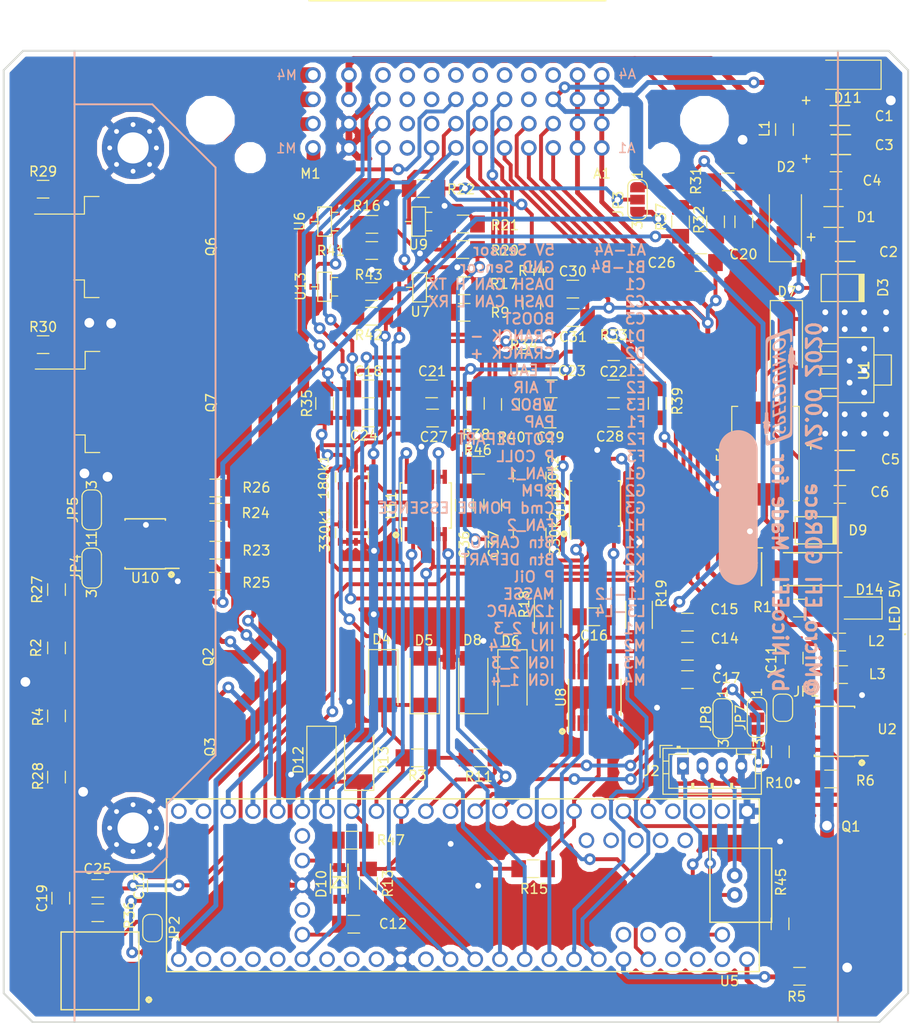
<source format=kicad_pcb>
(kicad_pcb (version 20171130) (host pcbnew "(5.0.0)")
  (layers (0 F.Cu signal) (31 B.Cu signal) (34 B.Paste user) (35 F.Paste user) (36 B.SilkS user hide) (37 F.SilkS user) (38 B.Mask user) (39 F.Mask user) (44 Edge.Cuts user))
  (net 0 "")
  (net 1 GNDREF)
  (net 2 /Btn_depart)
  (net 3 "Net-(JP5-Pad3)")
  (net 4 /Btn_carto)
  (net 5 /12VPUISSANCE)
  (net 6 /GNDSENSOR)
  (net 7 /SMOT_CPU)
  (net 8 "Net-(JP5-Pad1)")
  (net 9 "Net-(Q7-Pad1)")
  (net 10 /12V_BATT_APRES_RELAIS)
  (net 11 /5VSENSOR)
  (net 12 /BATTERY_REF_5V)
  (net 13 /TPS1_5V)
  (net 14 "Net-(180k1-Pad7)")
  (net 15 "Net-(180k1-Pad8)")
  (net 16 "Net-(180k1-Pad6)")
  (net 17 "Net-(180k1-Pad5)")
  (net 18 /MAP_5V)
  (net 19 /CLT_5V)
  (net 20 /BARO_5V)
  (net 21 /IAT_5V)
  (net 22 "Net-(180k2-Pad7)")
  (net 23 "Net-(180k2-Pad8)")
  (net 24 "Net-(180k2-Pad6)")
  (net 25 "Net-(180k2-Pad5)")
  (net 26 /MAP)
  (net 27 /CMD_RELAY_FUEL_CPU)
  (net 28 /CMD_RELAY_FUEL)
  (net 29 /FAN1_CPU)
  (net 30 /FAN1)
  (net 31 /TACHO)
  (net 32 /TPS1_3.3V)
  (net 33 /BATTERY_REF_3.3V)
  (net 34 /MAP_3.3V)
  (net 35 /CLT_3.3V)
  (net 36 /IAT_3.3V)
  (net 37 /CAN_L)
  (net 38 /CAN_H)
  (net 39 /SMOT--)
  (net 40 /SMOT++)
  (net 41 /TEAU)
  (net 42 /TAIR)
  (net 43 /TPS1)
  (net 44 /BARO)
  (net 45 /TACHO_CPU)
  (net 46 /5V)
  (net 47 "Net-(JP4-Pad2)")
  (net 48 "Net-(JP5-Pad2)")
  (net 49 "Net-(Q6-Pad1)")
  (net 50 /D+)
  (net 51 /D-)
  (net 52 /CAN_TX_CPU)
  (net 53 /CAN_RX_CPU)
  (net 54 /VARlaunch_5V)
  (net 55 /VARlaunch)
  (net 56 /VARlaunch_3.3V)
  (net 57 /IGN_cyl_1_4)
  (net 58 /IGN_cyl_2_3)
  (net 59 /INJ_A_CPU)
  (net 60 /INJ_B_CPU)
  (net 61 /IGN_A_CPU)
  (net 62 /IGN_B_CPU)
  (net 63 /RESET)
  (net 64 /3.3V)
  (net 65 /INJ_cyl_1_4)
  (net 66 /INJ_cyl_2_3)
  (net 67 "Net-(C13-Pad1)")
  (net 68 "Net-(C16-Pad2)")
  (net 69 "Net-(C16-Pad1)")
  (net 70 "Net-(C20-Pad1)")
  (net 71 "Net-(JP1-Pad2)")
  (net 72 "Net-(JP3-Pad2)")
  (net 73 "Net-(JP4-Pad1)")
  (net 74 "Net-(JP4-Pad3)")
  (net 75 "Net-(R6-Pad1)")
  (net 76 "Net-(R20-Pad2)")
  (net 77 /BARO_3.3V)
  (net 78 /FAN2_CPU)
  (net 79 /Btn_depart_CPU)
  (net 80 /Btn_carto_CPU)
  (net 81 "Net-(R17-Pad1)")
  (net 82 "Net-(R16-Pad1)")
  (net 83 "Net-(R42-Pad2)")
  (net 84 /FAN2)
  (net 85 /BOOST)
  (net 86 /BOOST_CPU)
  (net 87 /VUSB)
  (net 88 /WBO2_5V)
  (net 89 /WBO2)
  (net 90 /WBO2_3.3V)
  (net 91 /DASH_CANH_TX_CPU)
  (net 92 /TX2_CPU)
  (net 93 /RX2_CPU)
  (net 94 /DASH_CANL_RX_CPU)
  (net 95 /P_Oil_sw_CPU)
  (net 96 /P_Oil_sw)
  (net 97 "Net-(C3-Pad1)")
  (net 98 "Net-(C5-Pad1)")
  (net 99 "Net-(D14-Pad2)")
  (net 100 "Net-(Q1-Pad1)")
  (net 101 "Net-(Q2-Pad1)")
  (net 102 "Net-(Q3-Pad1)")
  (module NicoEfi_librairie:Teensy35_36_sansSMD (layer F.Cu) (at 85.47 87.34 180)
    (fp_text reference U5 (at 3.07 -18.76 180) (layer F.SilkS))
    (fp_text value Teensy3.5)
    (pad 62 thru_hole circle (at 17.78 -4.27 180) (size 1.6 1.6) (drill 1.1) (layers *.Cu *.Mask))
    (pad 61 thru_hole circle (at 15.24 -4.27 180) (size 1.6 1.6) (drill 1.1) (layers *.Cu *.Mask))
    (pad 60 thru_hole circle (at 12.7 -4.27 180) (size 1.6 1.6) (drill 1.1) (layers *.Cu *.Mask))
    (pad 59 thru_hole circle (at 10.16 -4.27 180) (size 1.6 1.6) (drill 1.1) (layers *.Cu *.Mask))
    (pad 58 thru_hole circle (at 7.62 -4.27 180) (size 1.6 1.6) (drill 1.1) (layers *.Cu *.Mask))
    (pad 57 thru_hole circle (at 13.97 -13.97 180) (size 1.6 1.6) (drill 1.1) (layers *.Cu *.Mask))
    (pad 56 thru_hole circle (at 11.43 -13.97 180) (size 1.6 1.6) (drill 1.1) (layers *.Cu *.Mask))
    (pad 55 thru_hole circle (at 8.89 -13.97 180) (size 1.6 1.6) (drill 1.1) (layers *.Cu *.Mask))
    (pad 54 thru_hole circle (at 3.81 -13.97 180) (size 1.6 1.6) (drill 1.1) (layers *.Cu *.Mask) (net 87 /VUSB))
    (pad 53 thru_hole circle (at 1.27 -16.51 180) (size 1.6 1.6) (drill 1.1) (layers *.Cu *.Mask) (net 46 /5V))
    (pad 52 thru_hole circle (at 3.81 -16.51 180) (size 1.6 1.6) (drill 1.1) (layers *.Cu *.Mask))
    (pad 51 thru_hole circle (at 6.35 -16.51 180) (size 1.6 1.6) (drill 1.1) (layers *.Cu *.Mask))
    (pad 50 thru_hole circle (at 8.89 -16.51 180) (size 1.6 1.6) (drill 1.1) (layers *.Cu *.Mask))
    (pad 49 thru_hole circle (at 11.43 -16.51 180) (size 1.6 1.6) (drill 1.1) (layers *.Cu *.Mask) (net 90 /WBO2_3.3V))
    (pad 48 thru_hole circle (at 13.97 -16.51 180) (size 1.6 1.6) (drill 1.1) (layers *.Cu *.Mask) (net 86 /BOOST_CPU))
    (pad 47 thru_hole circle (at 16.51 -16.51 180) (size 1.6 1.6) (drill 1.1) (layers *.Cu *.Mask) (net 35 /CLT_3.3V))
    (pad 46 thru_hole circle (at 19.05 -16.51 180) (size 1.6 1.6) (drill 1.1) (layers *.Cu *.Mask) (net 34 /MAP_3.3V))
    (pad 45 thru_hole circle (at 21.59 -16.51 180) (size 1.6 1.6) (drill 1.1) (layers *.Cu *.Mask) (net 36 /IAT_3.3V))
    (pad 44 thru_hole circle (at 24.13 -16.51 180) (size 1.6 1.6) (drill 1.1) (layers *.Cu *.Mask) (net 56 /VARlaunch_3.3V))
    (pad 43 thru_hole circle (at 26.67 -16.51 180) (size 1.6 1.6) (drill 1.1) (layers *.Cu *.Mask) (net 33 /BATTERY_REF_3.3V))
    (pad 42 thru_hole circle (at 29.21 -16.51 180) (size 1.6 1.6) (drill 1.1) (layers *.Cu *.Mask) (net 77 /BARO_3.3V))
    (pad 41 thru_hole circle (at 31.75 -16.51 180) (size 1.6 1.6) (drill 1.1) (layers *.Cu *.Mask) (net 32 /TPS1_3.3V))
    (pad 40 thru_hole circle (at 34.29 -16.51 180) (size 1.6 1.6) (drill 1.1) (layers *.Cu *.Mask))
    (pad 39 thru_hole circle (at 36.83 -16.51 180) (size 1.6 1.6) (drill 1.1) (layers *.Cu *.Mask) (net 1 GNDREF))
    (pad 38 thru_hole circle (at 39.37 -16.51 180) (size 1.6 1.6) (drill 1.1) (layers *.Cu *.Mask))
    (pad 1 thru_hole rect (at 1.27 -1.27 180) (size 1.6 1.6) (drill 1.1) (layers *.Cu *.Mask) (net 1 GNDREF))
    (pad 2 thru_hole circle (at 3.81 -1.27 180) (size 1.6 1.6) (drill 1.1) (layers *.Cu *.Mask))
    (pad 3 thru_hole circle (at 6.35 -1.27 180) (size 1.6 1.6) (drill 1.1) (layers *.Cu *.Mask))
    (pad 4 thru_hole circle (at 8.89 -1.27 180) (size 1.6 1.6) (drill 1.1) (layers *.Cu *.Mask))
    (pad 5 thru_hole circle (at 11.43 -1.27 180) (size 1.6 1.6) (drill 1.1) (layers *.Cu *.Mask) (net 52 /CAN_TX_CPU))
    (pad 6 thru_hole circle (at 13.97 -1.27 180) (size 1.6 1.6) (drill 1.1) (layers *.Cu *.Mask) (net 53 /CAN_RX_CPU))
    (pad 7 thru_hole circle (at 16.51 -1.27 180) (size 1.6 1.6) (drill 1.1) (layers *.Cu *.Mask))
    (pad 8 thru_hole circle (at 19.05 -1.27 180) (size 1.6 1.6) (drill 1.1) (layers *.Cu *.Mask) (net 7 /SMOT_CPU))
    (pad 9 thru_hole circle (at 21.59 -1.27 180) (size 1.6 1.6) (drill 1.1) (layers *.Cu *.Mask))
    (pad 10 thru_hole circle (at 24.13 -1.27 180) (size 1.6 1.6) (drill 1.1) (layers *.Cu *.Mask))
    (pad 11 thru_hole circle (at 26.67 -1.27 180) (size 1.6 1.6) (drill 1.1) (layers *.Cu *.Mask) (net 92 /TX2_CPU))
    (pad 12 thru_hole circle (at 29.21 -1.27 180) (size 1.6 1.6) (drill 1.1) (layers *.Cu *.Mask) (net 93 /RX2_CPU))
    (pad 13 thru_hole circle (at 31.75 -1.27 180) (size 1.6 1.6) (drill 1.1) (layers *.Cu *.Mask) (net 45 /TACHO_CPU))
    (pad 37 thru_hole circle (at 41.91 -16.51 180) (size 1.6 1.6) (drill 1.1) (layers *.Cu *.Mask))
    (pad 36 thru_hole circle (at 44.45 -16.51 180) (size 1.6 1.6) (drill 1.1) (layers *.Cu *.Mask))
    (pad 35 thru_hole circle (at 46.99 -16.51 180) (size 1.6 1.6) (drill 1.1) (layers *.Cu *.Mask) (net 27 /CMD_RELAY_FUEL_CPU))
    (pad 34 thru_hole circle (at 49.53 -16.51 180) (size 1.6 1.6) (drill 1.1) (layers *.Cu *.Mask))
    (pad 33 thru_hole circle (at 52.07 -16.51 180) (size 1.6 1.6) (drill 1.1) (layers *.Cu *.Mask))
    (pad 32 thru_hole circle (at 54.61 -16.51 180) (size 1.6 1.6) (drill 1.1) (layers *.Cu *.Mask))
    (pad 31 thru_hole circle (at 57.15 -16.51 180) (size 1.6 1.6) (drill 1.1) (layers *.Cu *.Mask))
    (pad 30 thru_hole circle (at 59.69 -16.51 180) (size 1.6 1.6) (drill 1.1) (layers *.Cu *.Mask) (net 60 /INJ_B_CPU))
    (pad 29 thru_hole circle (at 46.99 -13.97 180) (size 1.6 1.6) (drill 1.1) (layers *.Cu *.Mask) (net 63 /RESET))
    (pad 28 thru_hole circle (at 46.99 -11.43 180) (size 1.6 1.6) (drill 1.1) (layers *.Cu *.Mask))
    (pad 27 thru_hole circle (at 46.99 -8.89 180) (size 1.6 1.6) (drill 1.1) (layers *.Cu *.Mask) (net 1 GNDREF))
    (pad 26 thru_hole circle (at 46.99 -6.35 180) (size 1.6 1.6) (drill 1.1) (layers *.Cu *.Mask) (net 64 /3.3V))
    (pad 25 thru_hole circle (at 46.99 -3.81 180) (size 1.6 1.6) (drill 1.1) (layers *.Cu *.Mask))
    (pad 24 thru_hole circle (at 59.69 -1.27 180) (size 1.6 1.6) (drill 1.1) (layers *.Cu *.Mask))
    (pad 23 thru_hole circle (at 57.15 -1.27 180) (size 1.6 1.6) (drill 1.1) (layers *.Cu *.Mask))
    (pad 22 thru_hole circle (at 54.61 -1.27 180) (size 1.6 1.6) (drill 1.1) (layers *.Cu *.Mask) (net 59 /INJ_A_CPU))
    (pad 21 thru_hole circle (at 52.07 -1.27 180) (size 1.6 1.6) (drill 1.1) (layers *.Cu *.Mask) (net 61 /IGN_A_CPU))
    (pad 14 thru_hole circle (at 34.29 -1.27 180) (size 1.6 1.6) (drill 1.1) (layers *.Cu *.Mask) (net 80 /Btn_carto_CPU))
    (pad 15 thru_hole circle (at 36.83 -1.27 180) (size 1.6 1.6) (drill 1.1) (layers *.Cu *.Mask) (net 64 /3.3V))
    (pad 16 thru_hole circle (at 39.37 -1.27 180) (size 1.6 1.6) (drill 1.1) (layers *.Cu *.Mask) (net 79 /Btn_depart_CPU))
    (pad 20 thru_hole circle (at 49.53 -1.27 180) (size 1.6 1.6) (drill 1.1) (layers *.Cu *.Mask) (net 62 /IGN_B_CPU))
    (pad 19 thru_hole circle (at 46.99 -1.27 180) (size 1.6 1.6) (drill 1.1) (layers *.Cu *.Mask) (net 29 /FAN1_CPU))
    (pad 18 thru_hole circle (at 44.45 -1.27 180) (size 1.6 1.6) (drill 1.1) (layers *.Cu *.Mask) (net 78 /FAN2_CPU))
    (pad 17 thru_hole circle (at 41.91 -1.27 180) (size 1.6 1.6) (drill 1.1) (layers *.Cu *.Mask) (net 95 /P_Oil_sw_CPU))
    (pad 87 thru_hole circle (at 2.54 -7.89 180) (size 1.6 1.6) (drill 0.8) (layers *.Cu *.Mask) (net 50 /D+))
    (pad 88 thru_hole circle (at 2.54 -9.89 180) (size 1.6 1.6) (drill 0.8) (layers *.Cu *.Mask) (net 51 /D-))
  )
  (module NicoEfi_librairie:Fuse_SMD1206_Reflow (layer F.Cu) (at 93.1 27.45)
    (fp_text reference D1 (at 3.34 0.01) (layer F.SilkS))
    (fp_text value V68MLA1206H)
    (pad 2 smd rect (at 1.2 0 90) (size 2.03 1.14) (layers F.Cu F.Paste F.Mask) (net 1 GNDREF))
    (pad 1 smd rect (at -1.2 0 90) (size 2.03 1.14) (layers F.Cu F.Paste F.Mask) (net 97 "Net-(C3-Pad1)"))
  )
  (module Diode_SMD:D_MELF (layer F.Cu) (at 44.32 83.164999 90)
    (fp_text reference D13 (at -0.175001 2.5 90) (layer F.SilkS))
    (fp_text value 1N4001 hide)
    (pad 1 smd rect (at -2.4 0 90) (size 1.5 2.7) (layers F.Cu F.Paste F.Mask) (net 95 /P_Oil_sw_CPU))
    (pad 2 smd rect (at 2.4 0 90) (size 1.5 2.7) (layers F.Cu F.Paste F.Mask) (net 1 GNDREF))
  )
  (module Diode_SMD:D_MELF (layer F.Cu) (at 40.445001 83.164999 270)
    (fp_text reference D12 (at 0.175001 2.375001 270) (layer F.SilkS))
    (fp_text value 1N4001)
    (pad 2 smd rect (at 2.4 0 270) (size 1.5 2.7) (layers F.Cu F.Paste F.Mask) (net 95 /P_Oil_sw_CPU))
    (pad 1 smd rect (at -2.4 0 270) (size 1.5 2.7) (layers F.Cu F.Paste F.Mask) (net 96 /P_Oil_sw))
  )
  (module NicoEfi_librairie:IRLML0030_sot23 (layer F.Cu) (at 40.77 27.92 90)
    (fp_text reference U6 (at 0.02 -2.57 270) (layer F.SilkS))
    (fp_text value IRLML0030TRPbF hide)
    (pad 1 smd rect (at -0.9525 1.05664 90) (size 0.59944 1.00076) (layers F.Cu F.Paste F.Mask) (net 82 "Net-(R16-Pad1)"))
    (pad 3 smd rect (at 0 -1.05664 90) (size 0.59944 1.00076) (layers F.Cu F.Paste F.Mask) (net 28 /CMD_RELAY_FUEL))
    (pad 2 smd rect (at 0.9525 1.05664 90) (size 0.59944 1.00076) (layers F.Cu F.Paste F.Mask) (net 1 GNDREF))
  )
  (module NicoEfi_librairie:IRLML0030_sot23 (layer F.Cu) (at 50.44 27.92 90)
    (fp_text reference U9 (at -2.38 -0.04 180) (layer F.SilkS))
    (fp_text value IRLML0030TRPbF hide)
    (pad 1 smd rect (at -0.9525 1.05664 90) (size 0.59944 1.00076) (layers F.Cu F.Paste F.Mask) (net 76 "Net-(R20-Pad2)"))
    (pad 3 smd rect (at 0 -1.05664 90) (size 0.59944 1.00076) (layers F.Cu F.Paste F.Mask) (net 31 /TACHO))
    (pad 2 smd rect (at 0.9525 1.05664 90) (size 0.59944 1.00076) (layers F.Cu F.Paste F.Mask) (net 1 GNDREF))
  )
  (module NicoEfi_librairie:IRLML0030_sot23 (layer F.Cu) (at 50.535413 34.690113 90)
    (fp_text reference U7 (at -2.509887 0.064587 180) (layer F.SilkS))
    (fp_text value IRLML0030TRPbF hide)
    (pad 1 smd rect (at -0.9525 1.05664 90) (size 0.59944 1.00076) (layers F.Cu F.Paste F.Mask) (net 81 "Net-(R17-Pad1)"))
    (pad 3 smd rect (at 0 -1.05664 90) (size 0.59944 1.00076) (layers F.Cu F.Paste F.Mask) (net 30 /FAN1))
    (pad 2 smd rect (at 0.9525 1.05664 90) (size 0.59944 1.00076) (layers F.Cu F.Paste F.Mask) (net 1 GNDREF))
  )
  (module NicoEfi_librairie:IRLML0030_sot23 (layer F.Cu) (at 40.76 34.63 90)
    (fp_text reference U13 (at 0.03 -2.46 90) (layer F.SilkS))
    (fp_text value IRLML0030TRPbF hide)
    (pad 1 smd rect (at -0.9525 1.05664 90) (size 0.59944 1.00076) (layers F.Cu F.Paste F.Mask) (net 83 "Net-(R42-Pad2)"))
    (pad 3 smd rect (at 0 -1.05664 90) (size 0.59944 1.00076) (layers F.Cu F.Paste F.Mask) (net 84 /FAN2))
    (pad 2 smd rect (at 0.9525 1.05664 90) (size 0.59944 1.00076) (layers F.Cu F.Paste F.Mask) (net 1 GNDREF))
  )
  (module Jumper:SolderJumper-3_P1.3mm_Open_RoundedPad1.0x1.5mm_NumberLabels (layer F.Cu) (at 81.7 79.08 270)
    (fp_text reference JP8 (at -0.01 1.71 90) (layer F.SilkS))
    (fp_text value JUMPER3 hide)
    (fp_text user 3 (at 2.53 -0.11 270) (layer F.SilkS))
    (fp_text user 1 (at -2.6 0 270) (layer F.SilkS))
    (pad 1 smd custom (at -1.3 0 270) (size 1 0.5) (layers F.Cu F.Mask) (net 37 /CAN_L) (options (clearance outline) (anchor rect)) (primitives (gr_circle (center 0 0.25) (end 0.5 0.25) (width 0)) (gr_circle (center 0 -0.25) (end 0.5 -0.25) (width 0)) (gr_poly (pts (xy 0.55 -0.75) (xy 0 -0.75) (xy 0 0.75) (xy 0.55 0.75)) (width 0))))
    (pad 3 smd custom (at 1.3 0 270) (size 1 0.5) (layers F.Cu F.Mask) (net 93 /RX2_CPU) (options (clearance outline) (anchor rect)) (primitives (gr_circle (center 0 0.25) (end 0.5 0.25) (width 0)) (gr_circle (center 0 -0.25) (end 0.5 -0.25) (width 0)) (gr_poly (pts (xy -0.55 -0.75) (xy 0 -0.75) (xy 0 0.75) (xy -0.55 0.75)) (width 0))))
    (pad 2 smd rect (at 0 0 270) (size 1 1.5) (layers F.Cu F.Mask) (net 94 /DASH_CANL_RX_CPU))
  )
  (module NicoEfi_librairie:resistance_R_1206_3216Metric_Pad1.42x1.75mm_HandSolder (layer F.Cu) (at 40.77 46.64 90)
    (fp_text reference R35 (at 0 -1.82 90) (layer F.SilkS))
    (fp_text value 470R)
    (pad 1 smd rect (at -1.4875 0 90) (size 1.5 1.75) (layers F.Cu F.Paste F.Mask) (net 54 /VARlaunch_5V))
    (pad 2 smd rect (at 1.4875 0 90) (size 1.5 1.75) (layers F.Cu F.Paste F.Mask) (net 55 /VARlaunch))
  )
  (module Resistor_SMD:R_2010_5025Metric (layer F.Cu) (at 63.7 68.3 270)
    (fp_text reference R18 (at -1 2.4 270) (layer F.SilkS))
    (fp_text value 10k)
    (pad 1 smd roundrect (at -2.25 0 270) (size 1.35 2.65) (layers F.Cu F.Paste F.Mask) (roundrect_rratio 0.185185) (net 40 /SMOT++))
    (pad 2 smd roundrect (at 2.25 0 270) (size 1.35 2.65) (layers F.Cu F.Paste F.Mask) (roundrect_rratio 0.185185) (net 68 "Net-(C16-Pad2)"))
  )
  (module Package_SO:SOIC-8_3.9x4.9mm_P1.27mm (layer F.Cu) (at 93.195 80.39 180)
    (fp_text reference U2 (at -5.410561 0.219871 180) (layer F.SilkS))
    (fp_text value SN65HVD230)
    (pad 1 smd rect (at -2.7 -1.905 180) (size 1.55 0.6) (layers F.Cu F.Paste F.Mask) (net 52 /CAN_TX_CPU))
    (pad 2 smd rect (at -2.7 -0.635 180) (size 1.55 0.6) (layers F.Cu F.Paste F.Mask) (net 1 GNDREF))
    (pad 3 smd rect (at -2.7 0.635 180) (size 1.55 0.6) (layers F.Cu F.Paste F.Mask))
    (pad 4 smd rect (at -2.7 1.905 180) (size 1.55 0.6) (layers F.Cu F.Paste F.Mask) (net 53 /CAN_RX_CPU))
    (pad 5 smd rect (at 2.7 1.905 180) (size 1.55 0.6) (layers F.Cu F.Paste F.Mask))
    (pad 6 smd rect (at 2.7 0.635 180) (size 1.55 0.6) (layers F.Cu F.Paste F.Mask) (net 37 /CAN_L))
    (pad 7 smd rect (at 2.7 -0.635 180) (size 1.55 0.6) (layers F.Cu F.Paste F.Mask) (net 38 /CAN_H))
    (pad 8 smd rect (at 2.7 -1.905 180) (size 1.55 0.6) (layers F.Cu F.Paste F.Mask) (net 75 "Net-(R6-Pad1)"))
  )
  (module NicoEfi_librairie:condo_C_1206_3216Metric_Pad1.42x1.75mm_HandSolder (layer F.Cu) (at 45.27 48.14)
    (fp_text reference C24 (at -0.46 1.81) (layer F.SilkS))
    (fp_text value 0.22u)
    (pad 2 smd rect (at 1.4875 0) (size 1.5 1.75) (layers F.Cu F.Paste F.Mask) (net 6 /GNDSENSOR))
    (pad 1 smd rect (at -1.4875 0) (size 1.5 1.75) (layers F.Cu F.Paste F.Mask) (net 54 /VARlaunch_5V))
  )
  (module NicoEfi_librairie:resistance_R_1206_3216Metric_Pad1.42x1.75mm_HandSolder (layer F.Cu) (at 29.52 64.94)
    (fp_text reference R25 (at 4.23 0.15) (layer F.SilkS))
    (fp_text value 100k)
    (pad 1 smd rect (at -1.4875 0) (size 1.5 1.75) (layers F.Cu F.Paste F.Mask) (net 1 GNDREF))
    (pad 2 smd rect (at 1.4875 0) (size 1.5 1.75) (layers F.Cu F.Paste F.Mask) (net 74 "Net-(JP4-Pad3)"))
  )
  (module NicoEfi_librairie:condo_C_1206_3216Metric_Pad1.42x1.75mm_HandSolder (layer F.Cu) (at 23.47 96.34 90)
    (fp_text reference C13 (at 0.04 -1.77 90) (layer F.SilkS))
    (fp_text value 470p)
    (pad 2 smd rect (at 1.4875 0 90) (size 1.5 1.75) (layers F.Cu F.Paste F.Mask) (net 6 /GNDSENSOR))
    (pad 1 smd rect (at -1.4875 0 90) (size 1.5 1.75) (layers F.Cu F.Paste F.Mask) (net 67 "Net-(C13-Pad1)"))
  )
  (module NicoEfi_librairie:resistance_R_1206_3216Metric_Pad1.42x1.75mm_HandSolder (layer F.Cu) (at 29.57 55.34)
    (fp_text reference R26 (at 4.18 -0.04 180) (layer F.SilkS))
    (fp_text value 100k)
    (pad 2 smd rect (at 1.4875 0) (size 1.5 1.75) (layers F.Cu F.Paste F.Mask) (net 1 GNDREF))
    (pad 1 smd rect (at -1.4875 0) (size 1.5 1.75) (layers F.Cu F.Paste F.Mask) (net 3 "Net-(JP5-Pad3)"))
  )
  (module NicoEfi_librairie:resistance_R_1206_3216Metric_Pad1.42x1.75mm_HandSolder (layer F.Cu) (at 45.64 28.21)
    (fp_text reference R16 (at -0.54 -1.91) (layer F.SilkS))
    (fp_text value 47k)
    (pad 2 smd rect (at 1.4875 0) (size 1.5 1.75) (layers F.Cu F.Paste F.Mask) (net 1 GNDREF))
    (pad 1 smd rect (at -1.4875 0) (size 1.5 1.75) (layers F.Cu F.Paste F.Mask) (net 82 "Net-(R16-Pad1)"))
  )
  (module NicoEfi_librairie:VND5N07 (layer F.Cu) (at 21.32 72.721422 270)
    (fp_text reference Q2 (at 0 -7.5 270) (layer F.SilkS))
    (fp_text value VND5N07)
    (pad 3 smd rect (at 2.18 4.3 270) (size 1.55 2.78) (layers F.Cu F.Paste F.Mask) (net 1 GNDREF))
    (pad 2 smd rect (at 0 -2.335 270) (size 6.74 6.73) (layers F.Cu F.Paste F.Mask) (net 65 /INJ_cyl_1_4))
    (pad 1 smd rect (at -2.18 4.3 270) (size 1.55 2.78) (layers F.Cu F.Paste F.Mask) (net 101 "Net-(Q2-Pad1)"))
  )
  (module NicoEfi_librairie:MPXH6250A6U (layer F.Cu) (at 17.67 105.04 90)
    (fp_text reference U3 hide)
    (fp_text value MPX4250 hide)
    (pad 1 smd rect (at -1.905 4.915 90) (size 0.69 1.35) (layers F.Cu F.Paste F.Mask))
    (pad 2 smd rect (at -0.635 4.915 90) (size 0.69 1.35) (layers F.Cu F.Paste F.Mask) (net 11 /5VSENSOR))
    (pad 3 smd rect (at 0.635 4.915 90) (size 0.69 1.35) (layers F.Cu F.Paste F.Mask) (net 6 /GNDSENSOR))
    (pad 4 smd rect (at 1.905 4.915 90) (size 0.69 1.35) (layers F.Cu F.Paste F.Mask) (net 67 "Net-(C13-Pad1)"))
    (pad 8 smd rect (at -1.905 -4.915 90) (size 0.69 1.35) (layers F.Cu F.Paste F.Mask))
    (pad 7 smd rect (at -0.635 -4.915 90) (size 0.69 1.35) (layers F.Cu F.Paste F.Mask))
    (pad 6 smd rect (at 0.635 -4.915 90) (size 0.69 1.35) (layers F.Cu F.Paste F.Mask))
    (pad 5 smd rect (at 1.905 -4.915 90) (size 0.69 1.35) (layers F.Cu F.Paste F.Mask))
  )
  (module NicoEfi_librairie:TO-263-ingnition (layer F.Cu) (at 19.019999 30.539999)
    (fp_text reference Q6 (at 10.070001 -0.039999 90) (layer F.SilkS))
    (fp_text value ISL9V5036S3S)
    (pad 1 smd rect (at -5.775 -2.54) (size 4.6 1.1) (layers F.Cu F.Paste F.Mask) (net 49 "Net-(Q6-Pad1)"))
    (pad 3 smd rect (at -5.775 2.54) (size 4.6 1.1) (layers F.Cu F.Paste F.Mask) (net 1 GNDREF))
    (pad 2 smd rect (at 3.375 0) (size 9.4 10.8) (layers F.Cu F.Mask) (net 57 /IGN_cyl_1_4) (clearance 1.2))
  )
  (module NicoEfi_librairie:resistance_R_1206_3216Metric_Pad1.42x1.75mm_HandSolder (layer F.Cu) (at 70.49 41.31)
    (fp_text reference R33 (at 0.02 -1.7) (layer F.SilkS))
    (fp_text value 2.49k)
    (pad 1 smd rect (at -1.4875 0) (size 1.5 1.75) (layers F.Cu F.Paste F.Mask) (net 11 /5VSENSOR))
    (pad 2 smd rect (at 1.4875 0) (size 1.5 1.75) (layers F.Cu F.Paste F.Mask) (net 41 /TEAU))
  )
  (module NicoEfi_librairie:VND5N07 (layer F.Cu) (at 21.32 81.971423 270)
    (fp_text reference Q3 (at 0.028577 -7.68 270) (layer F.SilkS))
    (fp_text value VND5N07)
    (pad 1 smd rect (at -2.18 4.3 270) (size 1.55 2.78) (layers F.Cu F.Paste F.Mask) (net 102 "Net-(Q3-Pad1)"))
    (pad 2 smd rect (at 0 -2.335 270) (size 6.74 6.73) (layers F.Cu F.Paste F.Mask) (net 66 /INJ_cyl_2_3))
    (pad 3 smd rect (at 2.18 4.3 270) (size 1.55 2.78) (layers F.Cu F.Paste F.Mask) (net 1 GNDREF))
  )
  (module Resistor_SMD:R_Array_Convex_4x0603 (layer F.Cu) (at 43.583301 59.985181 270)
    (fp_text reference 330k1 (at -0.305181 2.783301 270) (layer F.SilkS))
    (fp_text value R_Pack04 hide)
    (pad 5 smd rect (at 0.9 1.2 270) (size 0.8 0.5) (layers F.Cu F.Paste F.Mask) (net 1 GNDREF))
    (pad 6 smd rect (at 0.9 0.4 270) (size 0.8 0.4) (layers F.Cu F.Paste F.Mask) (net 1 GNDREF))
    (pad 8 smd rect (at 0.9 -1.2 270) (size 0.8 0.5) (layers F.Cu F.Paste F.Mask) (net 1 GNDREF))
    (pad 7 smd rect (at 0.9 -0.4 270) (size 0.8 0.4) (layers F.Cu F.Paste F.Mask) (net 1 GNDREF))
    (pad 4 smd rect (at -0.9 1.2 270) (size 0.8 0.5) (layers F.Cu F.Paste F.Mask) (net 17 "Net-(180k1-Pad5)"))
    (pad 2 smd rect (at -0.9 -0.4 270) (size 0.8 0.4) (layers F.Cu F.Paste F.Mask) (net 14 "Net-(180k1-Pad7)"))
    (pad 3 smd rect (at -0.9 0.4 270) (size 0.8 0.4) (layers F.Cu F.Paste F.Mask) (net 16 "Net-(180k1-Pad6)"))
    (pad 1 smd rect (at -0.9 -1.2 270) (size 0.8 0.5) (layers F.Cu F.Paste F.Mask) (net 15 "Net-(180k1-Pad8)"))
  )
  (module NicoEfi_librairie:TO-263-ingnition (layer F.Cu) (at 19.095001 46.49)
    (fp_text reference Q7 (at 9.994999 0.09 90) (layer F.SilkS))
    (fp_text value ISL9V5036S3S)
    (pad 2 smd rect (at 3.375 0) (size 9.4 10.8) (layers F.Cu F.Mask) (net 58 /IGN_cyl_2_3) (clearance 1.2))
    (pad 3 smd rect (at -5.775 2.54) (size 4.6 1.1) (layers F.Cu F.Paste F.Mask) (net 1 GNDREF))
    (pad 1 smd rect (at -5.775 -2.54) (size 4.6 1.1) (layers F.Cu F.Paste F.Mask) (net 9 "Net-(Q7-Pad1)"))
  )
  (module Resistor_SMD:R_Array_Convex_4x0603 (layer F.Cu) (at 43.583301 54.235181 270)
    (fp_text reference 180k1 (at -0.035181 2.903301 270) (layer F.SilkS))
    (fp_text value R_Pack04 hide)
    (pad 1 smd rect (at -0.9 -1.2 270) (size 0.8 0.5) (layers F.Cu F.Paste F.Mask) (net 12 /BATTERY_REF_5V))
    (pad 3 smd rect (at -0.9 0.4 270) (size 0.8 0.4) (layers F.Cu F.Paste F.Mask) (net 54 /VARlaunch_5V))
    (pad 2 smd rect (at -0.9 -0.4 270) (size 0.8 0.4) (layers F.Cu F.Paste F.Mask) (net 13 /TPS1_5V))
    (pad 4 smd rect (at -0.9 1.2 270) (size 0.8 0.5) (layers F.Cu F.Paste F.Mask) (net 20 /BARO_5V))
    (pad 7 smd rect (at 0.9 -0.4 270) (size 0.8 0.4) (layers F.Cu F.Paste F.Mask) (net 14 "Net-(180k1-Pad7)"))
    (pad 8 smd rect (at 0.9 -1.2 270) (size 0.8 0.5) (layers F.Cu F.Paste F.Mask) (net 15 "Net-(180k1-Pad8)"))
    (pad 6 smd rect (at 0.9 0.4 270) (size 0.8 0.4) (layers F.Cu F.Paste F.Mask) (net 16 "Net-(180k1-Pad6)"))
    (pad 5 smd rect (at 0.9 1.2 270) (size 0.8 0.5) (layers F.Cu F.Paste F.Mask) (net 17 "Net-(180k1-Pad5)"))
  )
  (module Resistor_SMD:R_Array_Convex_4x0603 (layer F.Cu) (at 61.850322 54.210252 270)
    (fp_text reference 180k2 (at 0.059748 -2.449678 270) (layer F.SilkS))
    (fp_text value R_Pack04 hide)
    (pad 1 smd rect (at -0.9 -1.2 270) (size 0.8 0.5) (layers F.Cu F.Paste F.Mask) (net 19 /CLT_5V))
    (pad 3 smd rect (at -0.9 0.4 270) (size 0.8 0.4) (layers F.Cu F.Paste F.Mask) (net 18 /MAP_5V))
    (pad 2 smd rect (at -0.9 -0.4 270) (size 0.8 0.4) (layers F.Cu F.Paste F.Mask) (net 21 /IAT_5V))
    (pad 4 smd rect (at -0.9 1.2 270) (size 0.8 0.5) (layers F.Cu F.Paste F.Mask) (net 88 /WBO2_5V))
    (pad 7 smd rect (at 0.9 -0.4 270) (size 0.8 0.4) (layers F.Cu F.Paste F.Mask) (net 22 "Net-(180k2-Pad7)"))
    (pad 8 smd rect (at 0.9 -1.2 270) (size 0.8 0.5) (layers F.Cu F.Paste F.Mask) (net 23 "Net-(180k2-Pad8)"))
    (pad 6 smd rect (at 0.9 0.4 270) (size 0.8 0.4) (layers F.Cu F.Paste F.Mask) (net 24 "Net-(180k2-Pad6)"))
    (pad 5 smd rect (at 0.9 1.2 270) (size 0.8 0.5) (layers F.Cu F.Paste F.Mask) (net 25 "Net-(180k2-Pad5)"))
  )
  (module Resistor_SMD:R_Array_Convex_4x0603 (layer F.Cu) (at 61.850322 59.960252 270)
    (fp_text reference 330k2 (at 0.109748 -2.599678 270) (layer F.SilkS))
    (fp_text value R_Pack04 hide)
    (pad 5 smd rect (at 0.9 1.2 270) (size 0.8 0.5) (layers F.Cu F.Paste F.Mask) (net 1 GNDREF))
    (pad 6 smd rect (at 0.9 0.4 270) (size 0.8 0.4) (layers F.Cu F.Paste F.Mask) (net 1 GNDREF))
    (pad 8 smd rect (at 0.9 -1.2 270) (size 0.8 0.5) (layers F.Cu F.Paste F.Mask) (net 1 GNDREF))
    (pad 7 smd rect (at 0.9 -0.4 270) (size 0.8 0.4) (layers F.Cu F.Paste F.Mask) (net 1 GNDREF))
    (pad 4 smd rect (at -0.9 1.2 270) (size 0.8 0.5) (layers F.Cu F.Paste F.Mask) (net 25 "Net-(180k2-Pad5)"))
    (pad 2 smd rect (at -0.9 -0.4 270) (size 0.8 0.4) (layers F.Cu F.Paste F.Mask) (net 22 "Net-(180k2-Pad7)"))
    (pad 3 smd rect (at -0.9 0.4 270) (size 0.8 0.4) (layers F.Cu F.Paste F.Mask) (net 24 "Net-(180k2-Pad6)"))
    (pad 1 smd rect (at -0.9 -1.2 270) (size 0.8 0.5) (layers F.Cu F.Paste F.Mask) (net 23 "Net-(180k2-Pad8)"))
  )
  (module NicoEfi_librairie:condo_C_1206_3216Metric_Pad1.42x1.75mm_HandSolder (layer F.Cu) (at 89.05 72.85 270)
    (fp_text reference C11 (at 0.15 2.35 270) (layer F.SilkS))
    (fp_text value 0.1uF)
    (pad 2 smd rect (at 1.4875 0 270) (size 1.5 1.75) (layers F.Cu F.Paste F.Mask) (net 6 /GNDSENSOR))
    (pad 1 smd rect (at -1.4875 0 270) (size 1.5 1.75) (layers F.Cu F.Paste F.Mask) (net 11 /5VSENSOR))
  )
  (module NicoEfi_librairie:condo_C_1206_3216Metric_Pad1.42x1.75mm_HandSolder (layer F.Cu) (at 43.77 100.24)
    (fp_text reference C12 (at 4.03 -0.04) (layer F.SilkS))
    (fp_text value 4.7nF)
    (pad 1 smd rect (at -1.4875 0) (size 1.5 1.75) (layers F.Cu F.Paste F.Mask) (net 63 /RESET))
    (pad 2 smd rect (at 1.4875 0) (size 1.5 1.75) (layers F.Cu F.Paste F.Mask) (net 1 GNDREF))
  )
  (module NicoEfi_librairie:condo_C_1206_3216Metric_Pad1.42x1.75mm_HandSolder (layer F.Cu) (at 78.08 72.15)
    (fp_text reference C14 (at 3.83 -1.31) (layer F.SilkS))
    (fp_text value 1u)
    (pad 1 smd rect (at -1.4875 0) (size 1.5 1.75) (layers F.Cu F.Paste F.Mask) (net 46 /5V))
    (pad 2 smd rect (at 1.4875 0) (size 1.5 1.75) (layers F.Cu F.Paste F.Mask) (net 1 GNDREF))
  )
  (module NicoEfi_librairie:condo_C_1206_3216Metric_Pad1.42x1.75mm_HandSolder (layer F.Cu) (at 78.08 69.15)
    (fp_text reference C15 (at 3.8 -1.33) (layer F.SilkS))
    (fp_text value 0.1u)
    (pad 1 smd rect (at -1.4875 0) (size 1.5 1.75) (layers F.Cu F.Paste F.Mask) (net 46 /5V))
    (pad 2 smd rect (at 1.4875 0) (size 1.5 1.75) (layers F.Cu F.Paste F.Mask) (net 1 GNDREF))
  )
  (module NicoEfi_librairie:condo_C_1206_3216Metric_Pad1.42x1.75mm_HandSolder (layer F.Cu) (at 78.08 75.063265)
    (fp_text reference C17 (at 3.97 -0.163265) (layer F.SilkS))
    (fp_text value 10n)
    (pad 2 smd rect (at 1.4875 0) (size 1.5 1.75) (layers F.Cu F.Paste F.Mask) (net 1 GNDREF))
    (pad 1 smd rect (at -1.4875 0) (size 1.5 1.75) (layers F.Cu F.Paste F.Mask) (net 46 /5V))
  )
  (module NicoEfi_librairie:do214ac (layer F.Cu) (at 94.02974 34.75)
    (fp_text reference D3 (at 4.17026 -0.03 90) (layer F.SilkS))
    (fp_text value 3SMAJ5931B)
    (pad 2 smd rect (at 1.72974 0) (size 2.10058 1.69926) (layers F.Cu F.Paste F.Mask) (net 1 GNDREF))
    (pad 1 smd rect (at -1.72974 0) (size 2.10058 1.69926) (layers F.Cu F.Paste F.Mask) (net 5 /12VPUISSANCE))
  )
  (module Diode_SMD:D_MELF (layer F.Cu) (at 46.805001 75.275 270)
    (fp_text reference D4 (at -4.36 0.180001) (layer F.SilkS))
    (fp_text value 1N4001)
    (pad 1 smd rect (at -2.4 0 270) (size 1.5 2.7) (layers F.Cu F.Paste F.Mask) (net 2 /Btn_depart))
    (pad 2 smd rect (at 2.4 0 270) (size 1.5 2.7) (layers F.Cu F.Paste F.Mask) (net 79 /Btn_depart_CPU))
  )
  (module Diode_SMD:D_MELF (layer F.Cu) (at 51.054999 75.275 90)
    (fp_text reference D5 (at 4.25 -0.059999 180) (layer F.SilkS))
    (fp_text value 1N4001 hide)
    (pad 2 smd rect (at 2.4 0 90) (size 1.5 2.7) (layers F.Cu F.Paste F.Mask) (net 1 GNDREF))
    (pad 1 smd rect (at -2.4 0 90) (size 1.5 2.7) (layers F.Cu F.Paste F.Mask) (net 79 /Btn_depart_CPU))
  )
  (module Diode_SMD:D_MELF (layer F.Cu) (at 60.085001 75.285 270)
    (fp_text reference D6 (at -4.185 0.185001) (layer F.SilkS))
    (fp_text value 1N4001 hide)
    (pad 2 smd rect (at 2.4 0 270) (size 1.5 2.7) (layers F.Cu F.Paste F.Mask) (net 80 /Btn_carto_CPU))
    (pad 1 smd rect (at -2.4 0 270) (size 1.5 2.7) (layers F.Cu F.Paste F.Mask) (net 4 /Btn_carto))
  )
  (module Diode_SMD:D_MELF (layer F.Cu) (at 56.055 75.275 90)
    (fp_text reference D8 (at 4.28 -0.09 180) (layer F.SilkS))
    (fp_text value 1N4001 hide)
    (pad 1 smd rect (at -2.4 0 90) (size 1.5 2.7) (layers F.Cu F.Paste F.Mask) (net 80 /Btn_carto_CPU))
    (pad 2 smd rect (at 2.4 0 90) (size 1.5 2.7) (layers F.Cu F.Paste F.Mask) (net 1 GNDREF))
  )
  (module NicoEfi_librairie:resistance_R_1206_3216Metric_Pad1.42x1.75mm_HandSolder (layer F.Cu) (at 50.305 83.115 180)
    (fp_text reference R3 (at 0 -1.82 180) (layer F.SilkS))
    (fp_text value 2.2k)
    (pad 2 smd rect (at 1.4875 0 180) (size 1.5 1.75) (layers F.Cu F.Paste F.Mask) (net 79 /Btn_depart_CPU))
    (pad 1 smd rect (at -1.4875 0 180) (size 1.5 1.75) (layers F.Cu F.Paste F.Mask) (net 64 /3.3V))
  )
  (module NicoEfi_librairie:resistance_R_1206_3216Metric_Pad1.42x1.75mm_HandSolder (layer F.Cu) (at 92.795 85.29 180)
    (fp_text reference R6 (at -3.575 -0.17 180) (layer F.SilkS))
    (fp_text value 10k)
    (pad 2 smd rect (at 1.4875 0 180) (size 1.5 1.75) (layers F.Cu F.Paste F.Mask) (net 1 GNDREF))
    (pad 1 smd rect (at -1.4875 0 180) (size 1.5 1.75) (layers F.Cu F.Paste F.Mask) (net 75 "Net-(R6-Pad1)"))
  )
  (module NicoEfi_librairie:resistance_R_1206_3216Metric_Pad1.42x1.75mm_HandSolder (layer F.Cu) (at 87.63 82.49 270)
    (fp_text reference R10 (at 3.21 0.13) (layer F.SilkS))
    (fp_text value 120)
    (pad 1 smd rect (at -1.4875 0 270) (size 1.5 1.75) (layers F.Cu F.Paste F.Mask) (net 71 "Net-(JP1-Pad2)"))
    (pad 2 smd rect (at 1.4875 0 270) (size 1.5 1.75) (layers F.Cu F.Paste F.Mask) (net 37 /CAN_L))
  )
  (module NicoEfi_librairie:resistance_R_1206_3216Metric_Pad1.42x1.75mm_HandSolder (layer F.Cu) (at 56.795 83.115)
    (fp_text reference R11 (at -0.18 1.937238) (layer F.SilkS))
    (fp_text value 2.2k)
    (pad 2 smd rect (at 1.4875 0) (size 1.5 1.75) (layers F.Cu F.Paste F.Mask) (net 80 /Btn_carto_CPU))
    (pad 1 smd rect (at -1.4875 0) (size 1.5 1.75) (layers F.Cu F.Paste F.Mask) (net 64 /3.3V))
  )
  (module NicoEfi_librairie:resistance_R_1206_3216Metric_Pad1.42x1.75mm_HandSolder (layer F.Cu) (at 45.27 96.04 270)
    (fp_text reference R13 (at 0 -2 270) (layer F.SilkS))
    (fp_text value 1k)
    (pad 2 smd rect (at 1.4875 0 270) (size 1.5 1.75) (layers F.Cu F.Paste F.Mask) (net 63 /RESET))
    (pad 1 smd rect (at -1.4875 0 270) (size 1.5 1.75) (layers F.Cu F.Paste F.Mask) (net 64 /3.3V))
  )
  (module NicoEfi_librairie:resistance_R_1206_3216Metric_Pad1.42x1.75mm_HandSolder (layer F.Cu) (at 13.2 65.8 90)
    (fp_text reference R27 (at 0 -2 90) (layer F.SilkS))
    (fp_text value 68k)
    (pad 1 smd rect (at -1.4875 0 90) (size 1.5 1.75) (layers F.Cu F.Paste F.Mask) (net 59 /INJ_A_CPU))
    (pad 2 smd rect (at 1.4875 0 90) (size 1.5 1.75) (layers F.Cu F.Paste F.Mask) (net 1 GNDREF))
  )
  (module NicoEfi_librairie:condo_C_1206_3216Metric_Pad1.42x1.75mm_HandSolder (layer F.Cu) (at 93.35 23.7)
    (fp_text reference C4 (at 3.71 0.01) (layer F.SilkS))
    (fp_text value 0.1u)
    (pad 2 smd rect (at 1.4875 0) (size 1.5 1.75) (layers F.Cu F.Paste F.Mask) (net 1 GNDREF))
    (pad 1 smd rect (at -1.4875 0) (size 1.5 1.75) (layers F.Cu F.Paste F.Mask) (net 97 "Net-(C3-Pad1)"))
  )
  (module NicoEfi_librairie:condo_C_1206_3216Metric_Pad1.42x1.75mm_HandSolder (layer F.Cu) (at 70.47 45.14 180)
    (fp_text reference C22 (at 0 1.76) (layer F.SilkS))
    (fp_text value 0.1u)
    (pad 2 smd rect (at 1.4875 0 180) (size 1.5 1.75) (layers F.Cu F.Paste F.Mask) (net 6 /GNDSENSOR))
    (pad 1 smd rect (at -1.4875 0 180) (size 1.5 1.75) (layers F.Cu F.Paste F.Mask) (net 41 /TEAU))
  )
  (module NicoEfi_librairie:condo_C_1206_3216Metric_Pad1.42x1.75mm_HandSolder (layer F.Cu) (at 64.07 45.14)
    (fp_text reference C23 (at 2.13 -1.84) (layer F.SilkS))
    (fp_text value 0.1u)
    (pad 1 smd rect (at -1.4875 0) (size 1.5 1.75) (layers F.Cu F.Paste F.Mask) (net 42 /TAIR))
    (pad 2 smd rect (at 1.4875 0) (size 1.5 1.75) (layers F.Cu F.Paste F.Mask) (net 6 /GNDSENSOR))
  )
  (module NicoEfi_librairie:condo_C_1206_3216Metric_Pad1.42x1.75mm_HandSolder (layer F.Cu) (at 17.438965 96.558239 180)
    (fp_text reference C25 (at 0.018965 2.008239 180) (layer F.SilkS))
    (fp_text value 0.22u)
    (pad 1 smd rect (at -1.4875 0 180) (size 1.5 1.75) (layers F.Cu F.Paste F.Mask) (net 20 /BARO_5V))
    (pad 2 smd rect (at 1.4875 0 180) (size 1.5 1.75) (layers F.Cu F.Paste F.Mask) (net 6 /GNDSENSOR))
  )
  (module NicoEfi_librairie:condo_C_1206_3216Metric_Pad1.42x1.75mm_HandSolder (layer F.Cu) (at 79.47 32.14)
    (fp_text reference C26 (at -4.05 0.02) (layer F.SilkS))
    (fp_text value 0.22u)
    (pad 2 smd rect (at 1.4875 0) (size 1.5 1.75) (layers F.Cu F.Paste F.Mask) (net 6 /GNDSENSOR))
    (pad 1 smd rect (at -1.4875 0) (size 1.5 1.75) (layers F.Cu F.Paste F.Mask) (net 12 /BATTERY_REF_5V))
  )
  (module NicoEfi_librairie:condo_C_1206_3216Metric_Pad1.42x1.75mm_HandSolder (layer F.Cu) (at 51.87 48.14 180)
    (fp_text reference C27 (at -0.12 -1.95 180) (layer F.SilkS))
    (fp_text value 0.22u)
    (pad 1 smd rect (at -1.4875 0 180) (size 1.5 1.75) (layers F.Cu F.Paste F.Mask) (net 13 /TPS1_5V))
    (pad 2 smd rect (at 1.4875 0 180) (size 1.5 1.75) (layers F.Cu F.Paste F.Mask) (net 6 /GNDSENSOR))
  )
  (module NicoEfi_librairie:condo_C_1206_3216Metric_Pad1.42x1.75mm_HandSolder (layer F.Cu) (at 70.47 48.140001 180)
    (fp_text reference C28 (at 0.36 -1.909999 180) (layer F.SilkS))
    (fp_text value 0.22u)
    (pad 1 smd rect (at -1.4875 0 180) (size 1.5 1.75) (layers F.Cu F.Paste F.Mask) (net 19 /CLT_5V))
    (pad 2 smd rect (at 1.4875 0 180) (size 1.5 1.75) (layers F.Cu F.Paste F.Mask) (net 6 /GNDSENSOR))
  )
  (module NicoEfi_librairie:condo_C_1206_3216Metric_Pad1.42x1.75mm_HandSolder (layer F.Cu) (at 63.97 48.24)
    (fp_text reference C29 (at 0.02 1.89) (layer F.SilkS))
    (fp_text value 0.22u)
    (pad 2 smd rect (at 1.4875 0) (size 1.5 1.75) (layers F.Cu F.Paste F.Mask) (net 6 /GNDSENSOR))
    (pad 1 smd rect (at -1.4875 0) (size 1.5 1.75) (layers F.Cu F.Paste F.Mask) (net 21 /IAT_5V))
  )
  (module NicoEfi_librairie:resistance_R_1206_3216Metric_Pad1.42x1.75mm_HandSolder (layer F.Cu) (at 62.21 94.53)
    (fp_text reference R15 (at 0.09 2.07) (layer F.SilkS))
    (fp_text value 1k)
    (pad 1 smd rect (at -1.4875 0) (size 1.5 1.75) (layers F.Cu F.Paste F.Mask) (net 64 /3.3V))
    (pad 2 smd rect (at 1.4875 0) (size 1.5 1.75) (layers F.Cu F.Paste F.Mask) (net 7 /SMOT_CPU))
  )
  (module NicoEfi_librairie:resistance_R_1206_3216Metric_Pad1.42x1.75mm_HandSolder (layer F.Cu) (at 55.12 34.53)
    (fp_text reference R17 (at 4.08 -0.2) (layer F.SilkS))
    (fp_text value 47k)
    (pad 2 smd rect (at 1.4875 0) (size 1.5 1.75) (layers F.Cu F.Paste F.Mask) (net 1 GNDREF))
    (pad 1 smd rect (at -1.4875 0) (size 1.5 1.75) (layers F.Cu F.Paste F.Mask) (net 81 "Net-(R17-Pad1)"))
  )
  (module NicoEfi_librairie:resistance_R_1206_3216Metric_Pad1.42x1.75mm_HandSolder (layer F.Cu) (at 55 30.8 180)
    (fp_text reference R20 (at -4.3 -0.1 180) (layer F.SilkS))
    (fp_text value 200)
    (pad 2 smd rect (at 1.4875 0 180) (size 1.5 1.75) (layers F.Cu F.Paste F.Mask) (net 76 "Net-(R20-Pad2)"))
    (pad 1 smd rect (at -1.4875 0 180) (size 1.5 1.75) (layers F.Cu F.Paste F.Mask) (net 45 /TACHO_CPU))
  )
  (module NicoEfi_librairie:resistance_R_1206_3216Metric_Pad1.42x1.75mm_HandSolder (layer F.Cu) (at 80.970001 27.94 270)
    (fp_text reference R32 (at -0.2 1.700001 90 unlocked) (layer F.SilkS))
    (fp_text value 1k)
    (pad 1 smd rect (at -1.4875 0 270) (size 1.5 1.75) (layers F.Cu F.Paste F.Mask) (net 70 "Net-(C20-Pad1)"))
    (pad 2 smd rect (at 1.4875 0 270) (size 1.5 1.75) (layers F.Cu F.Paste F.Mask) (net 6 /GNDSENSOR))
  )
  (module NicoEfi_librairie:resistance_R_1206_3216Metric_Pad1.42x1.75mm_HandSolder (layer F.Cu) (at 61.25 42.4 180)
    (fp_text reference R34 (at 0 1.76 180) (layer F.SilkS))
    (fp_text value 2.49k)
    (pad 1 smd rect (at -1.4875 0 180) (size 1.5 1.75) (layers F.Cu F.Paste F.Mask) (net 11 /5VSENSOR))
    (pad 2 smd rect (at 1.4875 0 180) (size 1.5 1.75) (layers F.Cu F.Paste F.Mask) (net 42 /TAIR))
  )
  (module NicoEfi_librairie:resistance_R_1206_3216Metric_Pad1.42x1.75mm_HandSolder (layer F.Cu) (at 77.37 27.94 90)
    (fp_text reference R37 (at 0.5 -2 90) (layer F.SilkS))
    (fp_text value 470R)
    (pad 2 smd rect (at 1.4875 0 90) (size 1.5 1.75) (layers F.Cu F.Paste F.Mask) (net 70 "Net-(C20-Pad1)"))
    (pad 1 smd rect (at -1.4875 0 90) (size 1.5 1.75) (layers F.Cu F.Paste F.Mask) (net 12 /BATTERY_REF_5V))
  )
  (module NicoEfi_librairie:resistance_R_1206_3216Metric_Pad1.42x1.75mm_HandSolder (layer F.Cu) (at 56.27 46.64 90)
    (fp_text reference R38 (at -3.21 0.07 180) (layer F.SilkS))
    (fp_text value 470R)
    (pad 1 smd rect (at -1.4875 0 90) (size 1.5 1.75) (layers F.Cu F.Paste F.Mask) (net 13 /TPS1_5V))
    (pad 2 smd rect (at 1.4875 0 90) (size 1.5 1.75) (layers F.Cu F.Paste F.Mask) (net 43 /TPS1))
  )
  (module Diode_SMD:D_SMA_Handsoldering (layer F.Cu) (at 88.15 27.65 90)
    (fp_text reference D2 (at 5.35 0.05 unlocked) (layer F.SilkS))
    (fp_text value Schottly-SS12)
    (pad 1 smd rect (at -2.5 0 90) (size 3.5 1.8) (layers F.Cu F.Paste F.Mask) (net 5 /12VPUISSANCE))
    (pad 2 smd rect (at 2.5 0 90) (size 3.5 1.8) (layers F.Cu F.Paste F.Mask) (net 97 "Net-(C3-Pad1)"))
  )
  (module Diode_SMD:D_SMA_Handsoldering (layer F.Cu) (at 88.25 40.45 270)
    (fp_text reference D7 (at -5.3 -0.05 unlocked) (layer F.SilkS))
    (fp_text value Schottly-SS12)
    (pad 2 smd rect (at 2.5 0 270) (size 3.5 1.8) (layers F.Cu F.Paste F.Mask) (net 98 "Net-(C5-Pad1)"))
    (pad 1 smd rect (at -2.5 0 270) (size 3.5 1.8) (layers F.Cu F.Paste F.Mask) (net 5 /12VPUISSANCE))
  )
  (module Jumper:SolderJumper-2_P1.3mm_Open_RoundedPad1.0x1.5mm (layer F.Cu) (at 87.89 77.96 270)
    (fp_text reference JP1 (at -1.66 -2.41 180) (layer F.SilkS))
    (fp_text value JUMPER hide)
    (pad 2 smd custom (at 0.65 0 270) (size 1 0.5) (layers F.Cu F.Mask) (net 71 "Net-(JP1-Pad2)") (options (clearance outline) (anchor rect)) (primitives (gr_circle (center 0 0.25) (end 0.5 0.25) (width 0)) (gr_circle (center 0 -0.25) (end 0.5 -0.25) (width 0)) (gr_poly (pts (xy 0 -0.75) (xy -0.5 -0.75) (xy -0.5 0.75) (xy 0 0.75)) (width 0))))
    (pad 1 smd custom (at -0.65 0 270) (size 1 0.5) (layers F.Cu F.Mask) (net 38 /CAN_H) (options (clearance outline) (anchor rect)) (primitives (gr_circle (center 0 0.25) (end 0.5 0.25) (width 0)) (gr_circle (center 0 -0.25) (end 0.5 -0.25) (width 0)) (gr_poly (pts (xy 0 -0.75) (xy 0.5 -0.75) (xy 0.5 0.75) (xy 0 0.75)) (width 0))))
  )
  (module Jumper:SolderJumper-3_P1.3mm_Open_RoundedPad1.0x1.5mm_NumberLabels (layer F.Cu) (at 16.82 57.59 90)
    (fp_text reference JP5 (at 0 -1.94 90) (layer F.SilkS))
    (fp_text value JUMPER3 hide)
    (fp_text user 1 (at -2.6 0 90) (layer F.SilkS))
    (fp_text user 3 (at 2.6 0 90) (layer F.SilkS))
    (pad 2 smd rect (at 0 0 90) (size 1 1.5) (layers F.Cu F.Mask) (net 48 "Net-(JP5-Pad2)"))
    (pad 3 smd custom (at 1.3 0 90) (size 1 0.5) (layers F.Cu F.Mask) (net 3 "Net-(JP5-Pad3)") (options (clearance outline) (anchor rect)) (primitives (gr_circle (center 0 0.25) (end 0.5 0.25) (width 0)) (gr_circle (center 0 -0.25) (end 0.5 -0.25) (width 0)) (gr_poly (pts (xy -0.55 -0.75) (xy 0 -0.75) (xy 0 0.75) (xy -0.55 0.75)) (width 0))))
    (pad 1 smd custom (at -1.3 0 90) (size 1 0.5) (layers F.Cu F.Mask) (net 8 "Net-(JP5-Pad1)") (options (clearance outline) (anchor rect)) (primitives (gr_circle (center 0 0.25) (end 0.5 0.25) (width 0)) (gr_circle (center 0 -0.25) (end 0.5 -0.25) (width 0)) (gr_poly (pts (xy 0.55 -0.75) (xy 0 -0.75) (xy 0 0.75) (xy 0.55 0.75)) (width 0))))
  )
  (module Jumper:SolderJumper-3_P1.3mm_Open_RoundedPad1.0x1.5mm_NumberLabels (layer F.Cu) (at 16.82 63.59 270)
    (fp_text reference JP4 (at -0.09 1.62 270) (layer F.SilkS))
    (fp_text value JUMPER3 hide)
    (fp_text user 3 (at 2.6 0 270) (layer F.SilkS))
    (fp_text user 1 (at -2.6 0 270) (layer F.SilkS))
    (pad 1 smd custom (at -1.3 0 270) (size 1 0.5) (layers F.Cu F.Mask) (net 73 "Net-(JP4-Pad1)") (options (clearance outline) (anchor rect)) (primitives (gr_circle (center 0 0.25) (end 0.5 0.25) (width 0)) (gr_circle (center 0 -0.25) (end 0.5 -0.25) (width 0)) (gr_poly (pts (xy 0.55 -0.75) (xy 0 -0.75) (xy 0 0.75) (xy 0.55 0.75)) (width 0))))
    (pad 3 smd custom (at 1.3 0 270) (size 1 0.5) (layers F.Cu F.Mask) (net 74 "Net-(JP4-Pad3)") (options (clearance outline) (anchor rect)) (primitives (gr_circle (center 0 0.25) (end 0.5 0.25) (width 0)) (gr_circle (center 0 -0.25) (end 0.5 -0.25) (width 0)) (gr_poly (pts (xy -0.55 -0.75) (xy 0 -0.75) (xy 0 0.75) (xy -0.55 0.75)) (width 0))))
    (pad 2 smd rect (at 0 0 270) (size 1 1.5) (layers F.Cu F.Mask) (net 47 "Net-(JP4-Pad2)"))
  )
  (module NicoEfi_librairie:connecteurMolex48 (layer F.Cu) (at 54.42 12.84 180)
    (fp_text reference U4 hide)
    (fp_text value Molex48 hide)
    (pad 2G1 thru_hole circle (at 0.15 -7.5 180) (size 1.6 1.6) (drill 1) (layers *.Cu *.Mask) (net 30 /FAN1))
    (pad 2L3 thru_hole circle (at 11.15 -2.5 180) (size 1.6 1.6) (drill 1) (layers *.Cu *.Mask) (net 10 /12V_BATT_APRES_RELAIS))
    (pad 2H3 thru_hole circle (at 2.65 -2.5 180) (size 1.6 1.6) (drill 1) (layers *.Cu *.Mask))
    (pad 2J3 thru_hole circle (at 5.15 -2.5 180) (size 1.6 1.6) (drill 1) (layers *.Cu *.Mask))
    (pad 2F1 thru_hole circle (at -2.35 -7.5 180) (size 1.6 1.6) (drill 1) (layers *.Cu *.Mask) (net 43 /TPS1))
    (pad 2H2 thru_hole circle (at 2.65 -5 180) (size 1.6 1.6) (drill 1) (layers *.Cu *.Mask))
    (pad 2J4 thru_hole circle (at 5.15 0 180) (size 1.6 1.6) (drill 1) (layers *.Cu *.Mask))
    (pad 2J2 thru_hole circle (at 5.15 -5 180) (size 1.6 1.6) (drill 1) (layers *.Cu *.Mask))
    (pad 2J1 thru_hole circle (at 5.15 -7.5 180) (size 1.6 1.6) (drill 1) (layers *.Cu *.Mask))
    (pad 2K1 thru_hole circle (at 7.65 -7.5 180) (size 1.6 1.6) (drill 1) (layers *.Cu *.Mask) (net 4 /Btn_carto))
    (pad 2M1 thru_hole circle (at 14.85 -7.5 180) (size 1.6 1.6) (drill 1) (layers *.Cu *.Mask) (net 66 /INJ_cyl_2_3))
    (pad 2L2 thru_hole circle (at 11.15 -5 180) (size 1.6 1.6) (drill 1) (layers *.Cu *.Mask) (net 1 GNDREF))
    (pad 2G4 thru_hole circle (at 0.15 0 180) (size 1.6 1.6) (drill 1) (layers *.Cu *.Mask))
    (pad 2G3 thru_hole circle (at 0.15 -2.5 180) (size 1.6 1.6) (drill 1) (layers *.Cu *.Mask) (net 28 /CMD_RELAY_FUEL))
    (pad 2G2 thru_hole circle (at 0.15 -5 180) (size 1.6 1.6) (drill 1) (layers *.Cu *.Mask) (net 31 /TACHO))
    (pad 2H4 thru_hole circle (at 2.65 0 180) (size 1.6 1.6) (drill 1) (layers *.Cu *.Mask))
    (pad 2K4 thru_hole circle (at 7.65 0 180) (size 1.6 1.6) (drill 1) (layers *.Cu *.Mask))
    (pad 2L4 thru_hole circle (at 11.15 0 180) (size 1.6 1.6) (drill 1) (layers *.Cu *.Mask) (net 10 /12V_BATT_APRES_RELAIS))
    (pad 2L1 thru_hole circle (at 11.15 -7.5 180) (size 1.6 1.6) (drill 1) (layers *.Cu *.Mask) (net 1 GNDREF))
    (pad 2M4 thru_hole circle (at 14.85 0 180) (size 1.6 1.6) (drill 1) (layers *.Cu *.Mask) (net 57 /IGN_cyl_1_4))
    (pad 2M3 thru_hole circle (at 14.85 -2.5 180) (size 1.6 1.6) (drill 1) (layers *.Cu *.Mask) (net 58 /IGN_cyl_2_3))
    (pad 2H1 thru_hole circle (at 2.65 -7.5 180) (size 1.6 1.6) (drill 1) (layers *.Cu *.Mask) (net 84 /FAN2))
    (pad 2E4 thru_hole circle (at -4.85 0 180) (size 1.6 1.6) (drill 1) (layers *.Cu *.Mask))
    (pad 2E3 thru_hole circle (at -4.85 -2.5 180) (size 1.6 1.6) (drill 1) (layers *.Cu *.Mask) (net 89 /WBO2))
    (pad 2K3 thru_hole circle (at 7.65 -2.5 180) (size 1.6 1.6) (drill 1) (layers *.Cu *.Mask) (net 96 /P_Oil_sw))
    (pad 2M2 thru_hole circle (at 14.85 -5 180) (size 1.6 1.6) (drill 1) (layers *.Cu *.Mask) (net 65 /INJ_cyl_1_4))
    (pad 2E2 thru_hole circle (at -4.85 -5 180) (size 1.6 1.6) (drill 1) (layers *.Cu *.Mask) (net 42 /TAIR))
    (pad 2K2 thru_hole circle (at 7.65 -5 180) (size 1.6 1.6) (drill 1) (layers *.Cu *.Mask) (net 2 /Btn_depart))
    (pad 2E1 thru_hole circle (at -4.85 -7.5 180) (size 1.6 1.6) (drill 1) (layers *.Cu *.Mask) (net 41 /TEAU))
    (pad 2F4 thru_hole circle (at -2.35 0 180) (size 1.6 1.6) (drill 1) (layers *.Cu *.Mask))
    (pad 2F3 thru_hole circle (at -2.35 -2.5 180) (size 1.6 1.6) (drill 1) (layers *.Cu *.Mask) (net 26 /MAP))
    (pad 2F2 thru_hole circle (at -2.35 -5 180) (size 1.6 1.6) (drill 1) (layers *.Cu *.Mask) (net 55 /VARlaunch))
    (pad 2D4 thru_hole circle (at -7.35 0 180) (size 1.6 1.6) (drill 1) (layers *.Cu *.Mask))
    (pad 2C4 thru_hole circle (at -9.85 0 180) (size 1.6 1.6) (drill 1) (layers *.Cu *.Mask))
    (pad 2B4 thru_hole circle (at -12.35 0 180) (size 1.6 1.6) (drill 1) (layers *.Cu *.Mask) (net 6 /GNDSENSOR))
    (pad 2A4 thru_hole circle (at -14.85 0 180) (size 1.6 1.6) (drill 1) (layers *.Cu *.Mask) (net 11 /5VSENSOR))
    (pad 2D2 thru_hole circle (at -7.35 -5 180) (size 1.6 1.6) (drill 1) (layers *.Cu *.Mask) (net 40 /SMOT++))
    (pad 2C2 thru_hole circle (at -9.85 -5 180) (size 1.6 1.6) (drill 1) (layers *.Cu *.Mask) (net 94 /DASH_CANL_RX_CPU))
    (pad 2B2 thru_hole circle (at -12.35 -5 180) (size 1.6 1.6) (drill 1) (layers *.Cu *.Mask) (net 6 /GNDSENSOR))
    (pad 2A2 thru_hole circle (at -14.85 -5 180) (size 1.6 1.6) (drill 1) (layers *.Cu *.Mask) (net 11 /5VSENSOR))
    (pad 2D3 thru_hole circle (at -7.35 -2.5 180) (size 1.6 1.6) (drill 1) (layers *.Cu *.Mask))
    (pad 2C3 thru_hole circle (at -9.85 -2.5 180) (size 1.6 1.6) (drill 1) (layers *.Cu *.Mask) (net 85 /BOOST))
    (pad 2B3 thru_hole circle (at -12.35 -2.5 180) (size 1.6 1.6) (drill 1) (layers *.Cu *.Mask) (net 6 /GNDSENSOR))
    (pad 2A3 thru_hole circle (at -14.85 -2.5 180) (size 1.6 1.6) (drill 1) (layers *.Cu *.Mask) (net 11 /5VSENSOR))
    (pad 2D1 thru_hole circle (at -7.35 -7.5 180) (size 1.6 1.6) (drill 1) (layers *.Cu *.Mask) (net 39 /SMOT--))
    (pad 2C1 thru_hole circle (at -9.85 -7.5 180) (size 1.6 1.6) (drill 1) (layers *.Cu *.Mask) (net 91 /DASH_CANH_TX_CPU))
    (pad 2B1 thru_hole circle (at -12.35 -7.5 180) (size 1.6 1.6) (drill 1) (layers *.Cu *.Mask) (net 6 /GNDSENSOR))
    (pad 2A1 thru_hole circle (at -14.85 -7.5 180) (size 1.6 1.6) (drill 1) (layers *.Cu *.Mask) (net 11 /5VSENSOR))
    (pad "" np_thru_hole circle (at 25.4 -4.65) (size 4 4) (drill 4) (layers *.Cu *.Mask))
    (pad "" np_thru_hole circle (at 21.3 -8.5) (size 2.2 2.2) (drill 2.2) (layers *.Cu *.Mask))
    (pad "" np_thru_hole circle (at -25.4 -4.65) (size 4 4) (drill 4) (layers *.Cu *.Mask))
    (pad "" np_thru_hole circle (at -21.3 -8.5) (size 2.2 2.2) (drill 2.2) (layers *.Cu *.Mask))
  )
  (module NicoEfi_librairie:condo_C_1206_3216Metric_Pad1.42x1.75mm_HandSolder (layer F.Cu) (at 68.45 68.6 180)
    (fp_text reference C16 (at -0.02 -1.92 180) (layer F.SilkS))
    (fp_text value 1n)
    (pad 2 smd rect (at 1.4875 0 180) (size 1.5 1.75) (layers F.Cu F.Paste F.Mask) (net 68 "Net-(C16-Pad2)"))
    (pad 1 smd rect (at -1.4875 0 180) (size 1.5 1.75) (layers F.Cu F.Paste F.Mask) (net 69 "Net-(C16-Pad1)"))
  )
  (module NicoEfi_librairie:condo_C_1206_3216Metric_Pad1.42x1.75mm_HandSolder (layer F.Cu) (at 45.27 45.14)
    (fp_text reference C18 (at 0 -1.82) (layer F.SilkS))
    (fp_text value 0.1u)
    (pad 1 smd rect (at -1.4875 0) (size 1.5 1.75) (layers F.Cu F.Paste F.Mask) (net 55 /VARlaunch))
    (pad 2 smd rect (at 1.4875 0) (size 1.5 1.75) (layers F.Cu F.Paste F.Mask) (net 6 /GNDSENSOR))
  )
  (module NicoEfi_librairie:condo_C_1206_3216Metric_Pad1.42x1.75mm_HandSolder (layer F.Cu) (at 13.638966 97.558238 90)
    (fp_text reference C19 (at -0.011762 -1.918966 90) (layer F.SilkS))
    (fp_text value 0.1u)
    (pad 1 smd rect (at -1.4875 0 90) (size 1.5 1.75) (layers F.Cu F.Paste F.Mask) (net 44 /BARO))
    (pad 2 smd rect (at 1.4875 0 90) (size 1.5 1.75) (layers F.Cu F.Paste F.Mask) (net 6 /GNDSENSOR))
  )
  (module NicoEfi_librairie:condo_C_1206_3216Metric_Pad1.42x1.75mm_HandSolder (layer F.Cu) (at 83.87 27.94 270)
    (fp_text reference C20 (at 3.35 0.03) (layer F.SilkS))
    (fp_text value 0.1u)
    (pad 2 smd rect (at 1.4875 0 270) (size 1.5 1.75) (layers F.Cu F.Paste F.Mask) (net 6 /GNDSENSOR))
    (pad 1 smd rect (at -1.4875 0 270) (size 1.5 1.75) (layers F.Cu F.Paste F.Mask) (net 70 "Net-(C20-Pad1)"))
  )
  (module NicoEfi_librairie:condo_C_1206_3216Metric_Pad1.42x1.75mm_HandSolder (layer F.Cu) (at 51.77 45.14 180)
    (fp_text reference C21 (at -0.05 1.81 180) (layer F.SilkS))
    (fp_text value 0.1u)
    (pad 1 smd rect (at -1.4875 0 180) (size 1.5 1.75) (layers F.Cu F.Paste F.Mask) (net 43 /TPS1))
    (pad 2 smd rect (at 1.4875 0 180) (size 1.5 1.75) (layers F.Cu F.Paste F.Mask) (net 6 /GNDSENSOR))
  )
  (module NicoEfi_librairie:SOD-123 (layer F.Cu) (at 42.27 96.039999 270)
    (fp_text reference D10 (at 0.060001 1.84 270) (layer F.SilkS))
    (fp_text value 1N5819)
    (pad 1 smd rect (at -1.635 0 270) (size 0.91 1.22) (layers F.Cu F.Paste F.Mask) (net 64 /3.3V))
    (pad 2 smd rect (at 1.635 0 270) (size 0.91 1.22) (layers F.Cu F.Paste F.Mask) (net 63 /RESET))
  )
  (module Jumper:SolderJumper-2_P1.3mm_Open_RoundedPad1.0x1.5mm (layer F.Cu) (at 23.07 100.64 90)
    (fp_text reference JP2 (at -0.08 2.27 90) (layer F.SilkS))
    (fp_text value JUMPER hide)
    (pad 1 smd custom (at -0.65 0 90) (size 1 0.5) (layers F.Cu F.Mask) (net 67 "Net-(C13-Pad1)") (options (clearance outline) (anchor rect)) (primitives (gr_circle (center 0 0.25) (end 0.5 0.25) (width 0)) (gr_circle (center 0 -0.25) (end 0.5 -0.25) (width 0)) (gr_poly (pts (xy 0 -0.75) (xy 0.5 -0.75) (xy 0.5 0.75) (xy 0 0.75)) (width 0))))
    (pad 2 smd custom (at 0.65 0 90) (size 1 0.5) (layers F.Cu F.Mask) (net 44 /BARO) (options (clearance outline) (anchor rect)) (primitives (gr_circle (center 0 0.25) (end 0.5 0.25) (width 0)) (gr_circle (center 0 -0.25) (end 0.5 -0.25) (width 0)) (gr_poly (pts (xy 0 -0.75) (xy -0.5 -0.75) (xy -0.5 0.75) (xy 0 0.75)) (width 0))))
  )
  (module Jumper:SolderJumper-3_P1.3mm_Open_RoundedPad1.0x1.5mm_NumberLabels (layer F.Cu) (at 72.94 25.66 270)
    (fp_text reference JP3 (at 0.44 1.97 270) (layer F.SilkS))
    (fp_text value JUMPER3 hide)
    (fp_text user 1 (at -2.6 0 270) (layer F.SilkS))
    (fp_text user 3 (at 2.6 0 270) (layer F.SilkS))
    (pad 2 smd rect (at 0 0 270) (size 1 1.5) (layers F.Cu F.Mask) (net 72 "Net-(JP3-Pad2)"))
    (pad 3 smd custom (at 1.3 0 270) (size 1 0.5) (layers F.Cu F.Mask) (net 46 /5V) (options (clearance outline) (anchor rect)) (primitives (gr_circle (center 0 0.25) (end 0.5 0.25) (width 0)) (gr_circle (center 0 -0.25) (end 0.5 -0.25) (width 0)) (gr_poly (pts (xy -0.55 -0.75) (xy 0 -0.75) (xy 0 0.75) (xy -0.55 0.75)) (width 0))))
    (pad 1 smd custom (at -1.3 0 270) (size 1 0.5) (layers F.Cu F.Mask) (net 5 /12VPUISSANCE) (options (clearance outline) (anchor rect)) (primitives (gr_circle (center 0 0.25) (end 0.5 0.25) (width 0)) (gr_circle (center 0 -0.25) (end 0.5 -0.25) (width 0)) (gr_poly (pts (xy 0.55 -0.75) (xy 0 -0.75) (xy 0 0.75) (xy 0.55 0.75)) (width 0))))
  )
  (module Resistor_SMD:R_2010_5025Metric (layer F.Cu) (at 73.1 68.4 270)
    (fp_text reference R19 (at -2.2 -2.3 270) (layer F.SilkS))
    (fp_text value 10k)
    (pad 2 smd roundrect (at 2.25 0 270) (size 1.35 2.65) (layers F.Cu F.Paste F.Mask) (roundrect_rratio 0.185185) (net 69 "Net-(C16-Pad1)"))
    (pad 1 smd roundrect (at -2.25 0 270) (size 1.35 2.65) (layers F.Cu F.Paste F.Mask) (roundrect_rratio 0.185185) (net 39 /SMOT--))
  )
  (module NicoEfi_librairie:resistance_R_1206_3216Metric_Pad1.42x1.75mm_HandSolder (layer F.Cu) (at 55 28.17)
    (fp_text reference R21 (at 4.3 0.13) (layer F.SilkS))
    (fp_text value 47k)
    (pad 1 smd rect (at -1.4875 0) (size 1.5 1.75) (layers F.Cu F.Paste F.Mask) (net 76 "Net-(R20-Pad2)"))
    (pad 2 smd rect (at 1.4875 0) (size 1.5 1.75) (layers F.Cu F.Paste F.Mask) (net 1 GNDREF))
  )
  (module NicoEfi_librairie:resistance_R_1206_3216Metric_Pad1.42x1.75mm_HandSolder (layer F.Cu) (at 50.94 24.519999 180)
    (fp_text reference R22 (at -3.86 -0.080001 180) (layer F.SilkS))
    (fp_text value 10k)
    (pad 2 smd rect (at 1.4875 0 180) (size 1.5 1.75) (layers F.Cu F.Paste F.Mask) (net 31 /TACHO))
    (pad 1 smd rect (at -1.4875 0 180) (size 1.5 1.75) (layers F.Cu F.Paste F.Mask) (net 72 "Net-(JP3-Pad2)"))
  )
  (module NicoEfi_librairie:resistance_R_1206_3216Metric_Pad1.42x1.75mm_HandSolder (layer F.Cu) (at 29.57 61.74 180)
    (fp_text reference R23 (at -4.18 -0.04 180) (layer F.SilkS))
    (fp_text value 1k)
    (pad 2 smd rect (at 1.4875 0 180) (size 1.5 1.75) (layers F.Cu F.Paste F.Mask) (net 74 "Net-(JP4-Pad3)"))
    (pad 1 smd rect (at -1.4875 0 180) (size 1.5 1.75) (layers F.Cu F.Paste F.Mask) (net 61 /IGN_A_CPU))
  )
  (module NicoEfi_librairie:resistance_R_1206_3216Metric_Pad1.42x1.75mm_HandSolder (layer F.Cu) (at 29.57 57.84 180)
    (fp_text reference R24 (at -4.11 -0.08 180) (layer F.SilkS))
    (fp_text value 1k)
    (pad 1 smd rect (at -1.4875 0 180) (size 1.5 1.75) (layers F.Cu F.Paste F.Mask) (net 62 /IGN_B_CPU))
    (pad 2 smd rect (at 1.4875 0 180) (size 1.5 1.75) (layers F.Cu F.Paste F.Mask) (net 3 "Net-(JP5-Pad3)"))
  )
  (module NicoEfi_librairie:resistance_R_1206_3216Metric_Pad1.42x1.75mm_HandSolder (layer F.Cu) (at 13.2 85.1 270)
    (fp_text reference R28 (at -0.1 1.9 90) (layer F.SilkS))
    (fp_text value 68k)
    (pad 2 smd rect (at 1.4875 0 270) (size 1.5 1.75) (layers F.Cu F.Paste F.Mask) (net 1 GNDREF))
    (pad 1 smd rect (at -1.4875 0 270) (size 1.5 1.75) (layers F.Cu F.Paste F.Mask) (net 60 /INJ_B_CPU))
  )
  (module NicoEfi_librairie:resistance_R_1206_3216Metric_Pad1.42x1.75mm_HandSolder (layer F.Cu) (at 11.82 24.59)
    (fp_text reference R29 (at 0 -1.82) (layer F.SilkS))
    (fp_text value 15R)
    (pad 1 smd rect (at -1.4875 0) (size 1.5 1.75) (layers F.Cu F.Paste F.Mask) (net 47 "Net-(JP4-Pad2)"))
    (pad 2 smd rect (at 1.4875 0) (size 1.5 1.75) (layers F.Cu F.Paste F.Mask) (net 49 "Net-(Q6-Pad1)"))
  )
  (module NicoEfi_librairie:resistance_R_1206_3216Metric_Pad1.42x1.75mm_HandSolder (layer F.Cu) (at 11.82 40.59)
    (fp_text reference R30 (at 0 -1.82) (layer F.SilkS))
    (fp_text value 15R)
    (pad 1 smd rect (at -1.4875 0) (size 1.5 1.75) (layers F.Cu F.Paste F.Mask) (net 48 "Net-(JP5-Pad2)"))
    (pad 2 smd rect (at 1.4875 0) (size 1.5 1.75) (layers F.Cu F.Paste F.Mask) (net 9 "Net-(Q7-Pad1)"))
  )
  (module NicoEfi_librairie:resistance_R_1206_3216Metric_Pad1.42x1.75mm_HandSolder (layer F.Cu) (at 82.27 23.84 180)
    (fp_text reference R31 (at 3.31 0.12 270) (layer F.SilkS))
    (fp_text value 3.9k)
    (pad 2 smd rect (at 1.4875 0 180) (size 1.5 1.75) (layers F.Cu F.Paste F.Mask) (net 70 "Net-(C20-Pad1)"))
    (pad 1 smd rect (at -1.4875 0 180) (size 1.5 1.75) (layers F.Cu F.Paste F.Mask) (net 10 /12V_BATT_APRES_RELAIS))
  )
  (module NicoEfi_librairie:resistance_R_1206_3216Metric_Pad1.42x1.75mm_HandSolder (layer F.Cu) (at 17.438965 99.058237 180)
    (fp_text reference R36 (at -3.261035 -0.241763 270) (layer F.SilkS))
    (fp_text value 470R)
    (pad 2 smd rect (at 1.4875 0 180) (size 1.5 1.75) (layers F.Cu F.Paste F.Mask) (net 44 /BARO))
    (pad 1 smd rect (at -1.4875 0 180) (size 1.5 1.75) (layers F.Cu F.Paste F.Mask) (net 20 /BARO_5V))
  )
  (module NicoEfi_librairie:resistance_R_1206_3216Metric_Pad1.42x1.75mm_HandSolder (layer F.Cu) (at 74.97 46.6275 90)
    (fp_text reference R39 (at 0.2275 2.07 90) (layer F.SilkS))
    (fp_text value 470R)
    (pad 2 smd rect (at 1.4875 0 90) (size 1.5 1.75) (layers F.Cu F.Paste F.Mask) (net 41 /TEAU))
    (pad 1 smd rect (at -1.4875 0 90) (size 1.5 1.75) (layers F.Cu F.Paste F.Mask) (net 19 /CLT_5V))
  )
  (module NicoEfi_librairie:resistance_R_1206_3216Metric_Pad1.42x1.75mm_HandSolder (layer F.Cu) (at 59.87 46.74 90)
    (fp_text reference R40 (at -3.39 0.12 180) (layer F.SilkS))
    (fp_text value 470R)
    (pad 1 smd rect (at -1.4875 0 90) (size 1.5 1.75) (layers F.Cu F.Paste F.Mask) (net 21 /IAT_5V))
    (pad 2 smd rect (at 1.4875 0 90) (size 1.5 1.75) (layers F.Cu F.Paste F.Mask) (net 42 /TAIR))
  )
  (module Package_SO:QSOP-16_3.9x4.9mm_P0.635mm (layer F.Cu) (at 68.57 76.89 90)
    (fp_text reference U8 (at 0 -3.5 90) (layer F.SilkS))
    (fp_text value MAX9926)
    (pad 1 smd rect (at -2.6543 -2.2225 90) (size 1.6 0.41) (layers F.Cu F.Paste F.Mask) (net 1 GNDREF))
    (pad 2 smd rect (at -2.6543 -1.5875 90) (size 1.6 0.41) (layers F.Cu F.Paste F.Mask))
    (pad 3 smd rect (at -2.6543 -0.9525 90) (size 1.6 0.41) (layers F.Cu F.Paste F.Mask) (net 1 GNDREF))
    (pad 4 smd rect (at -2.6543 -0.3175 90) (size 1.6 0.41) (layers F.Cu F.Paste F.Mask) (net 7 /SMOT_CPU))
    (pad 5 smd rect (at -2.6543 0.3175 90) (size 1.6 0.41) (layers F.Cu F.Paste F.Mask))
    (pad 6 smd rect (at -2.6543 0.9525 90) (size 1.6 0.41) (layers F.Cu F.Paste F.Mask) (net 1 GNDREF))
    (pad 7 smd rect (at -2.6543 1.5875 90) (size 1.6 0.41) (layers F.Cu F.Paste F.Mask))
    (pad 8 smd rect (at -2.6543 2.2225 90) (size 1.6 0.41) (layers F.Cu F.Paste F.Mask) (net 1 GNDREF))
    (pad 9 smd rect (at 2.6543 2.2225 90) (size 1.6 0.41) (layers F.Cu F.Paste F.Mask))
    (pad 10 smd rect (at 2.6543 1.5875 90) (size 1.6 0.41) (layers F.Cu F.Paste F.Mask))
    (pad 11 smd rect (at 2.6543 0.9525 90) (size 1.6 0.41) (layers F.Cu F.Paste F.Mask) (net 1 GNDREF))
    (pad 12 smd rect (at 2.6543 0.3175 90) (size 1.6 0.41) (layers F.Cu F.Paste F.Mask))
    (pad 13 smd rect (at 2.6543 -0.3175 90) (size 1.6 0.41) (layers F.Cu F.Paste F.Mask) (net 1 GNDREF))
    (pad 14 smd rect (at 2.6543 -0.9525 90) (size 1.6 0.41) (layers F.Cu F.Paste F.Mask) (net 46 /5V))
    (pad 15 smd rect (at 2.6543 -1.5875 90) (size 1.6 0.41) (layers F.Cu F.Paste F.Mask) (net 69 "Net-(C16-Pad1)"))
    (pad 16 smd rect (at 2.6543 -2.2225 90) (size 1.6 0.41) (layers F.Cu F.Paste F.Mask) (net 68 "Net-(C16-Pad2)"))
  )
  (module Package_SO:SOIC-8_3.9x4.9mm_P1.27mm (layer F.Cu) (at 22.32 61.09 180)
    (fp_text reference U10 (at 0 -3.5 180) (layer F.SilkS))
    (fp_text value TC4424)
    (pad 1 smd rect (at -2.7 -1.905 180) (size 1.55 0.6) (layers F.Cu F.Paste F.Mask))
    (pad 2 smd rect (at -2.7 -0.635 180) (size 1.55 0.6) (layers F.Cu F.Paste F.Mask) (net 74 "Net-(JP4-Pad3)"))
    (pad 3 smd rect (at -2.7 0.635 180) (size 1.55 0.6) (layers F.Cu F.Paste F.Mask) (net 1 GNDREF))
    (pad 4 smd rect (at -2.7 1.905 180) (size 1.55 0.6) (layers F.Cu F.Paste F.Mask) (net 3 "Net-(JP5-Pad3)"))
    (pad 5 smd rect (at 2.7 1.905 180) (size 1.55 0.6) (layers F.Cu F.Paste F.Mask) (net 8 "Net-(JP5-Pad1)"))
    (pad 6 smd rect (at 2.7 0.635 180) (size 1.55 0.6) (layers F.Cu F.Paste F.Mask) (net 46 /5V))
    (pad 7 smd rect (at 2.7 -0.635 180) (size 1.55 0.6) (layers F.Cu F.Paste F.Mask) (net 73 "Net-(JP4-Pad1)"))
    (pad 8 smd rect (at 2.7 -1.905 180) (size 1.55 0.6) (layers F.Cu F.Paste F.Mask))
  )
  (module Package_SO:TSSOP-14_4.4x5mm_P0.65mm (layer F.Cu) (at 51.17 57.14 90)
    (fp_text reference U11 (at 0 -3.55 90) (layer F.SilkS))
    (fp_text value LMV324)
    (pad 1 smd rect (at -2.95 -1.95 90) (size 1.45 0.45) (layers F.Cu F.Paste F.Mask) (net 77 /BARO_3.3V))
    (pad 2 smd rect (at -2.95 -1.3 90) (size 1.45 0.45) (layers F.Cu F.Paste F.Mask) (net 77 /BARO_3.3V))
    (pad 3 smd rect (at -2.95 -0.65 90) (size 1.45 0.45) (layers F.Cu F.Paste F.Mask) (net 17 "Net-(180k1-Pad5)"))
    (pad 4 smd rect (at -2.95 0 90) (size 1.45 0.45) (layers F.Cu F.Paste F.Mask) (net 64 /3.3V))
    (pad 5 smd rect (at -2.95 0.65 90) (size 1.45 0.45) (layers F.Cu F.Paste F.Mask) (net 16 "Net-(180k1-Pad6)"))
    (pad 6 smd rect (at -2.95 1.3 90) (size 1.45 0.45) (layers F.Cu F.Paste F.Mask) (net 56 /VARlaunch_3.3V))
    (pad 7 smd rect (at -2.95 1.95 90) (size 1.45 0.45) (layers F.Cu F.Paste F.Mask) (net 56 /VARlaunch_3.3V))
    (pad 8 smd rect (at 2.95 1.95 90) (size 1.45 0.45) (layers F.Cu F.Paste F.Mask) (net 33 /BATTERY_REF_3.3V))
    (pad 9 smd rect (at 2.95 1.3 90) (size 1.45 0.45) (layers F.Cu F.Paste F.Mask) (net 33 /BATTERY_REF_3.3V))
    (pad 10 smd rect (at 2.95 0.65 90) (size 1.45 0.45) (layers F.Cu F.Paste F.Mask) (net 15 "Net-(180k1-Pad8)"))
    (pad 11 smd rect (at 2.95 0 90) (size 1.45 0.45) (layers F.Cu F.Paste F.Mask) (net 1 GNDREF))
    (pad 12 smd rect (at 2.95 -0.65 90) (size 1.45 0.45) (layers F.Cu F.Paste F.Mask) (net 14 "Net-(180k1-Pad7)"))
    (pad 13 smd rect (at 2.95 -1.3 90) (size 1.45 0.45) (layers F.Cu F.Paste F.Mask) (net 32 /TPS1_3.3V))
    (pad 14 smd rect (at 2.95 -1.95 90) (size 1.45 0.45) (layers F.Cu F.Paste F.Mask) (net 32 /TPS1_3.3V))
  )
  (module Package_SO:TSSOP-14_4.4x5mm_P0.65mm (layer F.Cu) (at 68.57 56.94 90)
    (fp_text reference U12 (at 0 -3.55 90) (layer F.SilkS))
    (fp_text value LMV324)
    (pad 14 smd rect (at 2.95 -1.95 90) (size 1.45 0.45) (layers F.Cu F.Paste F.Mask) (net 36 /IAT_3.3V))
    (pad 13 smd rect (at 2.95 -1.3 90) (size 1.45 0.45) (layers F.Cu F.Paste F.Mask) (net 36 /IAT_3.3V))
    (pad 12 smd rect (at 2.95 -0.65 90) (size 1.45 0.45) (layers F.Cu F.Paste F.Mask) (net 22 "Net-(180k2-Pad7)"))
    (pad 11 smd rect (at 2.95 0 90) (size 1.45 0.45) (layers F.Cu F.Paste F.Mask) (net 1 GNDREF))
    (pad 10 smd rect (at 2.95 0.65 90) (size 1.45 0.45) (layers F.Cu F.Paste F.Mask) (net 23 "Net-(180k2-Pad8)"))
    (pad 9 smd rect (at 2.95 1.3 90) (size 1.45 0.45) (layers F.Cu F.Paste F.Mask) (net 35 /CLT_3.3V))
    (pad 8 smd rect (at 2.95 1.95 90) (size 1.45 0.45) (layers F.Cu F.Paste F.Mask) (net 35 /CLT_3.3V))
    (pad 7 smd rect (at -2.95 1.95 90) (size 1.45 0.45) (layers F.Cu F.Paste F.Mask) (net 34 /MAP_3.3V))
    (pad 6 smd rect (at -2.95 1.3 90) (size 1.45 0.45) (layers F.Cu F.Paste F.Mask) (net 34 /MAP_3.3V))
    (pad 5 smd rect (at -2.95 0.65 90) (size 1.45 0.45) (layers F.Cu F.Paste F.Mask) (net 24 "Net-(180k2-Pad6)"))
    (pad 4 smd rect (at -2.95 0 90) (size 1.45 0.45) (layers F.Cu F.Paste F.Mask) (net 64 /3.3V))
    (pad 3 smd rect (at -2.95 -0.65 90) (size 1.45 0.45) (layers F.Cu F.Paste F.Mask) (net 25 "Net-(180k2-Pad5)"))
    (pad 2 smd rect (at -2.95 -1.3 90) (size 1.45 0.45) (layers F.Cu F.Paste F.Mask) (net 90 /WBO2_3.3V))
    (pad 1 smd rect (at -2.95 -1.95 90) (size 1.45 0.45) (layers F.Cu F.Paste F.Mask) (net 90 /WBO2_3.3V))
  )
  (module MountingHole:MountingHole_3.2mm_M3_Pad_Via (layer F.Cu) (at 21.07 90.34)
    (fp_text reference GNDREF1 hide)
    (fp_text value CONN_01X01 hide)
    (pad 1 thru_hole circle (at 0 0) (size 6.4 6.4) (drill 3.2) (layers *.Cu *.Mask) (net 1 GNDREF))
    (pad 1 thru_hole circle (at 2.4 0) (size 0.8 0.8) (drill 0.5) (layers *.Cu *.Mask) (net 1 GNDREF))
    (pad 1 thru_hole circle (at 1.697056 1.697056) (size 0.8 0.8) (drill 0.5) (layers *.Cu *.Mask) (net 1 GNDREF))
    (pad 1 thru_hole circle (at 0 2.4) (size 0.8 0.8) (drill 0.5) (layers *.Cu *.Mask) (net 1 GNDREF))
    (pad 1 thru_hole circle (at -1.697056 1.697056) (size 0.8 0.8) (drill 0.5) (layers *.Cu *.Mask) (net 1 GNDREF))
    (pad 1 thru_hole circle (at -2.4 0) (size 0.8 0.8) (drill 0.5) (layers *.Cu *.Mask) (net 1 GNDREF))
    (pad 1 thru_hole circle (at -1.697056 -1.697056) (size 0.8 0.8) (drill 0.5) (layers *.Cu *.Mask) (net 1 GNDREF))
    (pad 1 thru_hole circle (at 0 -2.4) (size 0.8 0.8) (drill 0.5) (layers *.Cu *.Mask) (net 1 GNDREF))
    (pad 1 thru_hole circle (at 1.697056 -1.697056) (size 0.8 0.8) (drill 0.5) (layers *.Cu *.Mask) (net 1 GNDREF))
  )
  (module MountingHole:MountingHole_3.2mm_M3_Pad_Via (layer F.Cu) (at 21.07 20.34)
    (fp_text reference GNDREF2 hide)
    (fp_text value CONN_01X01 hide)
    (pad 1 thru_hole circle (at 1.697056 -1.697056) (size 0.8 0.8) (drill 0.5) (layers *.Cu *.Mask) (net 1 GNDREF))
    (pad 1 thru_hole circle (at 0 -2.4) (size 0.8 0.8) (drill 0.5) (layers *.Cu *.Mask) (net 1 GNDREF))
    (pad 1 thru_hole circle (at -1.697056 -1.697056) (size 0.8 0.8) (drill 0.5) (layers *.Cu *.Mask) (net 1 GNDREF))
    (pad 1 thru_hole circle (at -2.4 0) (size 0.8 0.8) (drill 0.5) (layers *.Cu *.Mask) (net 1 GNDREF))
    (pad 1 thru_hole circle (at -1.697056 1.697056) (size 0.8 0.8) (drill 0.5) (layers *.Cu *.Mask) (net 1 GNDREF))
    (pad 1 thru_hole circle (at 0 2.4) (size 0.8 0.8) (drill 0.5) (layers *.Cu *.Mask) (net 1 GNDREF))
    (pad 1 thru_hole circle (at 1.697056 1.697056) (size 0.8 0.8) (drill 0.5) (layers *.Cu *.Mask) (net 1 GNDREF))
    (pad 1 thru_hole circle (at 2.4 0) (size 0.8 0.8) (drill 0.5) (layers *.Cu *.Mask) (net 1 GNDREF))
    (pad 1 thru_hole circle (at 0 0) (size 6.4 6.4) (drill 3.2) (layers *.Cu *.Mask) (net 1 GNDREF))
  )
  (module NicoEfi_librairie:resistance_R_1206_3216Metric_Pad1.42x1.75mm_HandSolder (layer F.Cu) (at 55.12 37.26 180)
    (fp_text reference R9 (at -3.68 -0.04 180) (layer F.SilkS))
    (fp_text value 200)
    (pad 1 smd rect (at -1.4875 0 180) (size 1.5 1.75) (layers F.Cu F.Paste F.Mask) (net 29 /FAN1_CPU))
    (pad 2 smd rect (at 1.4875 0 180) (size 1.5 1.75) (layers F.Cu F.Paste F.Mask) (net 81 "Net-(R17-Pad1)"))
  )
  (module NicoEfi_librairie:resistance_R_1206_3216Metric_Pad1.42x1.75mm_HandSolder (layer F.Cu) (at 45.62 30.9 180)
    (fp_text reference R41 (at 4.21 -0.03 180) (layer F.SilkS))
    (fp_text value 200)
    (pad 2 smd rect (at 1.4875 0 180) (size 1.5 1.75) (layers F.Cu F.Paste F.Mask) (net 82 "Net-(R16-Pad1)"))
    (pad 1 smd rect (at -1.4875 0 180) (size 1.5 1.75) (layers F.Cu F.Paste F.Mask) (net 27 /CMD_RELAY_FUEL_CPU))
  )
  (module NicoEfi_librairie:resistance_R_1206_3216Metric_Pad1.42x1.75mm_HandSolder (layer F.Cu) (at 45.58 37.66 180)
    (fp_text reference R42 (at 0.28 -1.94 180) (layer F.SilkS))
    (fp_text value 200)
    (pad 2 smd rect (at 1.4875 0 180) (size 1.5 1.75) (layers F.Cu F.Paste F.Mask) (net 83 "Net-(R42-Pad2)"))
    (pad 1 smd rect (at -1.4875 0 180) (size 1.5 1.75) (layers F.Cu F.Paste F.Mask) (net 78 /FAN2_CPU))
  )
  (module NicoEfi_librairie:resistance_R_1206_3216Metric_Pad1.42x1.75mm_HandSolder (layer F.Cu) (at 45.5875 35.12)
    (fp_text reference R43 (at -0.2875 -1.72) (layer F.SilkS))
    (fp_text value 47k)
    (pad 1 smd rect (at -1.4875 0) (size 1.5 1.75) (layers F.Cu F.Paste F.Mask) (net 83 "Net-(R42-Pad2)"))
    (pad 2 smd rect (at 1.4875 0) (size 1.5 1.75) (layers F.Cu F.Paste F.Mask) (net 1 GNDREF))
  )
  (module NicoEfi_librairie:condo_C_1206_3216Metric_Pad1.42x1.75mm_HandSolder (layer F.Cu) (at 66.29 34.87)
    (fp_text reference C30 (at 0 -1.82) (layer F.SilkS))
    (fp_text value 0.1u)
    (pad 1 smd rect (at -1.4875 0) (size 1.5 1.75) (layers F.Cu F.Paste F.Mask) (net 26 /MAP))
    (pad 2 smd rect (at 1.4875 0) (size 1.5 1.75) (layers F.Cu F.Paste F.Mask) (net 6 /GNDSENSOR))
  )
  (module NicoEfi_librairie:condo_C_1206_3216Metric_Pad1.42x1.75mm_HandSolder (layer F.Cu) (at 66.32 37.8)
    (fp_text reference C31 (at 0 2) (layer F.SilkS))
    (fp_text value 0.22u)
    (pad 2 smd rect (at 1.4875 0) (size 1.5 1.75) (layers F.Cu F.Paste F.Mask) (net 6 /GNDSENSOR))
    (pad 1 smd rect (at -1.4875 0) (size 1.5 1.75) (layers F.Cu F.Paste F.Mask) (net 18 /MAP_5V))
  )
  (module NicoEfi_librairie:resistance_R_1206_3216Metric_Pad1.42x1.75mm_HandSolder (layer F.Cu) (at 62.07 36.34 90)
    (fp_text reference R44 (at 3.34 0.03 180) (layer F.SilkS))
    (fp_text value 470R)
    (pad 1 smd rect (at -1.4875 0 90) (size 1.5 1.75) (layers F.Cu F.Paste F.Mask) (net 18 /MAP_5V))
    (pad 2 smd rect (at 1.4875 0 90) (size 1.5 1.75) (layers F.Cu F.Paste F.Mask) (net 26 /MAP))
  )
  (module NicoEfi_librairie:VND5N07 (layer F.Cu) (at 92.435001 97.225001)
    (fp_text reference Q1 (at 2.444999 -7.035001) (layer F.SilkS))
    (fp_text value VND5N07)
    (pad 3 smd rect (at 2.18 4.3) (size 1.55 2.78) (layers F.Cu F.Paste F.Mask) (net 1 GNDREF))
    (pad 2 smd rect (at 0 -2.335) (size 6.74 6.73) (layers F.Cu F.Paste F.Mask) (net 85 /BOOST))
    (pad 1 smd rect (at -2.18 4.3) (size 1.55 2.78) (layers F.Cu F.Paste F.Mask) (net 100 "Net-(Q1-Pad1)"))
  )
  (module NicoEfi_librairie:resistance_R_1206_3216Metric_Pad1.42x1.75mm_HandSolder (layer F.Cu) (at 87.6 100.2 90)
    (fp_text reference R45 (at 4.3 0.1 90) (layer F.SilkS))
    (fp_text value 68k)
    (pad 1 smd rect (at -1.4875 0 90) (size 1.5 1.75) (layers F.Cu F.Paste F.Mask) (net 86 /BOOST_CPU))
    (pad 2 smd rect (at 1.4875 0 90) (size 1.5 1.75) (layers F.Cu F.Paste F.Mask) (net 1 GNDREF))
  )
  (module Connector_JST:JST_PH_B4B-PH-K_1x04_P2.00mm_Vertical (layer F.Cu) (at 77.62 83.95)
    (fp_text reference J2 (at -3.25 0.52) (layer F.SilkS))
    (fp_text value USB)
    (pad 1 thru_hole rect (at 0 0) (size 1.2 1.75) (drill 0.75) (layers *.Cu *.Mask) (net 87 /VUSB))
    (pad 2 thru_hole oval (at 2 0) (size 1.2 1.75) (drill 0.75) (layers *.Cu *.Mask) (net 51 /D-))
    (pad 3 thru_hole oval (at 4 0) (size 1.2 1.75) (drill 0.75) (layers *.Cu *.Mask) (net 50 /D+))
    (pad 4 thru_hole oval (at 6 0) (size 1.2 1.75) (drill 0.75) (layers *.Cu *.Mask) (net 1 GNDREF))
  )
  (module NicoEfi_librairie:condo_C_1206_3216Metric_Pad1.42x1.75mm_HandSolder (layer F.Cu) (at 55.14 57.12 270)
    (fp_text reference C36 (at 4.06 0 270) (layer F.SilkS))
    (fp_text value 0.1u)
    (pad 1 smd rect (at -1.4875 0 270) (size 1.5 1.75) (layers F.Cu F.Paste F.Mask) (net 89 /WBO2))
    (pad 2 smd rect (at 1.4875 0 270) (size 1.5 1.75) (layers F.Cu F.Paste F.Mask) (net 6 /GNDSENSOR))
  )
  (module NicoEfi_librairie:condo_C_1206_3216Metric_Pad1.42x1.75mm_HandSolder (layer F.Cu) (at 58.06 57.1 270)
    (fp_text reference C37 (at 4.03 -0.09 270) (layer F.SilkS))
    (fp_text value 0.22u)
    (pad 2 smd rect (at 1.4875 0 270) (size 1.5 1.75) (layers F.Cu F.Paste F.Mask) (net 6 /GNDSENSOR))
    (pad 1 smd rect (at -1.4875 0 270) (size 1.5 1.75) (layers F.Cu F.Paste F.Mask) (net 88 /WBO2_5V))
  )
  (module NicoEfi_librairie:resistance_R_1206_3216Metric_Pad1.42x1.75mm_HandSolder (layer F.Cu) (at 56.6075 53 180)
    (fp_text reference R46 (at 0.0875 1.57 180) (layer F.SilkS))
    (fp_text value 470R)
    (pad 1 smd rect (at -1.4875 0 180) (size 1.5 1.75) (layers F.Cu F.Paste F.Mask) (net 88 /WBO2_5V))
    (pad 2 smd rect (at 1.4875 0 180) (size 1.5 1.75) (layers F.Cu F.Paste F.Mask) (net 89 /WBO2))
  )
  (module Jumper:SolderJumper-3_P1.3mm_Open_RoundedPad1.0x1.5mm_NumberLabels (layer F.Cu) (at 85.23 78.96 270)
    (fp_text reference JP7 (at 0.02 1.69 270) (layer F.SilkS))
    (fp_text value JUMPER3 hide)
    (fp_text user 1 (at -2.6 0 270) (layer F.SilkS))
    (fp_text user 3 (at 2.6 -0.17 270) (layer F.SilkS))
    (pad 2 smd rect (at 0 0 270) (size 1 1.5) (layers F.Cu F.Mask) (net 91 /DASH_CANH_TX_CPU))
    (pad 3 smd custom (at 1.3 0 270) (size 1 0.5) (layers F.Cu F.Mask) (net 92 /TX2_CPU) (options (clearance outline) (anchor rect)) (primitives (gr_circle (center 0 0.25) (end 0.5 0.25) (width 0)) (gr_circle (center 0 -0.25) (end 0.5 -0.25) (width 0)) (gr_poly (pts (xy -0.55 -0.75) (xy 0 -0.75) (xy 0 0.75) (xy -0.55 0.75)) (width 0))))
    (pad 1 smd custom (at -1.3 0 270) (size 1 0.5) (layers F.Cu F.Mask) (net 38 /CAN_H) (options (clearance outline) (anchor rect)) (primitives (gr_circle (center 0 0.25) (end 0.5 0.25) (width 0)) (gr_circle (center 0 -0.25) (end 0.5 -0.25) (width 0)) (gr_poly (pts (xy 0.55 -0.75) (xy 0 -0.75) (xy 0 0.75) (xy 0.55 0.75)) (width 0))))
  )
  (module NicoEfi_librairie:resistance_R_1206_3216Metric_Pad1.42x1.75mm_HandSolder (layer F.Cu) (at 43.57 91.59)
    (fp_text reference R47 (at 4 0) (layer F.SilkS))
    (fp_text value 2.2k)
    (pad 1 smd rect (at -1.4875 0) (size 1.5 1.75) (layers F.Cu F.Paste F.Mask) (net 64 /3.3V))
    (pad 2 smd rect (at 1.4875 0) (size 1.5 1.75) (layers F.Cu F.Paste F.Mask) (net 95 /P_Oil_sw_CPU))
  )
  (module NicoEfi_librairie:C_1206_HandSoldering (layer F.Cu) (at 93.75 17)
    (fp_text reference C1 (at 4.56 0.06) (layer F.SilkS))
    (fp_text value 1u hide)
    (pad 2 smd rect (at 2 0) (size 2 1.6) (layers F.Cu F.Paste F.Mask) (net 1 GNDREF))
    (pad 1 smd rect (at -2 0) (size 2 1.6) (layers F.Cu F.Paste F.Mask) (net 10 /12V_BATT_APRES_RELAIS))
  )
  (module NicoEfi_librairie:C_1206_HandSoldering (layer F.Cu) (at 94.3 31)
    (fp_text reference C2 (at 4.45 0.05) (layer F.SilkS))
    (fp_text value 22u hide)
    (pad 2 smd rect (at 2 0) (size 2 1.6) (layers F.Cu F.Paste F.Mask) (net 1 GNDREF))
    (pad 1 smd rect (at -2 0) (size 2 1.6) (layers F.Cu F.Paste F.Mask) (net 5 /12VPUISSANCE))
  )
  (module NicoEfi_librairie:C_1206_HandSoldering (layer F.Cu) (at 93.85 20)
    (fp_text reference C3 (at 4.46 0.05) (layer F.SilkS))
    (fp_text value 1u hide)
    (pad 1 smd rect (at -2 0) (size 2 1.6) (layers F.Cu F.Paste F.Mask) (net 97 "Net-(C3-Pad1)"))
    (pad 2 smd rect (at 2 0) (size 2 1.6) (layers F.Cu F.Paste F.Mask) (net 1 GNDREF))
  )
  (module NicoEfi_librairie:C_1206_HandSoldering (layer F.Cu) (at 94.25 52.5)
    (fp_text reference C5 (at 4.7 -0.1) (layer F.SilkS))
    (fp_text value 22u hide)
    (pad 1 smd rect (at -2 0) (size 2 1.6) (layers F.Cu F.Paste F.Mask) (net 98 "Net-(C5-Pad1)"))
    (pad 2 smd rect (at 2 0) (size 2 1.6) (layers F.Cu F.Paste F.Mask) (net 1 GNDREF))
  )
  (module NicoEfi_librairie:condo_C_1206_3216Metric_Pad1.42x1.75mm_HandSolder (layer F.Cu) (at 93.75 56)
    (fp_text reference C6 (at 4.1125 -0.25) (layer F.SilkS))
    (fp_text value 100n)
    (pad 1 smd rect (at -1.4875 0) (size 1.5 1.75) (layers F.Cu F.Paste F.Mask) (net 98 "Net-(C5-Pad1)"))
    (pad 2 smd rect (at 1.4875 0) (size 1.5 1.75) (layers F.Cu F.Paste F.Mask) (net 1 GNDREF))
  )
  (module NicoEfi_librairie:TantalC_SizeC_EIA-6032_HandSoldering (layer F.Cu) (at 90.94974 63.7)
    (fp_text reference C7 (at -6.54974 -0.1) (layer F.SilkS))
    (fp_text value 100u hide)
    (pad 2 smd rect (at 2.99974 0) (size 3.50012 1.80086) (layers F.Cu F.Paste F.Mask) (net 1 GNDREF))
    (pad 1 smd rect (at -2.99974 0) (size 3.50012 1.80086) (layers F.Cu F.Paste F.Mask) (net 46 /5V))
  )
  (module NicoEfi_librairie:do214ac (layer F.Cu) (at 91.35 59.7)
    (fp_text reference D9 (at 4.25 0) (layer F.SilkS))
    (fp_text value ZENER hide)
    (pad 2 smd rect (at 1.72974 0) (size 2.10058 1.69926) (layers F.Cu F.Paste F.Mask) (net 1 GNDREF))
    (pad 1 smd rect (at -1.72974 0) (size 2.10058 1.69926) (layers F.Cu F.Paste F.Mask) (net 46 /5V))
  )
  (module Fuse:Fuse_Bourns_MF-SM_9.5x6.71mm (layer F.Cu) (at 86.1 51.8 90)
    (fp_text reference F1 (at 0 -4.5 90) (layer F.SilkS))
    (fp_text value Polyfuse)
    (pad 2 smd rect (at 4.2 0 90) (size 2.3 4.6) (layers F.Cu F.Paste F.Mask) (net 98 "Net-(C5-Pad1)"))
    (pad 1 smd rect (at -4.2 0 90) (size 2.3 4.6) (layers F.Cu F.Paste F.Mask) (net 46 /5V))
  )
  (module Inductor_SMD:L_1206_3216Metric_Pad1.42x1.75mm_HandSolder (layer F.Cu) (at 88.05 18.45 270)
    (fp_text reference L1 (at -0.1 2.05 270) (layer F.SilkS))
    (fp_text value 10uH)
    (pad 1 smd roundrect (at -1.4875 0 270) (size 1.425 1.75) (layers F.Cu F.Paste F.Mask) (roundrect_rratio 0.175439) (net 10 /12V_BATT_APRES_RELAIS))
    (pad 2 smd roundrect (at 1.4875 0 270) (size 1.425 1.75) (layers F.Cu F.Paste F.Mask) (roundrect_rratio 0.175439) (net 97 "Net-(C3-Pad1)"))
  )
  (module NicoEfi_librairie:sot223 (layer F.Cu) (at 95.4 43.2 270)
    (fp_text reference U1 (at 0.0508 -0.8382 270) (layer F.SilkS) (effects (font (size 1.00076 1.00076) (thickness 0.20066))))
    (fp_text value LM2940T-5.0 hide)
    (pad 1 smd rect (at -2.30124 2.99974 270) (size 1.30048 1.80086) (layers F.Cu F.Paste F.Mask) (net 5 /12VPUISSANCE))
    (pad 2 smd rect (at 0 2.99974 270) (size 1.30048 1.80086) (layers F.Cu F.Paste F.Mask) (net 1 GNDREF))
    (pad 3 smd rect (at 2.30124 2.99974 270) (size 1.30048 1.80086) (layers F.Cu F.Paste F.Mask) (net 98 "Net-(C5-Pad1)"))
    (pad 4 smd rect (at 0 -2.99974 270) (size 3.79984 1.80086) (layers F.Cu F.Paste F.Mask) (net 1 GNDREF))
  )
  (module Inductor_SMD:L_1206_3216Metric_Pad1.42x1.75mm_HandSolder (layer F.Cu) (at 93.7375 71.2 180)
    (fp_text reference L2 (at -3.7625 0.1 180) (layer F.SilkS))
    (fp_text value 10uH)
    (pad 2 smd roundrect (at 1.4875 0 180) (size 1.425 1.75) (layers F.Cu F.Paste F.Mask) (roundrect_rratio 0.175439) (net 11 /5VSENSOR))
    (pad 1 smd roundrect (at -1.4875 0 180) (size 1.425 1.75) (layers F.Cu F.Paste F.Mask) (roundrect_rratio 0.175439) (net 46 /5V))
  )
  (module Inductor_SMD:L_1206_3216Metric_Pad1.42x1.75mm_HandSolder (layer F.Cu) (at 93.9375 74.55 180)
    (fp_text reference L3 (at -3.6625 0.05 180) (layer F.SilkS))
    (fp_text value 10uH)
    (pad 1 smd roundrect (at -1.4875 0 180) (size 1.425 1.75) (layers F.Cu F.Paste F.Mask) (roundrect_rratio 0.175439) (net 1 GNDREF))
    (pad 2 smd roundrect (at 1.4875 0 180) (size 1.425 1.75) (layers F.Cu F.Paste F.Mask) (roundrect_rratio 0.175439) (net 6 /GNDSENSOR))
  )
  (module LED_SMD:LED_1206_3216Metric (layer F.Cu) (at 95.8 67.7 180)
    (fp_text reference D14 (at -1 1.9 180) (layer F.SilkS))
    (fp_text value LED)
    (pad 1 smd roundrect (at -1.4 0 180) (size 1.25 1.75) (layers F.Cu F.Paste F.Mask) (roundrect_rratio 0.2) (net 1 GNDREF))
    (pad 2 smd roundrect (at 1.4 0 180) (size 1.25 1.75) (layers F.Cu F.Paste F.Mask) (roundrect_rratio 0.2) (net 99 "Net-(D14-Pad2)"))
  )
  (module NicoEfi_librairie:resistance_R_1206_3216Metric_Pad1.42x1.75mm_HandSolder (layer F.Cu) (at 89.5875 67.7)
    (fp_text reference R1 (at -3.7875 -0.1) (layer F.SilkS))
    (fp_text value 470)
    (pad 1 smd rect (at -1.4875 0) (size 1.5 1.75) (layers F.Cu F.Paste F.Mask) (net 46 /5V))
    (pad 2 smd rect (at 1.4875 0) (size 1.5 1.75) (layers F.Cu F.Paste F.Mask) (net 99 "Net-(D14-Pad2)"))
  )
  (module NicoEfi_librairie:resistance_R_1206_3216Metric_Pad1.42x1.75mm_HandSolder (layer F.Cu) (at 13.2 71.8 270)
    (fp_text reference R2 (at 0 2.1 270) (layer F.SilkS))
    (fp_text value 200)
    (pad 1 smd rect (at -1.4875 0 270) (size 1.5 1.75) (layers F.Cu F.Paste F.Mask) (net 59 /INJ_A_CPU))
    (pad 2 smd rect (at 1.4875 0 270) (size 1.5 1.75) (layers F.Cu F.Paste F.Mask) (net 101 "Net-(Q2-Pad1)"))
  )
  (module NicoEfi_librairie:resistance_R_1206_3216Metric_Pad1.42x1.75mm_HandSolder (layer F.Cu) (at 13.2 78.8 270)
    (fp_text reference R4 (at 0.1 1.9 270) (layer F.SilkS))
    (fp_text value 200)
    (pad 2 smd rect (at 1.4875 0 270) (size 1.5 1.75) (layers F.Cu F.Paste F.Mask) (net 102 "Net-(Q3-Pad1)"))
    (pad 1 smd rect (at -1.4875 0 270) (size 1.5 1.75) (layers F.Cu F.Paste F.Mask) (net 60 /INJ_B_CPU))
  )
  (module NicoEfi_librairie:resistance_R_1206_3216Metric_Pad1.42x1.75mm_HandSolder (layer F.Cu) (at 89.6 105.6)
    (fp_text reference R5 (at -0.3 2.1) (layer F.SilkS))
    (fp_text value 200)
    (pad 1 smd rect (at -1.4875 0) (size 1.5 1.75) (layers F.Cu F.Paste F.Mask) (net 86 /BOOST_CPU))
    (pad 2 smd rect (at 1.4875 0) (size 1.5 1.75) (layers F.Cu F.Paste F.Mask) (net 100 "Net-(Q1-Pad1)"))
  )
  (module Diode_SMD:D_MELF (layer F.Cu) (at 94.69 12.81 180)
    (fp_text reference D11 (at 0.12 -2.37 180) (layer F.SilkS))
    (fp_text value 1N4001)
    (pad 1 smd rect (at -2.4 0 180) (size 1.5 2.7) (layers F.Cu F.Paste F.Mask) (net 10 /12V_BATT_APRES_RELAIS))
    (pad 2 smd rect (at 2.4 0 180) (size 1.5 2.7) (layers F.Cu F.Paste F.Mask) (net 85 /BOOST))
  )
  (module NicoEfi_librairie:SpeeduinoLOGO (layer B.Cu) (at 87.66 44.94 90)
    (fp_text reference G*** hide)
    (fp_text value SpeeduinoLOGO hide)
  )
  (gr_text + (at 90.76 50.89) (layer F.SilkS) (effects (font (size 1 1))))
  (gr_text + (at 90.79 29.45) (layer F.SilkS) (effects (font (size 1 1))))
  (gr_text + (at 90.31 21.38) (layer F.SilkS) (effects (font (size 1 1))))
  (gr_text + (at 90.28 15.38) (layer F.SilkS) (effects (font (size 1 1))))
  (gr_text "by NicoEFI " (at 87.6 69.8 270) (layer B.SilkS) (effects (font (size 1.5 1.5) (thickness 0.3)) (justify mirror)))
  (gr_line (start 24.55 87.85) (end 29.55 82.85) (layer B.SilkS) (width 0.2))
  (gr_line (start 24.55 87.85) (end 24.55 93.35) (layer B.SilkS) (width 0.2))
  (gr_line (start 100.44 70.41) (end 100.47 70.38) (layer F.SilkS) (width 0.2))
  (gr_text ° (at 25.01 64.86) (layer F.SilkS) (effects (font (size 1.5 1.5) (thickness 0.3))))
  (gr_text ° (at 48.1 60.78) (layer F.SilkS) (effects (font (size 1.5 1.5) (thickness 0.3))))
  (gr_text ° (at 65.38 60.68) (layer F.SilkS) (effects (font (size 1.5 1.5) (thickness 0.3))))
  (gr_text ° (at 65.21 81) (layer F.SilkS) (effects (font (size 1.5 1.5) (thickness 0.3))))
  (gr_text ° (at 22.69 108.62) (layer F.SilkS) (effects (font (size 1.5 1.5) (thickness 0.3))))
  (gr_text "5V Sensor\nGND Sensor\nDASH CAN H TX\nDASH CAN L RX\nBOOST\nCRANCK -\nCRANCK +\nT EAU\nT AIR\nWBO2\nPAP\nPOT DEPART\nP COLL\nFAN_1\nRPM\nCmd POMPE ESSENCE\nFAN_2\nBtn CARTO\nBtn DEPART\nP Oil \nMASSE\n12V APC\nINJ 2_3\nINJ 1-4\nIGN 2_3\nIGN 1_4" (at 64.56 52.98) (layer B.SilkS) (effects (font (size 1.1 1.1) (thickness 0.2)) (justify left mirror)))
  (gr_text "A1-A4\nB1-B4\nC1\nC2\nC3\nD1\nD2\nE1\nE2\nE3\nF1\nF2\nF3\nG1\nG2\nG3\nH1\nK1\nK2\nK3\nL1-L2\nL3-L4\nM1\nM2\nM3\nM4" (at 73.93 52.98) (layer B.SilkS) (effects (font (size 1.1 1.1) (thickness 0.2)) (justify left mirror)))
  (gr_text M1 (at 36.82 20.38) (layer B.SilkS) (effects (font (size 1 1)) (justify mirror)))
  (gr_text M4 (at 36.87 12.85) (layer B.SilkS) (effects (font (size 1 1)) (justify mirror)))
  (gr_text A4 (at 71.89 12.75) (layer B.SilkS) (effects (font (size 1 1)) (justify mirror)))
  (gr_text A1 (at 71.83 20.35) (layer B.SilkS) (effects (font (size 1 1)) (justify mirror)))
  (gr_text M1 (at 39.31 22.99) (layer F.SilkS) (effects (font (size 1 1))))
  (gr_text A1 (at 69.29 22.98) (layer F.SilkS) (effects (font (size 1 1))))
  (gr_text "LED 5V" (at 99.4 67.5 90) (layer F.SilkS) (effects (font (size 1 1))))
  (gr_text "Made for" (at 87.55 56.85 270) (layer B.SilkS) (effects (font (size 1.5 1.5) (thickness 0.3)) (justify mirror)))
  (gr_text "@Micro_EFI GDRace   V2.00 2020" (at 90.981491 57.542085 270) (layer B.SilkS) (effects (font (size 1.5 1.5) (thickness 0.3)) (justify mirror)))
  (gr_line (start 83.3 51.387875) (end 83.3 63.33) (layer B.SilkS) (width 4))
  (gr_text ° (at 96.01 84.23) (layer F.SilkS) (effects (font (size 1.5 1.5) (thickness 0.3))))
  (gr_line (start 41.66 95.37) (end 42.93 95.37) (layer F.SilkS) (width 0.2))
  (gr_line (start 43.15 96.46) (end 42.31 95.42) (layer F.SilkS) (width 0.2))
  (gr_line (start 41.48 96.46) (end 43.15 96.46) (layer F.SilkS) (width 0.2))
  (gr_line (start 42.3 95.42) (end 41.48 96.46) (layer F.SilkS) (width 0.2))
  (gr_line (start 23.05 94.85) (end 24.55 93.35) (layer B.SilkS) (width 0.2))
  (gr_line (start 15.05 94.85) (end 23.05 94.85) (layer B.SilkS) (width 0.2))
  (gr_line (start 29.55 22.35) (end 29.55 82.85) (layer B.SilkS) (width 0.2))
  (gr_line (start 23.05 15.85) (end 29.55 22.35) (layer B.SilkS) (width 0.2))
  (gr_line (start 15.05 15.85) (end 23.05 15.85) (layer B.SilkS) (width 0.2))
  (gr_line (start 100.77 12.34) (end 98.77 10.34) (layer Edge.Cuts) (width 0.2))
  (gr_line (start 7.77 12.34) (end 9.77 10.34) (layer Edge.Cuts) (width 0.2))
  (gr_line (start 93.55 110.35) (end 93.55 10.35) (layer B.SilkS) (width 0.2))
  (gr_line (start 15.05 110.35) (end 15.05 10.35) (layer B.SilkS) (width 0.2))
  (gr_line (start 97.77 110.34) (end 100.77 107.34) (layer Edge.Cuts) (width 0.2))
  (gr_line (start 10.77 110.34) (end 7.77 107.34) (layer Edge.Cuts) (width 0.2))
  (gr_line (start 10.77 110.34) (end 97.77 110.34) (layer Edge.Cuts) (width 0.2))
  (gr_line (start 100.77 107.34) (end 100.77 12.34) (layer Edge.Cuts) (width 0.2))
  (gr_line (start 7.77 12.34) (end 7.77 107.34) (layer Edge.Cuts) (width 0.2))
  (gr_line (start 98.77 10.34) (end 9.77 10.34) (layer Edge.Cuts) (width 0.2))
  (segment (start 42.383301 60.885181) (end 43.183302 60.885181) (width 0.4) (layer F.Cu) (net 1))
  (segment (start 43.183302 60.885181) (end 43.983301 60.885181) (width 0.4) (layer F.Cu) (net 1))
  (segment (start 43.983301 60.885181) (end 44.783301 60.88518) (width 0.4) (layer F.Cu) (net 1))
  (segment (start 60.650322 60.860252) (end 61.450322 60.860251) (width 0.4) (layer F.Cu) (net 1))
  (segment (start 61.450322 60.860251) (end 62.250322 60.860254) (width 0.4) (layer F.Cu) (net 1))
  (segment (start 62.250322 60.860254) (end 63.050322 60.860251) (width 0.4) (layer F.Cu) (net 1))
  (via (at 16.57 38.34) (size 1.5) (drill 1) (layers F.Cu B.Cu) (net 1))
  (via (at 16.07 53.84) (size 1.5) (drill 1) (layers F.Cu B.Cu) (net 1))
  (segment (start 13.320001 51.090001) (end 15.320001 53.090001) (width 1.4) (layer F.Cu) (net 1))
  (segment (start 13.320001 49.03) (end 13.320001 51.090001) (width 1.4) (layer F.Cu) (net 1))
  (segment (start 15.320001 53.090001) (end 16.07 53.84) (width 1.4) (layer F.Cu) (net 1))
  (segment (start 43.27 17.84) (end 43.27 20.34) (width 0.7) (layer F.Cu) (net 1))
  (segment (start 69.5225 75.6375) (end 69.5225 74.2357) (width 0.4) (layer F.Cu) (net 1))
  (segment (start 69.27 75.89) (end 69.5225 75.6375) (width 0.4) (layer F.Cu) (net 1))
  (segment (start 68.282499 75.702499) (end 68.47 75.89) (width 0.4) (layer F.Cu) (net 1))
  (segment (start 68.47 75.89) (end 69.27 75.89) (width 0.4) (layer F.Cu) (net 1))
  (segment (start 68.2525 74.2357) (end 68.282499 74.265699) (width 0.4) (layer F.Cu) (net 1))
  (segment (start 68.282499 74.265699) (end 68.282499 75.702499) (width 0.4) (layer F.Cu) (net 1))
  (segment (start 67.6175 78.1011) (end 67.6175 79.5443) (width 0.4) (layer F.Cu) (net 1))
  (segment (start 67.3382 77.8218) (end 67.6175 78.1011) (width 0.4) (layer F.Cu) (net 1))
  (segment (start 66.6382 77.8218) (end 67.3382 77.8218) (width 0.4) (layer F.Cu) (net 1))
  (segment (start 66.3475 79.5443) (end 66.3475 78.1125) (width 0.4) (layer F.Cu) (net 1))
  (segment (start 66.3475 78.1125) (end 66.6382 77.8218) (width 0.4) (layer F.Cu) (net 1))
  (segment (start 69.5225 79.5443) (end 69.5225 78.0375) (width 0.4) (layer F.Cu) (net 1))
  (segment (start 69.5225 78.0375) (end 69.77 77.79) (width 0.4) (layer F.Cu) (net 1))
  (segment (start 69.7382 77.8218) (end 69.77 77.79) (width 0.4) (layer F.Cu) (net 1))
  (segment (start 67.3382 77.8218) (end 69.7382 77.8218) (width 0.4) (layer F.Cu) (net 1))
  (segment (start 70.7925 78.1125) (end 70.7925 79.5443) (width 0.4) (layer F.Cu) (net 1))
  (segment (start 69.77 77.79) (end 70.47 77.79) (width 0.4) (layer F.Cu) (net 1))
  (segment (start 70.47 77.79) (end 70.7925 78.1125) (width 0.4) (layer F.Cu) (net 1))
  (via (at 50.72 51.09) (size 1.2) (drill 0.6) (layers F.Cu B.Cu) (net 1))
  (segment (start 51.17 54.19) (end 51.17 51.54) (width 0.4) (layer F.Cu) (net 1))
  (segment (start 51.17 51.54) (end 50.72 51.09) (width 0.4) (layer F.Cu) (net 1))
  (via (at 22.395 59.14) (size 1.2) (drill 0.6) (layers F.Cu B.Cu) (net 1))
  (segment (start 25.02 60.455) (end 23.71 60.455) (width 0.5) (layer F.Cu) (net 1))
  (segment (start 23.71 60.455) (end 22.395 59.14) (width 0.5) (layer F.Cu) (net 1))
  (via (at 25.67 64.94) (size 1.2) (drill 0.6) (layers F.Cu B.Cu) (net 1))
  (segment (start 28.0325 64.94) (end 25.67 64.94) (width 0.4) (layer F.Cu) (net 1))
  (via (at 81.27 73.765) (size 1.2) (drill 0.6) (layers F.Cu B.Cu) (net 1))
  (segment (start 79.5675 72.15) (end 80.055 72.15) (width 0.4) (layer F.Cu) (net 1))
  (via (at 64.27 61.565) (size 1.2) (drill 0.6) (layers F.Cu B.Cu) (net 1))
  (segment (start 61.350322 60.860252) (end 63.565252 60.860252) (width 0.4) (layer F.Cu) (net 1))
  (segment (start 63.670001 60.965001) (end 64.27 61.565) (width 0.4) (layer F.Cu) (net 1))
  (segment (start 63.565252 60.860252) (end 63.670001 60.965001) (width 0.4) (layer F.Cu) (net 1))
  (segment (start 16.07 53.84) (end 14.395 53.84) (width 1.4) (layer F.Cu) (net 1))
  (via (at 18.445 54.19) (size 1.5) (drill 1) (layers F.Cu B.Cu) (net 1))
  (segment (start 18.07 54.565) (end 18.445 54.19) (width 1.4) (layer F.Cu) (net 1))
  (segment (start 14.395 53.84) (end 15.12 54.565) (width 1.4) (layer F.Cu) (net 1))
  (segment (start 15.12 54.565) (end 18.07 54.565) (width 1.4) (layer F.Cu) (net 1))
  (segment (start 13.010001 49.34) (end 13.209991 49.14001) (width 1.4) (layer F.Cu) (net 1))
  (segment (start 12.095 49.34) (end 13.010001 49.34) (width 1.4) (layer F.Cu) (net 1))
  (segment (start 14.395 53.84) (end 12.095 51.54) (width 1.4) (layer F.Cu) (net 1))
  (segment (start 12.095 51.54) (end 12.095 49.34) (width 1.4) (layer F.Cu) (net 1))
  (via (at 18.82 38.415) (size 1.5) (drill 1) (layers F.Cu B.Cu) (net 1))
  (segment (start 16.555 38.34) (end 16.57 38.34) (width 1.4) (layer F.Cu) (net 1))
  (segment (start 14.57 36.355) (end 16.555 38.34) (width 1.4) (layer F.Cu) (net 1))
  (segment (start 14.57 36.34) (end 14.57 36.355) (width 1.4) (layer F.Cu) (net 1))
  (segment (start 13.244999 33.079999) (end 13.244999 35.014999) (width 1.4) (layer F.Cu) (net 1))
  (segment (start 13.244999 35.014999) (end 14.57 36.34) (width 1.4) (layer F.Cu) (net 1))
  (segment (start 18.57 38.415) (end 18.82 38.415) (width 1.4) (layer F.Cu) (net 1))
  (segment (start 12.24499 33.14001) (end 11.945 33.44) (width 1.4) (layer F.Cu) (net 1))
  (segment (start 13.184988 33.14001) (end 12.24499 33.14001) (width 1.4) (layer F.Cu) (net 1))
  (segment (start 11.945 33.44) (end 11.945 34.69) (width 1.4) (layer F.Cu) (net 1))
  (segment (start 11.945 34.69) (end 16.145 38.89) (width 1.4) (layer F.Cu) (net 1))
  (segment (start 16.145 38.89) (end 18.095 38.89) (width 1.4) (layer F.Cu) (net 1))
  (segment (start 18.095 38.89) (end 18.57 38.415) (width 1.4) (layer F.Cu) (net 1))
  (via (at 57.1 71.08) (size 1.2) (drill 0.6) (layers F.Cu B.Cu) (net 1))
  (segment (start 44.783301 60.885181) (end 44.783301 61.035181) (width 0.4) (layer F.Cu) (net 1))
  (segment (start 45.550742 61.802622) (end 45.84999 61.802622) (width 0.4) (layer F.Cu) (net 1))
  (via (at 45.84999 61.802622) (size 1.2) (drill 0.6) (layers F.Cu B.Cu) (net 1))
  (segment (start 44.783301 61.035181) (end 45.550742 61.802622) (width 0.4) (layer F.Cu) (net 1))
  (via (at 54.42 32.62) (size 1.2) (drill 0.6) (layers F.Cu B.Cu) (net 1))
  (via (at 73.12 60.92) (size 1.2) (drill 0.6) (layers F.Cu B.Cu) (net 1))
  (segment (start 77.64 60.92) (end 73.968528 60.92) (width 0.4) (layer B.Cu) (net 1))
  (segment (start 73.968528 60.92) (end 73.12 60.92) (width 0.4) (layer B.Cu) (net 1))
  (segment (start 79.27 59.29) (end 77.64 60.92) (width 0.4) (layer B.Cu) (net 1))
  (via (at 87.6 91.72) (size 1.2) (drill 0.6) (layers F.Cu B.Cu) (net 1))
  (segment (start 84.2 88.61) (end 85.4 88.61) (width 0.4) (layer B.Cu) (net 1))
  (segment (start 85.4 88.61) (end 87.6 90.81) (width 0.4) (layer B.Cu) (net 1))
  (segment (start 87.6 90.871472) (end 87.6 91.72) (width 0.4) (layer B.Cu) (net 1))
  (segment (start 87.6 90.81) (end 87.6 90.871472) (width 0.4) (layer B.Cu) (net 1))
  (segment (start 87.6 97.4625) (end 87.6 91.72) (width 0.5) (layer F.Cu) (net 1))
  (segment (start 87.6 98.7125) (end 87.6 97.4625) (width 0.5) (layer F.Cu) (net 1))
  (via (at 96.03 76.66) (size 1.2) (drill 0.6) (layers F.Cu B.Cu) (net 1))
  (segment (start 94.85 76.66) (end 96.03 76.66) (width 0.4) (layer F.Cu) (net 1))
  (segment (start 94.11 77.4) (end 94.85 76.66) (width 0.4) (layer F.Cu) (net 1))
  (segment (start 94.11 80.415) (end 94.11 77.4) (width 0.4) (layer F.Cu) (net 1))
  (segment (start 95.895 81.025) (end 94.72 81.025) (width 0.4) (layer F.Cu) (net 1))
  (segment (start 94.72 81.025) (end 94.11 80.415) (width 0.4) (layer F.Cu) (net 1))
  (via (at 56.47 49.98) (size 1.2) (drill 0.6) (layers F.Cu B.Cu) (net 1))
  (segment (start 56.05 50.4) (end 56.47 49.98) (width 0.4) (layer F.Cu) (net 1))
  (segment (start 56 50.35) (end 56.05 50.4) (width 0.4) (layer F.Cu) (net 1))
  (segment (start 50.72 51.09) (end 51.46 50.35) (width 0.4) (layer F.Cu) (net 1))
  (segment (start 51.46 50.35) (end 56 50.35) (width 0.4) (layer F.Cu) (net 1))
  (via (at 89.36 85.55) (size 1.2) (drill 0.6) (layers F.Cu B.Cu) (net 1))
  (segment (start 91.3075 85.29) (end 89.62 85.29) (width 0.4) (layer F.Cu) (net 1))
  (segment (start 89.62 85.29) (end 89.36 85.55) (width 0.4) (layer F.Cu) (net 1))
  (via (at 15.94 86.61) (size 1.5) (drill 1) (layers F.Cu B.Cu) (net 1))
  (via (at 45.82 68.34) (size 1.2) (drill 0.6) (layers F.Cu B.Cu) (net 1))
  (segment (start 45.82 80.2) (end 45.82 69.188528) (width 0.4) (layer B.Cu) (net 1))
  (segment (start 45.82 69.188528) (end 45.82 68.34) (width 0.4) (layer B.Cu) (net 1))
  (segment (start 45.8 80.22) (end 45.82 80.2) (width 0.4) (layer B.Cu) (net 1))
  (via (at 37.320004 84.84) (size 1.2) (drill 0.6) (layers F.Cu B.Cu) (net 1))
  (via (at 43.32 77.34) (size 1.2) (drill 0.6) (layers F.Cu B.Cu) (net 1))
  (segment (start 44.32 80.764999) (end 44.32 78.34) (width 0.4) (layer F.Cu) (net 1))
  (segment (start 44.32 78.34) (end 43.32 77.34) (width 0.4) (layer F.Cu) (net 1))
  (segment (start 40.47 94.24) (end 38.48 96.23) (width 0.4) (layer B.Cu) (net 1))
  (segment (start 40.47 90.82) (end 40.47 94.24) (width 0.4) (layer B.Cu) (net 1))
  (segment (start 39.75 90.1) (end 40.47 90.82) (width 0.4) (layer B.Cu) (net 1))
  (segment (start 45.75 80.51) (end 39.75 86.51) (width 0.4) (layer B.Cu) (net 1))
  (segment (start 39.75 86.51) (end 39.75 90.1) (width 0.4) (layer B.Cu) (net 1))
  (segment (start 54.42 32.62) (end 54.4375 32.62) (width 0.4) (layer F.Cu) (net 1))
  (via (at 47.12 26.03) (size 1.2) (drill 0.6) (layers F.Cu B.Cu) (net 1))
  (segment (start 47.1275 26.0375) (end 47.12 26.03) (width 0.4) (layer F.Cu) (net 1))
  (segment (start 47.1275 28.21) (end 47.1275 26.0375) (width 0.4) (layer F.Cu) (net 1))
  (via (at 50.569996 31.2) (size 1.2) (drill 0.6) (layers F.Cu B.Cu) (net 1))
  (segment (start 51.989996 32.62) (end 51.169995 31.799999) (width 0.4) (layer F.Cu) (net 1))
  (segment (start 51.169995 31.799999) (end 50.569996 31.2) (width 0.4) (layer F.Cu) (net 1))
  (segment (start 54.42 32.62) (end 51.989996 32.62) (width 0.4) (layer F.Cu) (net 1))
  (via (at 45.62 32.88) (size 1.2) (drill 0.6) (layers F.Cu B.Cu) (net 1))
  (segment (start 45.46 33.04) (end 45.62 32.88) (width 0.4) (layer F.Cu) (net 1))
  (segment (start 45.46 33.18) (end 45.46 33.04) (width 0.4) (layer F.Cu) (net 1))
  (segment (start 43.18 33.18) (end 45.46 33.18) (width 0.4) (layer F.Cu) (net 1))
  (segment (start 42.7 33.66) (end 43.18 33.18) (width 0.4) (layer F.Cu) (net 1))
  (segment (start 41.81664 33.6775) (end 41.83414 33.66) (width 0.4) (layer F.Cu) (net 1))
  (segment (start 41.83414 33.66) (end 42.7 33.66) (width 0.4) (layer F.Cu) (net 1))
  (segment (start 46.27 32.88) (end 45.62 32.88) (width 0.4) (layer F.Cu) (net 1))
  (segment (start 47.075 35.12) (end 47.075 33.685) (width 0.4) (layer F.Cu) (net 1))
  (segment (start 47.075 33.685) (end 46.27 32.88) (width 0.4) (layer F.Cu) (net 1))
  (segment (start 56.6075 34.3975) (end 56.6075 34.53) (width 0.4) (layer F.Cu) (net 1))
  (segment (start 54.42 32.62) (end 54.83 32.62) (width 0.4) (layer F.Cu) (net 1))
  (segment (start 54.83 32.62) (end 56.6075 34.3975) (width 0.4) (layer F.Cu) (net 1))
  (segment (start 50.51 31.2) (end 50.569996 31.2) (width 0.4) (layer F.Cu) (net 1))
  (segment (start 69.27 75.89) (end 67.3382 77.8218) (width 0.4) (layer F.Cu) (net 1))
  (via (at 56.56 96.28) (size 1.2) (drill 0.6) (layers F.Cu B.Cu) (net 1))
  (segment (start 48.64 103.85) (end 56.21 96.28) (width 0.4) (layer F.Cu) (net 1))
  (segment (start 56.21 96.28) (end 56.56 96.28) (width 0.4) (layer F.Cu) (net 1))
  (via (at 53.73 91.97) (size 1.2) (drill 0.6) (layers F.Cu B.Cu) (net 1))
  (segment (start 56.56 96.28) (end 56.56 94.8) (width 0.4) (layer B.Cu) (net 1))
  (segment (start 56.56 94.8) (end 53.73 91.97) (width 0.4) (layer B.Cu) (net 1))
  (segment (start 37.320004 85.688528) (end 37.320004 84.84) (width 0.5) (layer F.Cu) (net 1))
  (segment (start 37.23 96.23) (end 36.7 95.7) (width 0.5) (layer F.Cu) (net 1))
  (segment (start 38.48 96.23) (end 37.23 96.23) (width 0.5) (layer F.Cu) (net 1))
  (segment (start 36.7 95.7) (end 36.7 90.3) (width 0.5) (layer F.Cu) (net 1))
  (segment (start 36.7 90.3) (end 37.220001 89.779999) (width 0.5) (layer F.Cu) (net 1))
  (segment (start 37.220001 89.779999) (end 37.220001 85.788531) (width 0.5) (layer F.Cu) (net 1))
  (segment (start 37.220001 85.788531) (end 37.320004 85.688528) (width 0.5) (layer F.Cu) (net 1))
  (segment (start 69.27 75.89) (end 72.89 75.89) (width 0.4) (layer F.Cu) (net 1))
  (segment (start 74.350001 77.350001) (end 74.95 77.95) (width 0.4) (layer F.Cu) (net 1))
  (via (at 74.95 77.95) (size 1.2) (drill 0.6) (layers F.Cu B.Cu) (net 1))
  (segment (start 72.89 75.89) (end 74.350001 77.350001) (width 0.4) (layer F.Cu) (net 1))
  (via (at 98.5 39) (size 1.2) (drill 0.6) (layers F.Cu B.Cu) (net 1))
  (segment (start 98.39974 43.2) (end 98.39974 39.10026) (width 0.4) (layer F.Cu) (net 1))
  (segment (start 98.39974 39.10026) (end 98.5 39) (width 0.4) (layer F.Cu) (net 1))
  (via (at 96.25 39) (size 1.2) (drill 0.6) (layers F.Cu B.Cu) (net 1))
  (segment (start 98.5 39) (end 96.25 39) (width 0.4) (layer B.Cu) (net 1))
  (via (at 94.25 39) (size 1.2) (drill 0.6) (layers F.Cu B.Cu) (net 1))
  (segment (start 96.25 39) (end 94.25 39) (width 0.4) (layer F.Cu) (net 1))
  (via (at 92.25 39) (size 1.2) (drill 0.6) (layers F.Cu B.Cu) (net 1))
  (segment (start 94.25 39) (end 92.25 39) (width 0.4) (layer B.Cu) (net 1))
  (via (at 92.25 37.25) (size 1.2) (drill 0.6) (layers F.Cu B.Cu) (net 1))
  (segment (start 92.25 39) (end 92.25 37.25) (width 0.4) (layer F.Cu) (net 1))
  (via (at 94.25 37.25) (size 1.2) (drill 0.6) (layers F.Cu B.Cu) (net 1))
  (segment (start 92.25 37.25) (end 94.25 37.25) (width 0.4) (layer B.Cu) (net 1))
  (via (at 96.25 37.25) (size 1.2) (drill 0.6) (layers F.Cu B.Cu) (net 1))
  (segment (start 94.25 37.25) (end 96.25 37.25) (width 0.4) (layer F.Cu) (net 1))
  (via (at 98.5 37.25) (size 1.2) (drill 0.6) (layers F.Cu B.Cu) (net 1))
  (segment (start 96.25 37.25) (end 98.5 37.25) (width 0.4) (layer B.Cu) (net 1))
  (via (at 98.5 47.75) (size 1.2) (drill 0.6) (layers F.Cu B.Cu) (net 1))
  (segment (start 98.39974 43.2) (end 98.39974 47.64974) (width 0.4) (layer F.Cu) (net 1))
  (segment (start 98.39974 47.64974) (end 98.5 47.75) (width 0.4) (layer F.Cu) (net 1))
  (via (at 96.25 47.75) (size 1.2) (drill 0.6) (layers F.Cu B.Cu) (net 1))
  (segment (start 98.5 47.75) (end 96.25 47.75) (width 0.4) (layer B.Cu) (net 1))
  (via (at 94.25 47.75) (size 1.2) (drill 0.6) (layers F.Cu B.Cu) (net 1))
  (segment (start 96.25 47.75) (end 94.25 47.75) (width 0.4) (layer F.Cu) (net 1))
  (via (at 92.25 47.75) (size 1.2) (drill 0.6) (layers F.Cu B.Cu) (net 1))
  (segment (start 94.25 47.75) (end 92.25 47.75) (width 0.4) (layer B.Cu) (net 1))
  (segment (start 92.25 47.75) (end 92.25 49.75) (width 0.4) (layer F.Cu) (net 1))
  (via (at 92.25 49.75) (size 1.2) (drill 0.6) (layers F.Cu B.Cu) (net 1))
  (via (at 94.25 49.75) (size 1.2) (drill 0.6) (layers F.Cu B.Cu) (net 1))
  (segment (start 92.25 49.75) (end 94.25 49.75) (width 0.4) (layer B.Cu) (net 1))
  (via (at 96.25 49.75) (size 1.2) (drill 0.6) (layers F.Cu B.Cu) (net 1))
  (segment (start 94.25 49.75) (end 96.25 49.75) (width 0.4) (layer F.Cu) (net 1))
  (via (at 98.5 49.75) (size 1.2) (drill 0.6) (layers F.Cu B.Cu) (net 1))
  (segment (start 96.25 49.75) (end 98.5 49.75) (width 0.4) (layer B.Cu) (net 1))
  (via (at 96.25 41) (size 1.2) (drill 0.6) (layers F.Cu B.Cu) (net 1))
  (via (at 96.25 43.25) (size 1.2) (drill 0.6) (layers F.Cu B.Cu) (net 1))
  (segment (start 96.25 41) (end 96.25 43.25) (width 0.4) (layer F.Cu) (net 1))
  (via (at 96.25 45.5) (size 1.2) (drill 0.6) (layers F.Cu B.Cu) (net 1))
  (segment (start 96.25 47.75) (end 96.25 45.5) (width 0.4) (layer F.Cu) (net 1))
  (segment (start 96.25 43.25) (end 96.25 45.5) (width 0.4) (layer B.Cu) (net 1))
  (via (at 94.75 44.5) (size 1.2) (drill 0.6) (layers F.Cu B.Cu) (net 1))
  (segment (start 96.25 45.5) (end 95.75 45.5) (width 0.4) (layer B.Cu) (net 1))
  (segment (start 95.75 45.5) (end 94.75 44.5) (width 0.4) (layer B.Cu) (net 1))
  (via (at 94.75 42.25) (size 1.2) (drill 0.6) (layers F.Cu B.Cu) (net 1))
  (segment (start 94.75 44.5) (end 94.75 42.25) (width 0.4) (layer F.Cu) (net 1))
  (segment (start 95 42.25) (end 96.25 41) (width 0.4) (layer B.Cu) (net 1))
  (segment (start 94.75 42.25) (end 95 42.25) (width 0.4) (layer B.Cu) (net 1))
  (via (at 83.75 19.5) (size 1.5) (drill 1) (layers F.Cu B.Cu) (net 1))
  (segment (start 51.989996 32.63995) (end 51.989996 32.62) (width 0.4) (layer F.Cu) (net 1))
  (segment (start 51.592053 33.037893) (end 51.989996 32.63995) (width 0.4) (layer F.Cu) (net 1))
  (segment (start 51.592053 33.737613) (end 51.592053 33.037893) (width 0.4) (layer F.Cu) (net 1))
  (segment (start 49.369996 30) (end 50.569996 31.2) (width 0.4) (layer F.Cu) (net 1))
  (segment (start 47.1275 28.21) (end 47.579996 28.21) (width 0.4) (layer F.Cu) (net 1))
  (segment (start 47.579996 28.21) (end 49.369996 30) (width 0.4) (layer F.Cu) (net 1))
  (via (at 53.100004 26.3) (size 1.2) (drill 0.6) (layers F.Cu B.Cu) (net 1))
  (segment (start 54.7425 26.3) (end 53.948532 26.3) (width 0.4) (layer F.Cu) (net 1))
  (segment (start 53.948532 26.3) (end 53.100004 26.3) (width 0.4) (layer F.Cu) (net 1))
  (segment (start 56.4875 28.045) (end 54.7425 26.3) (width 0.4) (layer F.Cu) (net 1))
  (segment (start 56.4875 28.17) (end 56.4875 28.045) (width 0.4) (layer F.Cu) (net 1))
  (segment (start 52.8 26.3) (end 53.100004 26.3) (width 0.4) (layer F.Cu) (net 1))
  (segment (start 51.8 26.3) (end 52.8 26.3) (width 0.4) (layer F.Cu) (net 1))
  (segment (start 51.49664 26.9675) (end 51.49664 26.60336) (width 0.4) (layer F.Cu) (net 1))
  (segment (start 51.49664 26.60336) (end 51.8 26.3) (width 0.4) (layer F.Cu) (net 1))
  (via (at 10 75.300002) (size 1.5) (drill 1) (layers F.Cu B.Cu) (net 1))
  (segment (start 10.100002 75.2) (end 10 75.300002) (width 0.7) (layer F.Cu) (net 1))
  (segment (start 17.02 74.901422) (end 16.721422 75.2) (width 0.7) (layer F.Cu) (net 1))
  (segment (start 17.02 84.151423) (end 17.02 84.88) (width 0.7) (layer F.Cu) (net 1))
  (segment (start 15.0125 86.5875) (end 13.2 86.5875) (width 0.7) (layer F.Cu) (net 1))
  (segment (start 17.02 84.151423) (end 17.02 84.58) (width 0.7) (layer F.Cu) (net 1))
  (segment (start 17.02 84.58) (end 15.0125 86.5875) (width 0.7) (layer F.Cu) (net 1))
  (segment (start 16.321422 75.6) (end 17.02 74.901422) (width 0.7) (layer F.Cu) (net 1))
  (segment (start 10 75.300002) (end 10.299998 75.6) (width 0.7) (layer F.Cu) (net 1))
  (segment (start 10.299998 75.6) (end 16.321422 75.6) (width 0.7) (layer F.Cu) (net 1))
  (segment (start 17.4 84.531423) (end 17.02 84.151423) (width 0.7) (layer F.Cu) (net 1))
  (segment (start 17.4 86.5) (end 17.4 84.531423) (width 0.7) (layer F.Cu) (net 1))
  (segment (start 15.94 86.61) (end 17.29 86.61) (width 0.7) (layer F.Cu) (net 1))
  (segment (start 17.29 86.61) (end 17.4 86.5) (width 0.7) (layer F.Cu) (net 1))
  (via (at 94.5 104.7) (size 1.5) (drill 1) (layers F.Cu B.Cu) (net 1))
  (segment (start 95.4 103.8) (end 94.5 104.7) (width 1) (layer F.Cu) (net 1))
  (segment (start 94.615001 101.525001) (end 95.4 102.31) (width 1) (layer F.Cu) (net 1))
  (segment (start 95.4 102.31) (end 95.4 103.8) (width 1) (layer F.Cu) (net 1))
  (via (at 98.99 15.45) (size 1.5) (drill 1) (layers F.Cu B.Cu) (net 1))
  (segment (start 94.94 19.5) (end 98.240001 16.199999) (width 0.4) (layer B.Cu) (net 1))
  (segment (start 98.240001 16.199999) (end 98.99 15.45) (width 0.4) (layer B.Cu) (net 1))
  (segment (start 83.75 19.5) (end 94.94 19.5) (width 0.4) (layer B.Cu) (net 1))
  (segment (start 98.240001 16.199999) (end 98.99 15.45) (width 0.4) (layer F.Cu) (net 1))
  (segment (start 97.44 17) (end 98.240001 16.199999) (width 0.4) (layer F.Cu) (net 1))
  (segment (start 95.75 17) (end 97.44 17) (width 0.4) (layer F.Cu) (net 1))
  (via (at 68.8 51.43) (size 1.2) (drill 0.6) (layers F.Cu B.Cu) (net 1))
  (segment (start 73.12 51.99) (end 71.960001 50.830001) (width 0.4) (layer F.Cu) (net 1))
  (segment (start 71.960001 50.830001) (end 69.399999 50.830001) (width 0.4) (layer F.Cu) (net 1))
  (segment (start 69.399999 50.830001) (end 68.8 51.43) (width 0.4) (layer F.Cu) (net 1))
  (segment (start 73.12 60.92) (end 73.12 51.99) (width 0.4) (layer F.Cu) (net 1))
  (segment (start 68.57 51.66) (end 68.8 51.43) (width 0.4) (layer F.Cu) (net 1))
  (segment (start 68.57 53.99) (end 68.57 51.66) (width 0.4) (layer F.Cu) (net 1))
  (segment (start 42.614768 42.230412) (end 42.614768 43.07894) (width 0.4) (layer F.Cu) (net 2))
  (segment (start 40.26 38.9) (end 42.614768 41.254768) (width 0.4) (layer F.Cu) (net 2))
  (segment (start 42.614768 41.254768) (end 42.614768 42.230412) (width 0.4) (layer F.Cu) (net 2))
  (via (at 42.614768 43.07894) (size 1.2) (drill 0.6) (layers F.Cu B.Cu) (net 2))
  (via (at 40.26 38.9) (size 1.2) (drill 0.6) (layers F.Cu B.Cu) (net 2))
  (via (at 43.32 68.84) (size 1.2) (drill 0.6) (layers F.Cu B.Cu) (net 2))
  (segment (start 45.07 70.59) (end 43.32 68.84) (width 0.4) (layer F.Cu) (net 2))
  (segment (start 46.07 70.59) (end 45.07 70.59) (width 0.4) (layer F.Cu) (net 2))
  (segment (start 46.805001 72.875) (end 46.805001 71.325001) (width 0.4) (layer F.Cu) (net 2))
  (segment (start 46.805001 71.325001) (end 46.07 70.59) (width 0.4) (layer F.Cu) (net 2))
  (segment (start 42.42747 67.94747) (end 42.720001 68.240001) (width 0.4) (layer B.Cu) (net 2))
  (segment (start 42.42747 53.511077) (end 42.42747 67.94747) (width 0.4) (layer B.Cu) (net 2))
  (segment (start 42.800011 53.138536) (end 42.42747 53.511077) (width 0.4) (layer B.Cu) (net 2))
  (segment (start 42.720001 68.240001) (end 43.32 68.84) (width 0.4) (layer B.Cu) (net 2))
  (segment (start 42.800011 44.112711) (end 42.800011 53.138536) (width 0.4) (layer B.Cu) (net 2))
  (segment (start 42.614768 43.07894) (end 42.614768 43.927468) (width 0.4) (layer B.Cu) (net 2))
  (segment (start 42.614768 43.927468) (end 42.800011 44.112711) (width 0.4) (layer B.Cu) (net 2))
  (segment (start 39.660001 38.300001) (end 40.26 38.9) (width 0.4) (layer B.Cu) (net 2))
  (segment (start 39.660001 29.319999) (end 39.660001 38.300001) (width 0.4) (layer B.Cu) (net 2))
  (segment (start 45.36999 23.61001) (end 39.660001 29.319999) (width 0.4) (layer B.Cu) (net 2))
  (segment (start 46.77 17.84) (end 45.36999 19.24001) (width 0.4) (layer B.Cu) (net 2))
  (segment (start 45.36999 19.24001) (end 45.36999 23.61001) (width 0.4) (layer B.Cu) (net 2))
  (segment (start 28.0825 57.84) (end 28.0825 55.34) (width 0.5) (layer F.Cu) (net 3))
  (segment (start 28.0825 55.34) (end 22.07 55.34) (width 0.5) (layer F.Cu) (net 3))
  (segment (start 21.12 56.29) (end 16.82 56.29) (width 0.5) (layer F.Cu) (net 3))
  (segment (start 22.07 55.34) (end 21.12 56.29) (width 0.5) (layer F.Cu) (net 3))
  (segment (start 26.7375 59.185) (end 28.0825 57.84) (width 0.5) (layer F.Cu) (net 3))
  (segment (start 25.02 59.185) (end 26.7375 59.185) (width 0.5) (layer F.Cu) (net 3))
  (via (at 43.44 66.719998) (size 1.2) (drill 0.6) (layers F.Cu B.Cu) (net 4))
  (via (at 43.614778 41.983025) (size 1.2) (drill 0.6) (layers F.Cu B.Cu) (net 4))
  (segment (start 43.614778 43.484778) (end 43.614778 41.983025) (width 0.4) (layer B.Cu) (net 4))
  (segment (start 43.44 53.34709) (end 43.614778 53.172312) (width 0.4) (layer B.Cu) (net 4))
  (segment (start 43.44 66.719998) (end 43.44 53.34709) (width 0.4) (layer B.Cu) (net 4))
  (segment (start 43.614778 53.172312) (end 43.614778 43.484778) (width 0.4) (layer B.Cu) (net 4))
  (via (at 41.389145 38.02001) (size 1.2) (drill 0.6) (layers F.Cu B.Cu) (net 4))
  (segment (start 43.614778 41.983025) (end 43.614778 40.245643) (width 0.4) (layer F.Cu) (net 4))
  (segment (start 43.614778 40.245643) (end 41.989144 38.620009) (width 0.4) (layer F.Cu) (net 4))
  (segment (start 41.989144 38.620009) (end 41.389145 38.02001) (width 0.4) (layer F.Cu) (net 4))
  (segment (start 40.789146 37.420011) (end 41.389145 38.02001) (width 0.4) (layer B.Cu) (net 4))
  (segment (start 40.789146 29.390854) (end 40.789146 37.420011) (width 0.4) (layer B.Cu) (net 4))
  (segment (start 46.77 20.34) (end 46.77 23.41) (width 0.4) (layer B.Cu) (net 4))
  (segment (start 46.77 23.41) (end 40.789146 29.390854) (width 0.4) (layer B.Cu) (net 4))
  (segment (start 60.085001 68.985001) (end 60.085001 72.885) (width 0.4) (layer F.Cu) (net 4))
  (segment (start 43.44 66.719998) (end 57.819998 66.719998) (width 0.4) (layer F.Cu) (net 4))
  (segment (start 57.819998 66.719998) (end 60.085001 68.985001) (width 0.4) (layer F.Cu) (net 4))
  (segment (start 72.94 24.36) (end 76.94 24.36) (width 0.4) (layer F.Cu) (net 5))
  (via (at 79.8 21.7) (size 1.2) (drill 0.6) (layers F.Cu B.Cu) (net 5))
  (segment (start 76.94 24.36) (end 77.14 24.36) (width 0.4) (layer F.Cu) (net 5))
  (segment (start 77.14 24.36) (end 79.8 21.7) (width 0.4) (layer F.Cu) (net 5))
  (segment (start 90.5 31) (end 92.3 31) (width 0.4) (layer F.Cu) (net 5))
  (segment (start 88.15 30.15) (end 89.65 30.15) (width 0.4) (layer F.Cu) (net 5))
  (segment (start 89.65 30.15) (end 90.5 31) (width 0.4) (layer F.Cu) (net 5))
  (segment (start 92.3 31) (end 92.3 34.75) (width 0.4) (layer F.Cu) (net 5))
  (segment (start 90.84971 34.75) (end 92.3 34.75) (width 0.4) (layer F.Cu) (net 5))
  (segment (start 89.5 34.75) (end 90.84971 34.75) (width 0.4) (layer F.Cu) (net 5))
  (segment (start 88.25 37.95) (end 88.25 36) (width 0.4) (layer F.Cu) (net 5))
  (segment (start 88.25 36) (end 89.5 34.75) (width 0.4) (layer F.Cu) (net 5))
  (via (at 89.5 34.74999) (size 1.2) (drill 0.6) (layers F.Cu B.Cu) (net 5))
  (segment (start 79.8 21.7) (end 89.5 31.4) (width 0.4) (layer B.Cu) (net 5))
  (segment (start 89.5 33.901462) (end 89.5 34.74999) (width 0.4) (layer B.Cu) (net 5))
  (segment (start 89.5 31.4) (end 89.5 33.901462) (width 0.4) (layer B.Cu) (net 5))
  (segment (start 91.09983 40.89876) (end 92.40026 40.89876) (width 0.4) (layer F.Cu) (net 5))
  (segment (start 89.87 37.95) (end 90.3 38.38) (width 0.4) (layer F.Cu) (net 5))
  (segment (start 88.25 37.95) (end 89.87 37.95) (width 0.4) (layer F.Cu) (net 5))
  (segment (start 90.3 38.38) (end 90.3 40.05) (width 0.4) (layer F.Cu) (net 5))
  (segment (start 90.3 40.05) (end 91 40.75) (width 0.4) (layer F.Cu) (net 5))
  (segment (start 91 40.75) (end 91 40.79893) (width 0.4) (layer F.Cu) (net 5))
  (segment (start 91 40.79893) (end 91.09983 40.89876) (width 0.4) (layer F.Cu) (net 5))
  (segment (start 66.77 20.34) (end 66.77 17.84) (width 0.5) (layer F.Cu) (net 6))
  (segment (start 66.77 17.84) (end 66.77 15.34) (width 0.5) (layer F.Cu) (net 6))
  (segment (start 66.77 15.34) (end 66.77 12.84) (width 0.5) (layer F.Cu) (net 6))
  (segment (start 15.951465 95.021465) (end 15.951465 96.558239) (width 0.4) (layer F.Cu) (net 6))
  (segment (start 15.47 94.54) (end 15.951465 95.021465) (width 0.4) (layer F.Cu) (net 6))
  (segment (start 13.97 94.54) (end 15.47 94.54) (width 0.4) (layer F.Cu) (net 6))
  (segment (start 13.638966 96.070738) (end 13.638966 94.871034) (width 0.4) (layer F.Cu) (net 6))
  (segment (start 13.638966 94.871034) (end 13.97 94.54) (width 0.4) (layer F.Cu) (net 6))
  (segment (start 83.87 29.4275) (end 80.970001 29.4275) (width 0.4) (layer F.Cu) (net 6))
  (segment (start 80.970001 32.127499) (end 80.9575 32.14) (width 0.4) (layer F.Cu) (net 6))
  (segment (start 80.970001 29.4275) (end 80.970001 32.127499) (width 0.4) (layer F.Cu) (net 6))
  (via (at 80.17 38.34) (size 1.2) (drill 0.6) (layers F.Cu B.Cu) (net 6))
  (segment (start 46.7575 48.14) (end 50.3825 48.14) (width 0.4) (layer F.Cu) (net 6))
  (segment (start 50.3825 45.24) (end 50.2825 45.14) (width 0.4) (layer F.Cu) (net 6))
  (segment (start 50.3825 48.14) (end 50.3825 45.24) (width 0.4) (layer F.Cu) (net 6))
  (segment (start 46.7575 45.14) (end 46.7575 48.14) (width 0.4) (layer F.Cu) (net 6))
  (segment (start 65.5575 45.14) (end 68.9825 45.14) (width 0.4) (layer F.Cu) (net 6))
  (segment (start 68.882501 48.24) (end 68.9825 48.140001) (width 0.4) (layer F.Cu) (net 6))
  (segment (start 65.4575 48.24) (end 68.882501 48.24) (width 0.4) (layer F.Cu) (net 6))
  (segment (start 68.9825 45.14) (end 68.9825 48.140001) (width 0.4) (layer F.Cu) (net 6))
  (segment (start 65.5575 48.14) (end 65.4575 48.24) (width 0.4) (layer F.Cu) (net 6))
  (segment (start 65.5575 45.14) (end 65.5575 48.14) (width 0.4) (layer F.Cu) (net 6))
  (via (at 65.57 43.14) (size 1.2) (drill 0.6) (layers F.Cu B.Cu) (net 6))
  (segment (start 65.57 45.1275) (end 65.5575 45.14) (width 0.4) (layer F.Cu) (net 6))
  (segment (start 65.57 43.14) (end 65.57 45.1275) (width 0.4) (layer F.Cu) (net 6))
  (segment (start 65.57 39.615) (end 65.57 43.14) (width 0.4) (layer B.Cu) (net 6))
  (segment (start 68.395 36.79) (end 65.57 39.615) (width 0.4) (layer B.Cu) (net 6))
  (segment (start 80.17 38.34) (end 78.62 36.79) (width 0.4) (layer B.Cu) (net 6))
  (via (at 80.995 36.04) (size 1.2) (drill 0.6) (layers F.Cu B.Cu) (net 6))
  (segment (start 80.9575 32.14) (end 80.9575 36.0025) (width 0.4) (layer F.Cu) (net 6))
  (segment (start 80.9575 36.0025) (end 80.995 36.04) (width 0.4) (layer F.Cu) (net 6))
  (segment (start 80.17 38.34) (end 80.17 36.865) (width 0.4) (layer B.Cu) (net 6))
  (segment (start 80.17 36.865) (end 80.395001 36.639999) (width 0.4) (layer B.Cu) (net 6))
  (segment (start 80.395001 36.639999) (end 80.995 36.04) (width 0.4) (layer B.Cu) (net 6))
  (segment (start 79.570001 37.740001) (end 80.17 38.34) (width 0.5) (layer F.Cu) (net 6))
  (segment (start 66.77 20.34) (end 66.77 24.94) (width 0.5) (layer F.Cu) (net 6))
  (segment (start 66.77 24.94) (end 79.570001 37.740001) (width 0.5) (layer F.Cu) (net 6))
  (segment (start 67.7775 37.77) (end 67.8075 37.8) (width 0.4) (layer F.Cu) (net 6))
  (segment (start 67.7775 34.87) (end 67.7775 37.77) (width 0.4) (layer F.Cu) (net 6))
  (segment (start 68.9275 34.87) (end 69.93 35.8725) (width 0.4) (layer F.Cu) (net 6))
  (segment (start 67.7775 34.87) (end 68.9275 34.87) (width 0.4) (layer F.Cu) (net 6))
  (via (at 70.01 36.79) (size 1.2) (drill 0.6) (layers F.Cu B.Cu) (net 6))
  (segment (start 69.93 36.71) (end 70.01 36.79) (width 0.4) (layer F.Cu) (net 6))
  (segment (start 69.93 35.8725) (end 69.93 36.71) (width 0.4) (layer F.Cu) (net 6))
  (segment (start 78.62 36.79) (end 70.01 36.79) (width 0.4) (layer B.Cu) (net 6))
  (segment (start 70.01 36.79) (end 68.395 36.79) (width 0.4) (layer B.Cu) (net 6))
  (segment (start 12.363966 96.070738) (end 13.638966 96.070738) (width 0.4) (layer F.Cu) (net 6))
  (segment (start 11.67 96.764704) (end 12.363966 96.070738) (width 0.4) (layer F.Cu) (net 6))
  (segment (start 22.49 104.31) (end 18.26 104.31) (width 0.4) (layer F.Cu) (net 6))
  (segment (start 22.585 104.405) (end 22.49 104.31) (width 0.4) (layer F.Cu) (net 6))
  (segment (start 18.26 104.31) (end 15.29 101.34) (width 0.4) (layer F.Cu) (net 6))
  (segment (start 15.29 101.34) (end 12.77 101.34) (width 0.4) (layer F.Cu) (net 6))
  (segment (start 12.77 101.34) (end 11.67 100.24) (width 0.4) (layer F.Cu) (net 6))
  (segment (start 11.67 100.24) (end 11.67 96.764704) (width 0.4) (layer F.Cu) (net 6))
  (segment (start 17.8825 94.8525) (end 23.07 94.8525) (width 0.4) (layer F.Cu) (net 6))
  (segment (start 17.5825 94.5525) (end 17.8825 94.8525) (width 0.4) (layer F.Cu) (net 6))
  (segment (start 16.4575 94.5525) (end 17.5825 94.5525) (width 0.4) (layer F.Cu) (net 6))
  (segment (start 15.951465 96.558239) (end 15.951465 95.058535) (width 0.4) (layer F.Cu) (net 6))
  (segment (start 15.951465 95.058535) (end 16.4575 94.5525) (width 0.4) (layer F.Cu) (net 6))
  (segment (start 55.16 58.5875) (end 55.14 58.6075) (width 0.4) (layer F.Cu) (net 6))
  (segment (start 58.06 58.5875) (end 55.16 58.5875) (width 0.4) (layer F.Cu) (net 6))
  (via (at 56.21 60.6) (size 1.2) (drill 0.6) (layers F.Cu B.Cu) (net 6))
  (segment (start 55.92 60.48) (end 56.01 60.48) (width 0.4) (layer B.Cu) (net 6))
  (segment (start 56.21 60.6) (end 57.34 60.6) (width 0.4) (layer F.Cu) (net 6))
  (segment (start 58.06 59.88) (end 58.06 58.5875) (width 0.4) (layer F.Cu) (net 6))
  (segment (start 57.34 60.6) (end 58.06 59.88) (width 0.4) (layer F.Cu) (net 6))
  (segment (start 46.7575 45.14) (end 50.2825 45.14) (width 0.4) (layer F.Cu) (net 6))
  (segment (start 24.745 94.8525) (end 23.47 94.8525) (width 0.4) (layer F.Cu) (net 6))
  (segment (start 29.59 86.07) (end 29.59 90.0075) (width 0.4) (layer F.Cu) (net 6))
  (segment (start 40.07 52.420015) (end 40.07 75.59) (width 0.4) (layer F.Cu) (net 6))
  (segment (start 40.069988 52.420003) (end 40.07 52.420015) (width 0.4) (layer F.Cu) (net 6))
  (segment (start 40.069988 51.300012) (end 40.069988 52.420003) (width 0.4) (layer F.Cu) (net 6))
  (segment (start 46.7575 49.2525) (end 45.98 50.03) (width 0.4) (layer F.Cu) (net 6))
  (segment (start 40.07 75.59) (end 29.59 86.07) (width 0.4) (layer F.Cu) (net 6))
  (segment (start 46.7575 48.14) (end 46.7575 49.2525) (width 0.4) (layer F.Cu) (net 6))
  (segment (start 45.98 50.03) (end 44.42 50.03) (width 0.4) (layer F.Cu) (net 6))
  (segment (start 44.42 50.03) (end 43.510001 50.939999) (width 0.4) (layer F.Cu) (net 6))
  (segment (start 29.59 90.0075) (end 24.745 94.8525) (width 0.4) (layer F.Cu) (net 6))
  (segment (start 43.510001 50.939999) (end 40.430001 50.939999) (width 0.4) (layer F.Cu) (net 6))
  (segment (start 40.430001 50.939999) (end 40.069988 51.300012) (width 0.4) (layer F.Cu) (net 6))
  (segment (start 55.841965 43.14) (end 55.780118 43.078153) (width 0.4) (layer B.Cu) (net 6))
  (segment (start 50.2825 45.015) (end 52.219347 43.078153) (width 0.4) (layer F.Cu) (net 6))
  (segment (start 52.219347 43.078153) (end 54.93159 43.078153) (width 0.4) (layer F.Cu) (net 6))
  (segment (start 65.57 43.14) (end 55.841965 43.14) (width 0.4) (layer B.Cu) (net 6))
  (via (at 55.780118 43.078153) (size 1.2) (drill 0.6) (layers F.Cu B.Cu) (net 6))
  (segment (start 55.180119 43.678152) (end 55.780118 43.078153) (width 0.4) (layer B.Cu) (net 6))
  (segment (start 56.21 60.6) (end 55.180119 59.570119) (width 0.4) (layer B.Cu) (net 6))
  (segment (start 55.180119 59.570119) (end 55.180119 43.678152) (width 0.4) (layer B.Cu) (net 6))
  (segment (start 50.2825 45.14) (end 50.2825 45.015) (width 0.4) (layer F.Cu) (net 6))
  (segment (start 54.93159 43.078153) (end 55.780118 43.078153) (width 0.4) (layer F.Cu) (net 6))
  (segment (start 80.17 38.34) (end 80.17 63.67) (width 0.5) (layer F.Cu) (net 6))
  (segment (start 80.17 63.67) (end 85 68.5) (width 0.5) (layer F.Cu) (net 6))
  (segment (start 85 68.5) (end 85 72.1) (width 0.5) (layer F.Cu) (net 6))
  (segment (start 87.2375 74.3375) (end 89.05 74.3375) (width 0.5) (layer F.Cu) (net 6))
  (segment (start 85 72.1) (end 87.2375 74.3375) (width 0.5) (layer F.Cu) (net 6))
  (segment (start 92.2375 74.3375) (end 92.45 74.55) (width 0.5) (layer F.Cu) (net 6))
  (segment (start 89.05 74.3375) (end 92.2375 74.3375) (width 0.5) (layer F.Cu) (net 6))
  (segment (start 63.6975 92.9125) (end 63.6975 94.53) (width 0.4) (layer F.Cu) (net 7))
  (segment (start 66.42 88.61) (end 66.42 90.19) (width 0.4) (layer F.Cu) (net 7))
  (segment (start 66.42 90.19) (end 63.6975 92.9125) (width 0.4) (layer F.Cu) (net 7))
  (segment (start 66.42 88.61) (end 66.42 87.47863) (width 0.4) (layer F.Cu) (net 7))
  (segment (start 68.282499 79.574299) (end 68.2525 79.5443) (width 0.4) (layer F.Cu) (net 7))
  (segment (start 68.2525 80.7443) (end 68.25 80.7468) (width 0.4) (layer F.Cu) (net 7))
  (segment (start 68.2525 79.5443) (end 68.2525 80.7443) (width 0.4) (layer F.Cu) (net 7))
  (segment (start 68.25 80.7468) (end 68.25 82.25) (width 0.4) (layer F.Cu) (net 7))
  (segment (start 68.95 82.95) (end 68.95 84.94863) (width 0.4) (layer F.Cu) (net 7))
  (segment (start 68.25 82.25) (end 68.95 82.95) (width 0.4) (layer F.Cu) (net 7))
  (segment (start 66.42 87.47863) (end 68.95 84.94863) (width 0.4) (layer F.Cu) (net 7))
  (segment (start 18.12 58.89) (end 16.82 58.89) (width 0.5) (layer F.Cu) (net 8))
  (segment (start 19.62 59.185) (end 18.415 59.185) (width 0.5) (layer F.Cu) (net 8))
  (segment (start 18.415 59.185) (end 18.12 58.89) (width 0.5) (layer F.Cu) (net 8))
  (segment (start 13.3075 43.937499) (end 13.320001 43.95) (width 0.5) (layer F.Cu) (net 9))
  (segment (start 13.3075 40.59) (end 13.3075 43.937499) (width 0.5) (layer F.Cu) (net 9))
  (segment (start 43.27 15.34) (end 43.27 12.84) (width 0.7) (layer F.Cu) (net 10))
  (segment (start 43.27 12.84) (end 43.27 11.70863) (width 0.7) (layer F.Cu) (net 10))
  (segment (start 43.27 11.70863) (end 43.73863 11.24) (width 0.7) (layer F.Cu) (net 10))
  (segment (start 43.73863 11.24) (end 72.66 11.24) (width 0.7) (layer F.Cu) (net 10))
  (segment (start 75.97 14.55) (end 72.66 11.24) (width 0.4) (layer F.Cu) (net 10))
  (segment (start 75.97 18.23) (end 75.97 14.55) (width 0.4) (layer F.Cu) (net 10))
  (segment (start 78.27 20.53) (end 75.97 18.23) (width 0.4) (layer F.Cu) (net 10))
  (segment (start 81.87 20.53) (end 78.27 20.53) (width 0.4) (layer F.Cu) (net 10))
  (segment (start 83.7575 23.84) (end 83.7575 22.4175) (width 0.4) (layer F.Cu) (net 10))
  (segment (start 83.7575 22.4175) (end 81.87 20.53) (width 0.4) (layer F.Cu) (net 10))
  (segment (start 91.7125 16.9625) (end 91.75 17) (width 0.7) (layer F.Cu) (net 10))
  (segment (start 88.05 16.9625) (end 91.7125 16.9625) (width 0.7) (layer F.Cu) (net 10))
  (segment (start 86.2125 16.9625) (end 88.05 16.9625) (width 0.7) (layer F.Cu) (net 10))
  (segment (start 72.66 11.24) (end 80.49 11.24) (width 0.7) (layer F.Cu) (net 10))
  (segment (start 80.49 11.24) (end 86.2125 16.9625) (width 0.7) (layer F.Cu) (net 10))
  (segment (start 91.8 16.95) (end 91.75 17) (width 0.5) (layer F.Cu) (net 10))
  (segment (start 96.9 12.75) (end 97 12.75) (width 0.5) (layer F.Cu) (net 10))
  (segment (start 97.09 14.57) (end 97.09 12.81) (width 0.5) (layer F.Cu) (net 10))
  (segment (start 96.46 15.2) (end 97.09 14.57) (width 0.5) (layer F.Cu) (net 10))
  (segment (start 92.25 15.2) (end 96.46 15.2) (width 0.5) (layer F.Cu) (net 10))
  (segment (start 91.75 17) (end 91.75 15.7) (width 0.5) (layer F.Cu) (net 10))
  (segment (start 91.75 15.7) (end 92.25 15.2) (width 0.5) (layer F.Cu) (net 10))
  (segment (start 69.27 12.84) (end 69.27 15.34) (width 0.5) (layer F.Cu) (net 11))
  (segment (start 69.27 15.34) (end 69.27 17.84) (width 0.5) (layer F.Cu) (net 11))
  (segment (start 69.27 17.84) (end 69.27 20.34) (width 0.5) (layer F.Cu) (net 11))
  (via (at 75.72 50.09) (size 1.2) (drill 0.6) (layers F.Cu B.Cu) (net 11))
  (via (at 70.39 39.38) (size 1.2) (drill 0.6) (layers F.Cu B.Cu) (net 11))
  (segment (start 75.72 44.71) (end 70.989999 39.979999) (width 0.4) (layer B.Cu) (net 11))
  (segment (start 70.989999 39.979999) (end 70.39 39.38) (width 0.4) (layer B.Cu) (net 11))
  (segment (start 75.72 50.09) (end 75.72 44.71) (width 0.4) (layer B.Cu) (net 11))
  (segment (start 69.61 39.38) (end 70.39 39.38) (width 0.4) (layer F.Cu) (net 11))
  (segment (start 69.0025 41.31) (end 69.0025 39.9875) (width 0.4) (layer F.Cu) (net 11))
  (segment (start 69.0025 39.9875) (end 69.61 39.38) (width 0.4) (layer F.Cu) (net 11))
  (segment (start 64.39 42.4) (end 62.7375 42.4) (width 0.4) (layer F.Cu) (net 11))
  (segment (start 69.0025 41.31) (end 65.48 41.31) (width 0.4) (layer F.Cu) (net 11))
  (segment (start 65.48 41.31) (end 64.39 42.4) (width 0.4) (layer F.Cu) (net 11))
  (segment (start 75.72 62.22) (end 75.72 50.09) (width 0.4) (layer F.Cu) (net 11))
  (segment (start 53.4 64.15) (end 73.79 64.15) (width 0.4) (layer F.Cu) (net 11))
  (segment (start 52.3 65.25) (end 53.4 64.15) (width 0.4) (layer F.Cu) (net 11))
  (segment (start 43.139996 65.25) (end 52.3 65.25) (width 0.4) (layer F.Cu) (net 11))
  (segment (start 41.71 66.679996) (end 43.139996 65.25) (width 0.4) (layer F.Cu) (net 11))
  (segment (start 41.71 76.2) (end 41.71 66.679996) (width 0.4) (layer F.Cu) (net 11))
  (segment (start 34.67 83.24) (end 41.71 76.2) (width 0.4) (layer F.Cu) (net 11))
  (segment (start 34.67 90.12) (end 34.67 83.24) (width 0.4) (layer F.Cu) (net 11))
  (segment (start 73.79 64.15) (end 75.72 62.22) (width 0.4) (layer F.Cu) (net 11))
  (segment (start 22.915 105.675) (end 24.07 104.52) (width 0.4) (layer F.Cu) (net 11))
  (segment (start 22.585 105.675) (end 22.915 105.675) (width 0.4) (layer F.Cu) (net 11))
  (segment (start 24.07 104.52) (end 24.07 102.7) (width 0.4) (layer F.Cu) (net 11))
  (segment (start 24.07 102.7) (end 24.87 101.9) (width 0.4) (layer F.Cu) (net 11))
  (segment (start 24.87 101.9) (end 24.87 99.92) (width 0.4) (layer F.Cu) (net 11))
  (segment (start 24.87 99.92) (end 34.67 90.12) (width 0.4) (layer F.Cu) (net 11))
  (segment (start 75.72 50.09) (end 80.77 55.14) (width 0.4) (layer B.Cu) (net 11))
  (segment (start 80.77 55.14) (end 81.27001 55.14) (width 0.4) (layer B.Cu) (net 11))
  (via (at 81.27001 55.14) (size 1.2) (drill 0.6) (layers F.Cu B.Cu) (net 11))
  (segment (start 81.25 55.11999) (end 81.27001 55.14) (width 0.5) (layer F.Cu) (net 11))
  (segment (start 81.25 37.865998) (end 81.25 55.11999) (width 0.5) (layer F.Cu) (net 11))
  (segment (start 69.27 20.34) (end 69.27 25.885998) (width 0.5) (layer F.Cu) (net 11))
  (segment (start 69.27 25.885998) (end 81.25 37.865998) (width 0.5) (layer F.Cu) (net 11))
  (segment (start 92.0875 71.3625) (end 92.25 71.2) (width 0.5) (layer F.Cu) (net 11))
  (segment (start 89.05 71.3625) (end 92.0875 71.3625) (width 0.5) (layer F.Cu) (net 11))
  (segment (start 87.3625 71.3625) (end 89.05 71.3625) (width 0.5) (layer F.Cu) (net 11))
  (segment (start 86.3 70.3) (end 87.3625 71.3625) (width 0.5) (layer F.Cu) (net 11))
  (segment (start 86.3 67.8) (end 86.3 70.3) (width 0.5) (layer F.Cu) (net 11))
  (segment (start 81.27001 55.14) (end 81.27001 62.77001) (width 0.5) (layer F.Cu) (net 11))
  (segment (start 81.27001 62.77001) (end 86.3 67.8) (width 0.5) (layer F.Cu) (net 11))
  (segment (start 77.9825 31.0525) (end 77.9825 32.14) (width 0.4) (layer F.Cu) (net 12))
  (segment (start 77.37 29.4275) (end 77.37 30.44) (width 0.4) (layer F.Cu) (net 12))
  (segment (start 77.37 30.44) (end 77.9825 31.0525) (width 0.4) (layer F.Cu) (net 12))
  (via (at 74.783138 29.456802) (size 1.2) (drill 0.6) (layers F.Cu B.Cu) (net 12))
  (segment (start 74.81244 29.4275) (end 74.783138 29.456802) (width 0.4) (layer F.Cu) (net 12))
  (segment (start 77.37 29.4275) (end 74.81244 29.4275) (width 0.4) (layer F.Cu) (net 12))
  (segment (start 45.67 39.34) (end 45.67 40.44) (width 0.4) (layer B.Cu) (net 12))
  (segment (start 74.783138 29.456802) (end 55.553198 29.456802) (width 0.4) (layer B.Cu) (net 12))
  (segment (start 55.553198 29.456802) (end 45.67 39.34) (width 0.4) (layer B.Cu) (net 12))
  (segment (start 45.8 50.961472) (end 45.8 51.81) (width 0.4) (layer B.Cu) (net 12))
  (segment (start 46.070057 40.840057) (end 46.070057 50.691415) (width 0.4) (layer B.Cu) (net 12))
  (via (at 45.8 51.81) (size 1.2) (drill 0.6) (layers F.Cu B.Cu) (net 12))
  (segment (start 45.67 40.44) (end 46.070057 40.840057) (width 0.4) (layer B.Cu) (net 12))
  (segment (start 46.070057 50.691415) (end 45.8 50.961472) (width 0.4) (layer B.Cu) (net 12))
  (segment (start 45.8 52.96) (end 45.8 51.81) (width 0.4) (layer F.Cu) (net 12))
  (segment (start 44.783301 53.335181) (end 45.424819 53.335181) (width 0.4) (layer F.Cu) (net 12))
  (segment (start 45.424819 53.335181) (end 45.8 52.96) (width 0.4) (layer F.Cu) (net 12))
  (segment (start 53.37 48.1275) (end 53.3575 48.14) (width 0.4) (layer F.Cu) (net 13))
  (segment (start 56.27 48.1275) (end 53.37 48.1275) (width 0.4) (layer F.Cu) (net 13))
  (segment (start 43.983301 51.726699) (end 45.06 50.65) (width 0.4) (layer F.Cu) (net 13))
  (segment (start 43.983301 53.335181) (end 43.983301 51.726699) (width 0.4) (layer F.Cu) (net 13))
  (segment (start 45.06 50.65) (end 46.71 50.65) (width 0.4) (layer F.Cu) (net 13))
  (segment (start 53.3575 49.2225) (end 53.3575 48.14) (width 0.4) (layer F.Cu) (net 13))
  (segment (start 46.71 50.65) (end 47.61 49.75) (width 0.4) (layer F.Cu) (net 13))
  (segment (start 47.61 49.75) (end 52.83 49.75) (width 0.4) (layer F.Cu) (net 13))
  (segment (start 52.83 49.75) (end 53.3575 49.2225) (width 0.4) (layer F.Cu) (net 13))
  (segment (start 43.983301 55.135181) (end 43.983301 59.085181) (width 0.4) (layer F.Cu) (net 14))
  (segment (start 50.52 55.315) (end 50.52 54.19) (width 0.4) (layer F.Cu) (net 14))
  (segment (start 43.983301 54.466699) (end 44.21 54.24) (width 0.4) (layer F.Cu) (net 14))
  (segment (start 43.983301 55.135181) (end 43.983301 54.466699) (width 0.4) (layer F.Cu) (net 14))
  (segment (start 44.21 54.24) (end 45.473735 54.24) (width 0.4) (layer F.Cu) (net 14))
  (segment (start 46.963735 55.73) (end 50.105 55.73) (width 0.4) (layer F.Cu) (net 14))
  (segment (start 45.473735 54.24) (end 46.963735 55.73) (width 0.4) (layer F.Cu) (net 14))
  (segment (start 50.105 55.73) (end 50.52 55.315) (width 0.4) (layer F.Cu) (net 14))
  (segment (start 51.82 55.314999) (end 50.909818 56.225181) (width 0.4) (layer F.Cu) (net 15))
  (segment (start 51.82 54.19) (end 51.82 55.314999) (width 0.4) (layer F.Cu) (net 15))
  (segment (start 50.294999 56.84) (end 50.909818 56.225181) (width 0.4) (layer F.Cu) (net 15))
  (segment (start 44.7833 56.84) (end 50.294999 56.84) (width 0.4) (layer F.Cu) (net 15))
  (segment (start 44.783301 55.135181) (end 44.783301 59.085181) (width 0.4) (layer F.Cu) (net 15))
  (segment (start 43.183302 55.135181) (end 43.183301 59.085181) (width 0.4) (layer F.Cu) (net 16))
  (segment (start 43.183301 59.653301) (end 43.183301 59.085181) (width 0.4) (layer F.Cu) (net 16))
  (segment (start 51.82 58.965) (end 51.395 58.54) (width 0.4) (layer F.Cu) (net 16))
  (segment (start 51.82 60.09) (end 51.82 58.965) (width 0.4) (layer F.Cu) (net 16))
  (segment (start 51.395 58.54) (end 47.67 58.54) (width 0.4) (layer F.Cu) (net 16))
  (segment (start 47.67 58.54) (end 46.22 59.99) (width 0.4) (layer F.Cu) (net 16))
  (segment (start 46.22 59.99) (end 43.52 59.99) (width 0.4) (layer F.Cu) (net 16))
  (segment (start 43.52 59.99) (end 43.183301 59.653301) (width 0.4) (layer F.Cu) (net 16))
  (segment (start 42.383301 55.135181) (end 42.383301 57.94) (width 0.4) (layer F.Cu) (net 17))
  (segment (start 42.383301 57.94) (end 42.383301 59.085181) (width 0.4) (layer F.Cu) (net 17))
  (segment (start 50.52 61.215) (end 50.52 60.09) (width 0.4) (layer F.Cu) (net 17))
  (segment (start 50.52 61.388543) (end 50.52 61.215) (width 0.4) (layer F.Cu) (net 17))
  (segment (start 50.870002 61.738545) (end 50.52 61.388543) (width 0.4) (layer F.Cu) (net 17))
  (segment (start 41.724819 59.085181) (end 41.38 59.43) (width 0.4) (layer F.Cu) (net 17))
  (segment (start 42.383301 59.085181) (end 41.724819 59.085181) (width 0.4) (layer F.Cu) (net 17))
  (segment (start 41.38 59.43) (end 41.38 62.93) (width 0.4) (layer F.Cu) (net 17))
  (segment (start 41.38 62.93) (end 42.215 63.765) (width 0.4) (layer F.Cu) (net 17))
  (segment (start 42.215 63.765) (end 49.955 63.765) (width 0.4) (layer F.Cu) (net 17))
  (segment (start 50.870002 62.849998) (end 50.870002 61.738545) (width 0.4) (layer F.Cu) (net 17))
  (segment (start 49.955 63.765) (end 50.870002 62.849998) (width 0.4) (layer F.Cu) (net 17))
  (segment (start 62.0975 37.8) (end 62.07 37.8275) (width 0.4) (layer F.Cu) (net 18))
  (segment (start 64.8325 37.8) (end 62.0975 37.8) (width 0.4) (layer F.Cu) (net 18))
  (via (at 59.43 40.24) (size 1.2) (drill 0.6) (layers F.Cu B.Cu) (net 18))
  (via (at 63.899999 40.239999) (size 1.2) (drill 0.6) (layers F.Cu B.Cu) (net 18))
  (segment (start 60.278529 40.239999) (end 63.051471 40.239999) (width 0.4) (layer B.Cu) (net 18))
  (segment (start 64.499998 39.64) (end 63.899999 40.239999) (width 0.4) (layer F.Cu) (net 18))
  (segment (start 59.43 40.24) (end 60.278529 40.239999) (width 0.4) (layer B.Cu) (net 18))
  (segment (start 63.051471 40.239999) (end 63.899999 40.239999) (width 0.4) (layer B.Cu) (net 18))
  (segment (start 64.8325 37.8) (end 64.8325 39.307498) (width 0.4) (layer F.Cu) (net 18))
  (segment (start 64.8325 39.307498) (end 64.499998 39.64) (width 0.4) (layer F.Cu) (net 18))
  (segment (start 61.450322 51.250322) (end 61.450322 53.310252) (width 0.4) (layer F.Cu) (net 18))
  (segment (start 60.84 50.64) (end 61.450322 51.250322) (width 0.4) (layer F.Cu) (net 18))
  (segment (start 58.830001 40.839999) (end 58.450001 40.839999) (width 0.4) (layer F.Cu) (net 18))
  (segment (start 58.450001 40.839999) (end 58.3237 40.9663) (width 0.4) (layer F.Cu) (net 18))
  (segment (start 58.3237 40.9663) (end 58.3237 49.4637) (width 0.4) (layer F.Cu) (net 18))
  (segment (start 58.3237 49.4637) (end 59.5 50.64) (width 0.4) (layer F.Cu) (net 18))
  (segment (start 59.43 40.24) (end 58.830001 40.839999) (width 0.4) (layer F.Cu) (net 18))
  (segment (start 59.5 50.64) (end 60.84 50.64) (width 0.4) (layer F.Cu) (net 18))
  (segment (start 71.982501 48.115) (end 71.9575 48.140001) (width 0.4) (layer F.Cu) (net 19))
  (segment (start 74.97 48.115) (end 71.982501 48.115) (width 0.4) (layer F.Cu) (net 19))
  (segment (start 71.9575 49.4025) (end 71.9575 48.140001) (width 0.4) (layer F.Cu) (net 19))
  (segment (start 71.35 50.01) (end 71.9575 49.4025) (width 0.4) (layer F.Cu) (net 19))
  (segment (start 63.45 50.01) (end 71.35 50.01) (width 0.4) (layer F.Cu) (net 19))
  (segment (start 63.050322 53.310252) (end 63.050322 50.409678) (width 0.4) (layer F.Cu) (net 19))
  (segment (start 63.050322 50.409678) (end 63.45 50.01) (width 0.4) (layer F.Cu) (net 19))
  (segment (start 18.926465 99.058237) (end 18.926465 96.558239) (width 0.4) (layer F.Cu) (net 20))
  (via (at 21.07 96.24) (size 1.2) (drill 0.6) (layers F.Cu B.Cu) (net 20))
  (segment (start 18.926465 96.558239) (end 20.751761 96.558239) (width 0.4) (layer F.Cu) (net 20))
  (segment (start 20.751761 96.558239) (end 21.07 96.24) (width 0.4) (layer F.Cu) (net 20))
  (segment (start 21.07 96.24) (end 21.918528 96.24) (width 0.4) (layer B.Cu) (net 20))
  (segment (start 21.918528 96.24) (end 25.77 96.24) (width 0.4) (layer B.Cu) (net 20))
  (via (at 25.77 96.24) (size 1.2) (drill 0.6) (layers F.Cu B.Cu) (net 20))
  (segment (start 26.618528 96.24) (end 25.77 96.24) (width 0.4) (layer F.Cu) (net 20))
  (segment (start 27.48 96.24) (end 26.618528 96.24) (width 0.4) (layer F.Cu) (net 20))
  (segment (start 41.404819 53.335181) (end 40.73 54.01) (width 0.4) (layer F.Cu) (net 20))
  (segment (start 42.383301 53.335181) (end 41.404819 53.335181) (width 0.4) (layer F.Cu) (net 20))
  (segment (start 40.73 54.01) (end 40.73 76.18) (width 0.4) (layer F.Cu) (net 20))
  (segment (start 40.73 76.18) (end 32.13 84.78) (width 0.4) (layer F.Cu) (net 20))
  (segment (start 32.13 84.78) (end 32.13 91.59) (width 0.4) (layer F.Cu) (net 20))
  (segment (start 32.13 91.59) (end 27.48 96.24) (width 0.4) (layer F.Cu) (net 20))
  (segment (start 62.47 48.2275) (end 62.4825 48.24) (width 0.4) (layer F.Cu) (net 21))
  (segment (start 59.87 48.2275) (end 62.47 48.2275) (width 0.4) (layer F.Cu) (net 21))
  (segment (start 62.250322 52.510252) (end 62.250322 53.310252) (width 0.4) (layer F.Cu) (net 21))
  (segment (start 62.250322 50.900322) (end 62.250322 52.510252) (width 0.4) (layer F.Cu) (net 21))
  (segment (start 61.31 49.96) (end 62.250322 50.900322) (width 0.4) (layer F.Cu) (net 21))
  (segment (start 60.28 49.96) (end 61.31 49.96) (width 0.4) (layer F.Cu) (net 21))
  (segment (start 59.87 48.2275) (end 59.87 49.55) (width 0.4) (layer F.Cu) (net 21))
  (segment (start 59.87 49.55) (end 60.28 49.96) (width 0.4) (layer F.Cu) (net 21))
  (segment (start 62.250322 55.110252) (end 62.250322 59.060252) (width 0.4) (layer F.Cu) (net 22))
  (segment (start 67.92 55.59) (end 67.92 53.99) (width 0.4) (layer F.Cu) (net 22))
  (segment (start 62.250322 54.54025) (end 62.570572 54.22) (width 0.4) (layer F.Cu) (net 22))
  (segment (start 62.250322 55.110252) (end 62.250322 54.54025) (width 0.4) (layer F.Cu) (net 22))
  (segment (start 62.570572 54.22) (end 64.18 54.22) (width 0.4) (layer F.Cu) (net 22))
  (segment (start 64.18 54.22) (end 65.9 55.94) (width 0.4) (layer F.Cu) (net 22))
  (segment (start 65.9 55.94) (end 67.57 55.94) (width 0.4) (layer F.Cu) (net 22))
  (segment (start 67.57 55.94) (end 67.92 55.59) (width 0.4) (layer F.Cu) (net 22))
  (segment (start 63.050324 56.180252) (end 63.050322 55.110251) (width 0.4) (layer F.Cu) (net 23))
  (segment (start 63.050322 59.060251) (end 63.050324 56.84) (width 0.4) (layer F.Cu) (net 23))
  (segment (start 63.050324 56.84) (end 63.050324 56.180252) (width 0.4) (layer F.Cu) (net 23))
  (segment (start 69.22 55.81) (end 68.19 56.84) (width 0.4) (layer F.Cu) (net 23))
  (segment (start 69.22 53.99) (end 69.22 55.81) (width 0.4) (layer F.Cu) (net 23))
  (segment (start 68.19 56.84) (end 63.050324 56.84) (width 0.4) (layer F.Cu) (net 23))
  (segment (start 61.450323 59.060252) (end 61.450323 55.110253) (width 0.4) (layer F.Cu) (net 24))
  (segment (start 69.22 58.565) (end 69.22 59.89) (width 0.4) (layer F.Cu) (net 24))
  (segment (start 61.450322 59.645322) (end 61.77 59.965) (width 0.4) (layer F.Cu) (net 24))
  (segment (start 61.450322 59.060252) (end 61.450322 59.645322) (width 0.4) (layer F.Cu) (net 24))
  (segment (start 61.77 59.965) (end 63.95 59.965) (width 0.4) (layer F.Cu) (net 24))
  (segment (start 63.95 59.965) (end 65.795 58.12) (width 0.4) (layer F.Cu) (net 24))
  (segment (start 65.795 58.12) (end 68.775 58.12) (width 0.4) (layer F.Cu) (net 24))
  (segment (start 68.775 58.12) (end 69.22 58.565) (width 0.4) (layer F.Cu) (net 24))
  (segment (start 60.650322 55.110252) (end 60.650322 59.060252) (width 0.4) (layer F.Cu) (net 25))
  (segment (start 60.650322 59.060252) (end 60.650322 59.259678) (width 0.4) (layer F.Cu) (net 25))
  (segment (start 59.949748 59.060252) (end 60.650322 59.060252) (width 0.4) (layer F.Cu) (net 25))
  (segment (start 67.92 62.277042) (end 67.397042 62.8) (width 0.4) (layer F.Cu) (net 25))
  (segment (start 67.92 59.89) (end 67.92 62.277042) (width 0.4) (layer F.Cu) (net 25))
  (segment (start 67.397042 62.8) (end 60.21 62.8) (width 0.4) (layer F.Cu) (net 25))
  (segment (start 60.21 62.8) (end 59.64 62.23) (width 0.4) (layer F.Cu) (net 25))
  (segment (start 59.64 62.23) (end 59.64 59.37) (width 0.4) (layer F.Cu) (net 25))
  (segment (start 59.64 59.37) (end 59.949748 59.060252) (width 0.4) (layer F.Cu) (net 25))
  (segment (start 62.057501 34.840001) (end 62.07 34.8525) (width 0.4) (layer F.Cu) (net 26))
  (segment (start 64.785 34.8525) (end 64.8025 34.87) (width 0.4) (layer F.Cu) (net 26))
  (segment (start 62.07 34.8525) (end 64.785 34.8525) (width 0.4) (layer F.Cu) (net 26))
  (segment (start 61.62002 26.749724) (end 61.020021 26.149725) (width 0.4) (layer F.Cu) (net 26))
  (via (at 61.020021 26.149725) (size 1.2) (drill 0.6) (layers F.Cu B.Cu) (net 26))
  (segment (start 62.07 27.199704) (end 61.62002 26.749724) (width 0.4) (layer F.Cu) (net 26))
  (segment (start 62.07 34.8525) (end 62.07 27.199704) (width 0.4) (layer F.Cu) (net 26))
  (segment (start 60.171493 26.149725) (end 61.020021 26.149725) (width 0.4) (layer B.Cu) (net 26))
  (segment (start 59.691768 25.67) (end 60.171493 26.149725) (width 0.4) (layer B.Cu) (net 26))
  (segment (start 55.52 16.59) (end 55.52 21.98) (width 0.4) (layer B.Cu) (net 26))
  (segment (start 56.77 15.34) (end 55.52 16.59) (width 0.4) (layer B.Cu) (net 26))
  (segment (start 55.52 21.98) (end 53.8 23.7) (width 0.4) (layer B.Cu) (net 26))
  (segment (start 53.8 23.7) (end 53.8 25.1) (width 0.4) (layer B.Cu) (net 26))
  (segment (start 53.8 25.1) (end 54.37 25.67) (width 0.4) (layer B.Cu) (net 26))
  (segment (start 54.37 25.67) (end 59.691768 25.67) (width 0.4) (layer B.Cu) (net 26))
  (segment (start 48.05 77.97) (end 48 78.02) (width 0.4) (layer B.Cu) (net 27))
  (segment (start 48 78.02) (end 48 78.26) (width 0.4) (layer B.Cu) (net 27))
  (segment (start 38.48 103.85) (end 42.27 100.06) (width 0.4) (layer B.Cu) (net 27))
  (segment (start 42.27 86.52) (end 47.865522 80.924478) (width 0.4) (layer B.Cu) (net 27))
  (segment (start 47.865522 80.924478) (end 47.865522 40.452048) (width 0.4) (layer B.Cu) (net 27))
  (segment (start 42.27 100.06) (end 42.27 86.52) (width 0.4) (layer B.Cu) (net 27))
  (via (at 48.465521 39.852049) (size 1.2) (drill 0.6) (layers F.Cu B.Cu) (net 27))
  (segment (start 47.865522 40.452048) (end 48.465521 39.852049) (width 0.4) (layer B.Cu) (net 27))
  (segment (start 47.1075 32.017502) (end 47.1075 30.9) (width 0.4) (layer F.Cu) (net 27))
  (segment (start 48.44 33.350002) (end 47.1075 32.017502) (width 0.4) (layer F.Cu) (net 27))
  (segment (start 48.465521 39.852049) (end 48.44 39.826528) (width 0.4) (layer F.Cu) (net 27))
  (segment (start 48.44 39.826528) (end 48.44 33.350002) (width 0.4) (layer F.Cu) (net 27))
  (via (at 48.349998 22.55) (size 1.2) (drill 0.6) (layers F.Cu B.Cu) (net 28))
  (segment (start 43.66 22.55) (end 48.349998 22.55) (width 0.4) (layer F.Cu) (net 28))
  (segment (start 39.71336 27.92) (end 39.71336 26.49664) (width 0.4) (layer F.Cu) (net 28))
  (segment (start 39.71336 26.49664) (end 43.66 22.55) (width 0.4) (layer F.Cu) (net 28))
  (segment (start 49.198526 22.55) (end 48.349998 22.55) (width 0.4) (layer B.Cu) (net 28))
  (segment (start 50.52 21.228526) (end 49.198526 22.55) (width 0.4) (layer B.Cu) (net 28))
  (segment (start 50.52 17.313998) (end 50.52 21.228526) (width 0.4) (layer B.Cu) (net 28))
  (segment (start 51.243998 16.59) (end 50.52 17.313998) (width 0.4) (layer B.Cu) (net 28))
  (segment (start 54.27 15.34) (end 53.02 16.59) (width 0.4) (layer B.Cu) (net 28))
  (segment (start 53.02 16.59) (end 51.243998 16.59) (width 0.4) (layer B.Cu) (net 28))
  (via (at 45.07 41.91) (size 1.2) (drill 0.6) (layers F.Cu B.Cu) (net 29))
  (segment (start 45.07 42.758528) (end 45.07 41.91) (width 0.4) (layer B.Cu) (net 29))
  (segment (start 45.07 49.555886) (end 45.07 42.758528) (width 0.4) (layer B.Cu) (net 29))
  (segment (start 44.630001 49.995885) (end 45.07 49.555886) (width 0.4) (layer B.Cu) (net 29))
  (segment (start 44.630001 80.339999) (end 44.630001 49.995885) (width 0.4) (layer B.Cu) (net 29))
  (segment (start 38.48 88.61) (end 38.48 86.49) (width 0.4) (layer B.Cu) (net 29))
  (segment (start 38.48 86.49) (end 44.630001 80.339999) (width 0.4) (layer B.Cu) (net 29))
  (segment (start 49.74 41.91) (end 45.07 41.91) (width 0.4) (layer F.Cu) (net 29))
  (segment (start 52.09 39.56) (end 49.74 41.91) (width 0.4) (layer F.Cu) (net 29))
  (segment (start 55.67 39.56) (end 52.09 39.56) (width 0.4) (layer F.Cu) (net 29))
  (segment (start 56.3875 37.3) (end 56.3875 38.8425) (width 0.4) (layer F.Cu) (net 29))
  (segment (start 56.3875 38.8425) (end 55.67 39.56) (width 0.4) (layer F.Cu) (net 29))
  (via (at 48.980002 31.83) (size 1.2) (drill 0.6) (layers F.Cu B.Cu) (net 30))
  (segment (start 48.980002 31.877402) (end 48.980002 31.83) (width 0.4) (layer F.Cu) (net 30))
  (segment (start 48.980002 25.629998) (end 48.980002 30.981472) (width 0.4) (layer B.Cu) (net 30))
  (segment (start 54.27 20.34) (end 48.980002 25.629998) (width 0.4) (layer B.Cu) (net 30))
  (segment (start 48.980002 30.981472) (end 48.980002 31.83) (width 0.4) (layer B.Cu) (net 30))
  (segment (start 49.478773 34.690113) (end 49.478773 33.128773) (width 0.4) (layer F.Cu) (net 30))
  (segment (start 48.980002 32.678528) (end 48.980002 31.83) (width 0.4) (layer F.Cu) (net 30))
  (segment (start 49.430247 33.128773) (end 48.980002 32.678528) (width 0.4) (layer F.Cu) (net 30))
  (segment (start 49.478773 33.128773) (end 49.430247 33.128773) (width 0.4) (layer F.Cu) (net 30))
  (segment (start 49.4875 24.555001) (end 49.4525 24.52) (width 0.4) (layer F.Cu) (net 31))
  (segment (start 49.4525 23.3975) (end 49.4525 24.519999) (width 0.4) (layer F.Cu) (net 31))
  (segment (start 50.06 22.79) (end 49.4525 23.3975) (width 0.4) (layer F.Cu) (net 31))
  (segment (start 51.595 22.79) (end 50.06 22.79) (width 0.4) (layer F.Cu) (net 31))
  (segment (start 53.02 21.365) (end 51.595 22.79) (width 0.4) (layer F.Cu) (net 31))
  (segment (start 54.27 17.84) (end 53.02 19.09) (width 0.4) (layer F.Cu) (net 31))
  (segment (start 53.02 19.09) (end 53.02 21.365) (width 0.4) (layer F.Cu) (net 31))
  (segment (start 49.4525 27.85086) (end 49.38336 27.92) (width 0.4) (layer F.Cu) (net 31))
  (segment (start 49.4525 24.519999) (end 49.4525 27.85086) (width 0.4) (layer F.Cu) (net 31))
  (segment (start 49.22 54.19) (end 49.87 54.19) (width 0.4) (layer F.Cu) (net 32))
  (via (at 49.17 51.74) (size 1.2) (drill 0.6) (layers F.Cu B.Cu) (net 32))
  (segment (start 49.22 51.79) (end 49.17 51.74) (width 0.4) (layer F.Cu) (net 32))
  (segment (start 49.22 54.19) (end 49.22 51.79) (width 0.4) (layer F.Cu) (net 32))
  (segment (start 52.920001 103.050001) (end 53.72 103.85) (width 0.4) (layer B.Cu) (net 32))
  (segment (start 44.82 94.95) (end 52.920001 103.050001) (width 0.4) (layer B.Cu) (net 32))
  (segment (start 48.570001 52.339999) (end 48.570001 62.920001) (width 0.4) (layer B.Cu) (net 32))
  (segment (start 49.17 51.74) (end 48.570001 52.339999) (width 0.4) (layer B.Cu) (net 32))
  (segment (start 48.570001 62.920001) (end 48.8 63.15) (width 0.4) (layer B.Cu) (net 32))
  (segment (start 48.8 63.15) (end 48.8 82.61) (width 0.4) (layer B.Cu) (net 32))
  (segment (start 48.8 82.61) (end 44.82 86.59) (width 0.4) (layer B.Cu) (net 32))
  (segment (start 44.82 86.59) (end 44.82 94.95) (width 0.4) (layer B.Cu) (net 32))
  (segment (start 53.12 54.19) (end 52.47 54.19) (width 0.4) (layer F.Cu) (net 33))
  (via (at 52.47 51.74) (size 1.2) (drill 0.6) (layers F.Cu B.Cu) (net 33))
  (segment (start 52.47 61.660536) (end 52.47 52.588528) (width 0.4) (layer B.Cu) (net 33))
  (segment (start 52.469988 61.660548) (end 52.47 61.660536) (width 0.4) (layer B.Cu) (net 33))
  (segment (start 52.469988 62.620552) (end 52.469988 61.660548) (width 0.4) (layer B.Cu) (net 33))
  (segment (start 52.47 52.588528) (end 52.47 51.74) (width 0.4) (layer B.Cu) (net 33))
  (segment (start 58.8 94.02) (end 54.99 90.21) (width 0.4) (layer B.Cu) (net 33))
  (segment (start 58.8 103.85) (end 58.8 94.02) (width 0.4) (layer B.Cu) (net 33))
  (segment (start 54.99 90.21) (end 54.99 86.59) (width 0.4) (layer B.Cu) (net 33))
  (segment (start 54.99 86.59) (end 52.47 84.07) (width 0.4) (layer B.Cu) (net 33))
  (segment (start 52.47 84.07) (end 52.47 62.620564) (width 0.4) (layer B.Cu) (net 33))
  (segment (start 52.47 62.620564) (end 52.469988 62.620552) (width 0.4) (layer B.Cu) (net 33))
  (segment (start 52.47 54.19) (end 52.47 51.74) (width 0.4) (layer F.Cu) (net 33))
  (segment (start 69.87 59.89) (end 70.52 59.89) (width 0.4) (layer F.Cu) (net 34))
  (via (at 70.48 62.1) (size 1.2) (drill 0.6) (layers F.Cu B.Cu) (net 34))
  (segment (start 70.52 59.89) (end 70.52 62.06) (width 0.4) (layer F.Cu) (net 34))
  (segment (start 70.52 62.06) (end 70.48 62.1) (width 0.4) (layer F.Cu) (net 34))
  (segment (start 70.22 87.19) (end 70.22 89.38) (width 0.4) (layer B.Cu) (net 34))
  (segment (start 72.720001 86.590001) (end 70.819999 86.590001) (width 0.4) (layer B.Cu) (net 34))
  (segment (start 70.22 89.38) (end 71.5 90.66) (width 0.4) (layer B.Cu) (net 34))
  (segment (start 71.5 90.66) (end 71.5 93.7) (width 0.4) (layer B.Cu) (net 34))
  (segment (start 71.5 93.7) (end 66.445009 98.754991) (width 0.4) (layer B.Cu) (net 34))
  (segment (start 66.445009 102.693621) (end 66.42 102.71863) (width 0.4) (layer B.Cu) (net 34))
  (segment (start 66.445009 98.754991) (end 66.445009 102.693621) (width 0.4) (layer B.Cu) (net 34))
  (segment (start 70.819999 86.590001) (end 70.22 87.19) (width 0.4) (layer B.Cu) (net 34))
  (segment (start 73.270001 86.040001) (end 72.720001 86.590001) (width 0.4) (layer B.Cu) (net 34))
  (segment (start 70.48 78.57) (end 73.270001 81.360001) (width 0.4) (layer B.Cu) (net 34))
  (segment (start 66.42 102.71863) (end 66.42 103.85) (width 0.4) (layer B.Cu) (net 34))
  (segment (start 73.270001 81.360001) (end 73.270001 86.040001) (width 0.4) (layer B.Cu) (net 34))
  (segment (start 70.48 62.1) (end 70.48 78.57) (width 0.4) (layer B.Cu) (net 34))
  (segment (start 69.87 53.99) (end 70.52 53.99) (width 0.4) (layer F.Cu) (net 35))
  (via (at 71.3 52.33) (size 1.2) (drill 0.6) (layers F.Cu B.Cu) (net 35))
  (segment (start 69.87 53.99) (end 69.87 52.67) (width 0.4) (layer F.Cu) (net 35))
  (segment (start 70.21 52.33) (end 71.3 52.33) (width 0.4) (layer F.Cu) (net 35))
  (segment (start 69.87 52.67) (end 70.21 52.33) (width 0.4) (layer F.Cu) (net 35))
  (segment (start 71.3 52.33) (end 71.899999 52.929999) (width 0.4) (layer B.Cu) (net 35))
  (segment (start 71.899999 52.929999) (end 71.899999 76.989977) (width 0.4) (layer B.Cu) (net 35))
  (segment (start 73.870012 86.288533) (end 72.78 87.378545) (width 0.4) (layer B.Cu) (net 35))
  (segment (start 67.28 99.72) (end 67.28 102.17) (width 0.4) (layer B.Cu) (net 35))
  (segment (start 71.899999 76.989977) (end 73.870012 78.95999) (width 0.4) (layer B.Cu) (net 35))
  (segment (start 67.28 102.17) (end 68.160001 103.050001) (width 0.4) (layer B.Cu) (net 35))
  (segment (start 74.05 92.95) (end 67.28 99.72) (width 0.4) (layer B.Cu) (net 35))
  (segment (start 68.160001 103.050001) (end 68.96 103.85) (width 0.4) (layer B.Cu) (net 35))
  (segment (start 72.78 87.378545) (end 72.78 89.52) (width 0.4) (layer B.Cu) (net 35))
  (segment (start 72.78 89.52) (end 74.05 90.79) (width 0.4) (layer B.Cu) (net 35))
  (segment (start 74.05 90.79) (end 74.05 92.95) (width 0.4) (layer B.Cu) (net 35))
  (segment (start 73.870012 78.95999) (end 73.870012 86.288533) (width 0.4) (layer B.Cu) (net 35))
  (segment (start 66.62 53.99) (end 67.27 53.99) (width 0.4) (layer F.Cu) (net 36))
  (via (at 65.27 53.090002) (size 1.2) (drill 0.6) (layers F.Cu B.Cu) (net 36))
  (segment (start 63.88 91.38) (end 63.88 103.85) (width 0.4) (layer B.Cu) (net 36))
  (segment (start 62.59 90.09) (end 63.88 91.38) (width 0.4) (layer B.Cu) (net 36))
  (segment (start 65.27 62.160002) (end 66.07 62.960002) (width 0.4) (layer B.Cu) (net 36))
  (segment (start 65.27 53.090002) (end 65.27 62.160002) (width 0.4) (layer B.Cu) (net 36))
  (segment (start 66.07 62.960002) (end 66.07 81.83) (width 0.4) (layer B.Cu) (net 36))
  (segment (start 66.07 81.83) (end 66.06 81.84) (width 0.4) (layer B.Cu) (net 36))
  (segment (start 62.59 86.26) (end 62.59 90.09) (width 0.4) (layer B.Cu) (net 36))
  (segment (start 66.06 81.84) (end 66.06 82.79) (width 0.4) (layer B.Cu) (net 36))
  (segment (start 66.06 82.79) (end 62.59 86.26) (width 0.4) (layer B.Cu) (net 36))
  (segment (start 65.27 52.15) (end 65.27 53.090002) (width 0.4) (layer F.Cu) (net 36))
  (segment (start 65.5 51.92) (end 65.27 52.15) (width 0.4) (layer F.Cu) (net 36))
  (segment (start 66.33 51.92) (end 65.5 51.92) (width 0.4) (layer F.Cu) (net 36))
  (segment (start 66.62 53.99) (end 66.62 52.21) (width 0.4) (layer F.Cu) (net 36))
  (segment (start 66.62 52.21) (end 66.33 51.92) (width 0.4) (layer F.Cu) (net 36))
  (via (at 85.38 83.52) (size 1.2) (drill 0.6) (layers F.Cu B.Cu) (net 37))
  (segment (start 88.905 83.9775) (end 87.63 83.9775) (width 0.4) (layer F.Cu) (net 37))
  (segment (start 89.11 83.7725) (end 88.905 83.9775) (width 0.4) (layer F.Cu) (net 37))
  (segment (start 89.11 79.965) (end 89.11 83.7725) (width 0.4) (layer F.Cu) (net 37))
  (segment (start 90.495 79.755) (end 89.32 79.755) (width 0.4) (layer F.Cu) (net 37))
  (segment (start 89.32 79.755) (end 89.11 79.965) (width 0.4) (layer F.Cu) (net 37))
  (segment (start 85.8375 83.9775) (end 85.38 83.52) (width 0.4) (layer F.Cu) (net 37))
  (segment (start 87.63 83.9775) (end 85.8375 83.9775) (width 0.4) (layer F.Cu) (net 37))
  (via (at 82.71 76.08) (size 1.2) (drill 0.6) (layers F.Cu B.Cu) (net 37))
  (segment (start 83.309999 76.679999) (end 82.71 76.08) (width 0.4) (layer B.Cu) (net 37))
  (segment (start 85.38 78.75) (end 83.309999 76.679999) (width 0.4) (layer B.Cu) (net 37))
  (segment (start 85.38 83.52) (end 85.38 78.75) (width 0.4) (layer B.Cu) (net 37))
  (segment (start 82 76.08) (end 82.71 76.08) (width 0.4) (layer F.Cu) (net 37))
  (segment (start 81.7 77.78) (end 81.7 76.38) (width 0.4) (layer F.Cu) (net 37))
  (segment (start 81.7 76.38) (end 82 76.08) (width 0.4) (layer F.Cu) (net 37))
  (segment (start 88.737592 77.31) (end 88.747592 77.32) (width 0.4) (layer F.Cu) (net 38))
  (segment (start 87.89 77.31) (end 88.737592 77.31) (width 0.4) (layer F.Cu) (net 38))
  (segment (start 88.747592 77.32) (end 92.01 77.32) (width 0.4) (layer F.Cu) (net 38))
  (segment (start 92.01 77.32) (end 92.52 77.83) (width 0.4) (layer F.Cu) (net 38))
  (segment (start 92.52 77.83) (end 92.52 80.5) (width 0.4) (layer F.Cu) (net 38))
  (segment (start 91.995 81.025) (end 90.495 81.025) (width 0.4) (layer F.Cu) (net 38))
  (segment (start 92.52 80.5) (end 91.995 81.025) (width 0.4) (layer F.Cu) (net 38))
  (segment (start 87.89 76.47) (end 87.89 77.31) (width 0.4) (layer F.Cu) (net 38))
  (segment (start 87.46 76.04) (end 87.89 76.47) (width 0.4) (layer F.Cu) (net 38))
  (segment (start 85.79 76.04) (end 87.46 76.04) (width 0.4) (layer F.Cu) (net 38))
  (segment (start 85.23 77.66) (end 85.23 76.6) (width 0.4) (layer F.Cu) (net 38))
  (segment (start 85.23 76.6) (end 85.79 76.04) (width 0.4) (layer F.Cu) (net 38))
  (segment (start 72.65 66.25) (end 72.75 66.15) (width 0.4) (layer F.Cu) (net 39))
  (segment (start 74.75 66.15) (end 73.1 66.15) (width 0.4) (layer F.Cu) (net 39))
  (segment (start 77.67 63.23) (end 74.75 66.15) (width 0.4) (layer F.Cu) (net 39))
  (segment (start 77.67 39.315) (end 77.67 63.23) (width 0.4) (layer F.Cu) (net 39))
  (segment (start 61.77 20.34) (end 61.77 23.415) (width 0.4) (layer F.Cu) (net 39))
  (segment (start 61.77 23.415) (end 77.67 39.315) (width 0.4) (layer F.Cu) (net 39))
  (segment (start 60.52 19.09) (end 61.77 17.84) (width 0.4) (layer F.Cu) (net 40))
  (segment (start 63.7 65.275) (end 64.175 64.8) (width 0.4) (layer F.Cu) (net 40))
  (segment (start 63.7 66.05) (end 63.7 65.275) (width 0.4) (layer F.Cu) (net 40))
  (segment (start 64.175 64.8) (end 74.48 64.8) (width 0.4) (layer F.Cu) (net 40))
  (segment (start 60.52 23.22) (end 60.52 19.09) (width 0.4) (layer F.Cu) (net 40))
  (segment (start 74.48 64.8) (end 76.88 62.4) (width 0.4) (layer F.Cu) (net 40))
  (segment (start 76.88 62.4) (end 76.88 39.58) (width 0.4) (layer F.Cu) (net 40))
  (segment (start 76.88 39.58) (end 60.52 23.22) (width 0.4) (layer F.Cu) (net 40))
  (segment (start 74.97 45.14) (end 71.9575 45.14) (width 0.4) (layer F.Cu) (net 41))
  (segment (start 71.995 45.1025) (end 71.9575 45.14) (width 0.4) (layer F.Cu) (net 41))
  (segment (start 71.9775 45.12) (end 71.9575 45.14) (width 0.4) (layer F.Cu) (net 41))
  (segment (start 71.9775 41.31) (end 71.9775 45.12) (width 0.4) (layer F.Cu) (net 41))
  (segment (start 59.899989 22.101359) (end 59.27 21.47137) (width 0.4) (layer F.Cu) (net 41))
  (segment (start 59.27 21.47137) (end 59.27 20.34) (width 0.4) (layer F.Cu) (net 41))
  (segment (start 59.899989 23.599691) (end 59.899989 22.101359) (width 0.4) (layer F.Cu) (net 41))
  (segment (start 71.9775 35.677202) (end 59.899989 23.599691) (width 0.4) (layer F.Cu) (net 41))
  (segment (start 71.9775 41.31) (end 71.9775 35.677202) (width 0.4) (layer F.Cu) (net 41))
  (segment (start 59.87 42.1275) (end 59.7825 42.04) (width 0.4) (layer F.Cu) (net 42))
  (segment (start 59.9825 45.14) (end 59.87 45.2525) (width 0.4) (layer F.Cu) (net 42))
  (segment (start 62.5825 45.14) (end 59.9825 45.14) (width 0.4) (layer F.Cu) (net 42))
  (segment (start 59.87 42.5075) (end 59.7625 42.4) (width 0.4) (layer F.Cu) (net 42))
  (segment (start 59.87 45.2525) (end 59.87 42.5075) (width 0.4) (layer F.Cu) (net 42))
  (segment (start 59.7625 41.4275) (end 59.7625 42.4) (width 0.4) (layer F.Cu) (net 42))
  (segment (start 60.550011 39.490011) (end 60.550011 40.639989) (width 0.4) (layer F.Cu) (net 42))
  (segment (start 60.020011 38.960011) (end 60.550011 39.490011) (width 0.4) (layer F.Cu) (net 42))
  (segment (start 58.02 19.09) (end 58.02 21.35) (width 0.4) (layer F.Cu) (net 42))
  (segment (start 59.27 17.84) (end 58.02 19.09) (width 0.4) (layer F.Cu) (net 42))
  (segment (start 58.02 21.35) (end 59.03 22.36) (width 0.4) (layer F.Cu) (net 42))
  (segment (start 60.550011 40.639989) (end 59.7625 41.4275) (width 0.4) (layer F.Cu) (net 42))
  (segment (start 59.03 23.601457) (end 60.020011 24.591468) (width 0.4) (layer F.Cu) (net 42))
  (segment (start 59.03 22.36) (end 59.03 23.601457) (width 0.4) (layer F.Cu) (net 42))
  (segment (start 60.020011 24.591468) (end 60.020011 38.960011) (width 0.4) (layer F.Cu) (net 42))
  (segment (start 56.2575 45.14) (end 56.27 45.1525) (width 0.4) (layer F.Cu) (net 43))
  (segment (start 53.2575 45.14) (end 56.2575 45.14) (width 0.4) (layer F.Cu) (net 43))
  (segment (start 54.4075 45.14) (end 53.2575 45.14) (width 0.4) (layer F.Cu) (net 43))
  (segment (start 56.27 44.0025) (end 56.94499 43.32751) (width 0.4) (layer F.Cu) (net 43))
  (segment (start 56.27 45.1525) (end 56.27 44.0025) (width 0.4) (layer F.Cu) (net 43))
  (segment (start 56.77 21.47137) (end 56.77 20.34) (width 0.4) (layer F.Cu) (net 43))
  (segment (start 58.75 38.618542) (end 58.75 25.53) (width 0.4) (layer F.Cu) (net 43))
  (segment (start 56.77 23.55) (end 56.77 21.47137) (width 0.4) (layer F.Cu) (net 43))
  (segment (start 58.75 25.53) (end 56.77 23.55) (width 0.4) (layer F.Cu) (net 43))
  (segment (start 56.94499 40.423552) (end 58.75 38.618542) (width 0.4) (layer F.Cu) (net 43))
  (segment (start 56.94499 43.32751) (end 56.94499 40.423552) (width 0.4) (layer F.Cu) (net 43))
  (segment (start 15.938966 99.045738) (end 15.951465 99.058237) (width 0.4) (layer F.Cu) (net 44))
  (segment (start 13.638966 99.045738) (end 15.938966 99.045738) (width 0.4) (layer F.Cu) (net 44))
  (segment (start 21.42 99.99) (end 23.07 99.99) (width 0.4) (layer F.Cu) (net 44))
  (segment (start 20.158228 101.251772) (end 21.42 99.99) (width 0.4) (layer F.Cu) (net 44))
  (segment (start 16.581772 101.251772) (end 20.158228 101.251772) (width 0.4) (layer F.Cu) (net 44))
  (segment (start 15.951465 99.058237) (end 15.951465 100.621465) (width 0.4) (layer F.Cu) (net 44))
  (segment (start 15.951465 100.621465) (end 16.581772 101.251772) (width 0.4) (layer F.Cu) (net 44))
  (via (at 59.38 85.03) (size 1.2) (drill 0.6) (layers F.Cu B.Cu) (net 45))
  (segment (start 59.38 85.03) (end 54.47 80.12) (width 0.4) (layer B.Cu) (net 45))
  (segment (start 56.4875 30.8) (end 56.4875 32.393272) (width 0.4) (layer F.Cu) (net 45))
  (segment (start 56.4875 32.393272) (end 56.662114 32.567886) (width 0.4) (layer F.Cu) (net 45))
  (segment (start 56.062115 33.167885) (end 56.662114 32.567886) (width 0.4) (layer B.Cu) (net 45))
  (segment (start 54.47 34.76) (end 56.062115 33.167885) (width 0.4) (layer B.Cu) (net 45))
  (segment (start 54.47 80.12) (end 54.47 34.76) (width 0.4) (layer B.Cu) (net 45))
  (via (at 56.662114 32.567886) (size 1.2) (drill 0.6) (layers F.Cu B.Cu) (net 45))
  (segment (start 58.780001 85.629999) (end 59.38 85.03) (width 0.4) (layer F.Cu) (net 45))
  (segment (start 58.36 86.05) (end 58.780001 85.629999) (width 0.4) (layer F.Cu) (net 45))
  (segment (start 53.72 88.61) (end 56.28 86.05) (width 0.4) (layer F.Cu) (net 45))
  (segment (start 56.28 86.05) (end 58.36 86.05) (width 0.4) (layer F.Cu) (net 45))
  (segment (start 76.5925 69.15) (end 76.5925 72.15) (width 0.5) (layer F.Cu) (net 46))
  (segment (start 76.5925 75.063265) (end 76.5925 72.15) (width 0.5) (layer F.Cu) (net 46))
  (segment (start 76.5675 75.088265) (end 76.5925 75.063265) (width 0.5) (layer F.Cu) (net 46))
  (segment (start 76.142498 72.600002) (end 76.5925 72.15) (width 0.5) (layer F.Cu) (net 46))
  (via (at 30.295 67.09) (size 1.2) (drill 0.6) (layers F.Cu B.Cu) (net 46))
  (segment (start 20.935 60.455) (end 19.62 60.455) (width 0.5) (layer F.Cu) (net 46))
  (segment (start 29.446472 67.09) (end 28.971472 66.615) (width 0.5) (layer F.Cu) (net 46))
  (segment (start 30.295 67.09) (end 29.446472 67.09) (width 0.5) (layer F.Cu) (net 46))
  (segment (start 28.971472 66.615) (end 22.995 66.615) (width 0.5) (layer F.Cu) (net 46))
  (segment (start 22.995 66.615) (end 21.895 65.515) (width 0.5) (layer F.Cu) (net 46))
  (segment (start 21.895 65.515) (end 21.895 61.415) (width 0.5) (layer F.Cu) (net 46))
  (segment (start 21.895 61.415) (end 20.935 60.455) (width 0.5) (layer F.Cu) (net 46))
  (via (at 75.09 27.665) (size 1.2) (drill 0.6) (layers F.Cu B.Cu) (net 46))
  (segment (start 74.385 26.96) (end 75.09 27.665) (width 0.5) (layer F.Cu) (net 46))
  (segment (start 72.94 26.96) (end 74.385 26.96) (width 0.5) (layer F.Cu) (net 46))
  (segment (start 30.295 66.241472) (end 30.295 67.09) (width 0.5) (layer B.Cu) (net 46))
  (segment (start 30.295 52.810998) (end 30.295 66.241472) (width 0.5) (layer B.Cu) (net 46))
  (segment (start 48.26 34.845998) (end 30.295 52.810998) (width 0.5) (layer B.Cu) (net 46))
  (segment (start 49.164002 34.845998) (end 48.26 34.845998) (width 0.5) (layer B.Cu) (net 46))
  (segment (start 56.345 27.665) (end 49.164002 34.845998) (width 0.5) (layer B.Cu) (net 46))
  (segment (start 75.09 27.665) (end 56.345 27.665) (width 0.5) (layer B.Cu) (net 46))
  (via (at 77.249998 67.05) (size 1.2) (drill 0.6) (layers F.Cu B.Cu) (net 46))
  (segment (start 76.5925 67.707498) (end 77.249998 67.05) (width 0.5) (layer F.Cu) (net 46))
  (segment (start 76.5925 69.15) (end 76.5925 67.707498) (width 0.5) (layer F.Cu) (net 46))
  (segment (start 75.00002 72.15) (end 76.5925 72.15) (width 0.5) (layer F.Cu) (net 46))
  (segment (start 68.15 72.15) (end 75.00002 72.15) (width 0.4) (layer F.Cu) (net 46))
  (segment (start 67.6175 74.2357) (end 67.6175 72.6825) (width 0.4) (layer F.Cu) (net 46))
  (segment (start 67.6175 72.6825) (end 68.15 72.15) (width 0.4) (layer F.Cu) (net 46))
  (segment (start 85.849989 38.424989) (end 75.689999 28.264999) (width 0.5) (layer B.Cu) (net 46))
  (segment (start 75.689999 28.264999) (end 75.09 27.665) (width 0.5) (layer B.Cu) (net 46))
  (segment (start 85.849989 58.450009) (end 85.849989 38.424989) (width 0.5) (layer B.Cu) (net 46))
  (segment (start 86.1 56) (end 86.1 58.6) (width 0.5) (layer F.Cu) (net 46))
  (segment (start 87.2 59.7) (end 89.62026 59.7) (width 0.5) (layer F.Cu) (net 46))
  (segment (start 86.1 58.6) (end 87.2 59.7) (width 0.5) (layer F.Cu) (net 46))
  (segment (start 89.75 59.82974) (end 89.62026 59.7) (width 0.5) (layer F.Cu) (net 46))
  (via (at 84.5 59.799998) (size 1.2) (drill 0.6) (layers F.Cu B.Cu) (net 46))
  (segment (start 86.1 58.199998) (end 84.5 59.799998) (width 0.5) (layer F.Cu) (net 46))
  (segment (start 86.1 56) (end 86.1 58.199998) (width 0.5) (layer F.Cu) (net 46))
  (segment (start 77.249998 67.05) (end 84.5 59.799998) (width 0.5) (layer B.Cu) (net 46))
  (segment (start 84.5 59.799998) (end 85.849989 58.450009) (width 0.5) (layer B.Cu) (net 46))
  (segment (start 87.2 59.7) (end 87.2 61.2) (width 0.5) (layer F.Cu) (net 46))
  (segment (start 87.95 62.39957) (end 87.95 63.7) (width 0.5) (layer F.Cu) (net 46))
  (segment (start 87.95 61.95) (end 87.95 62.39957) (width 0.5) (layer F.Cu) (net 46))
  (segment (start 87.2 61.2) (end 87.95 61.95) (width 0.5) (layer F.Cu) (net 46))
  (segment (start 87.95 67.55) (end 88.1 67.7) (width 0.5) (layer F.Cu) (net 46))
  (segment (start 87.95 63.7) (end 87.95 67.55) (width 0.5) (layer F.Cu) (net 46))
  (segment (start 95.225 69.825) (end 95.225 71.2) (width 0.5) (layer F.Cu) (net 46))
  (segment (start 94.8 69.4) (end 95.225 69.825) (width 0.5) (layer F.Cu) (net 46))
  (segment (start 88.425 69.4) (end 94.8 69.4) (width 0.5) (layer F.Cu) (net 46))
  (segment (start 88.1 67.7) (end 88.1 69.075) (width 0.5) (layer F.Cu) (net 46))
  (segment (start 88.1 69.075) (end 88.425 69.4) (width 0.5) (layer F.Cu) (net 46))
  (segment (start 84.2 104.98137) (end 84.2 103.85) (width 0.5) (layer F.Cu) (net 46))
  (segment (start 84.2 106) (end 84.2 104.98137) (width 0.5) (layer F.Cu) (net 46))
  (segment (start 97.21 71.2) (end 98.41 72.4) (width 0.5) (layer F.Cu) (net 46))
  (segment (start 95.225 71.2) (end 97.21 71.2) (width 0.5) (layer F.Cu) (net 46))
  (segment (start 98.41 105.19) (end 96.1 107.5) (width 0.5) (layer F.Cu) (net 46))
  (segment (start 96.1 107.5) (end 85.7 107.5) (width 0.5) (layer F.Cu) (net 46))
  (segment (start 98.41 72.4) (end 98.41 105.19) (width 0.5) (layer F.Cu) (net 46))
  (segment (start 85.7 107.5) (end 84.2 106) (width 0.5) (layer F.Cu) (net 46))
  (segment (start 15.69 63.59) (end 16.82 63.59) (width 0.5) (layer F.Cu) (net 47))
  (segment (start 10.3325 24.59) (end 10.3325 25.965) (width 0.5) (layer F.Cu) (net 47))
  (segment (start 8.8 27.4975) (end 8.8 52.57) (width 0.5) (layer F.Cu) (net 47))
  (segment (start 8.8 52.57) (end 14.57 58.34) (width 0.5) (layer F.Cu) (net 47))
  (segment (start 14.57 58.34) (end 14.57 62.47) (width 0.5) (layer F.Cu) (net 47))
  (segment (start 10.3325 25.965) (end 8.8 27.4975) (width 0.5) (layer F.Cu) (net 47))
  (segment (start 14.57 62.47) (end 15.69 63.59) (width 0.5) (layer F.Cu) (net 47))
  (segment (start 10.3325 52.6025) (end 10.3325 40.59) (width 0.5) (layer F.Cu) (net 48))
  (segment (start 16.82 57.59) (end 15.32 57.59) (width 0.5) (layer F.Cu) (net 48))
  (segment (start 15.32 57.59) (end 10.3325 52.6025) (width 0.5) (layer F.Cu) (net 48))
  (segment (start 13.3075 27.937498) (end 13.244999 27.999999) (width 0.5) (layer F.Cu) (net 49))
  (segment (start 13.3075 24.59) (end 13.3075 27.937498) (width 0.5) (layer F.Cu) (net 49))
  (segment (start 82.93 86.37) (end 82.93 95.23) (width 0.4) (layer B.Cu) (net 50))
  (segment (start 81.62 83.95) (end 81.62 85.06) (width 0.4) (layer B.Cu) (net 50))
  (segment (start 81.62 85.06) (end 82.93 86.37) (width 0.4) (layer B.Cu) (net 50))
  (via (at 80.41 93.96) (size 1.2) (drill 0.6) (layers F.Cu B.Cu) (net 51))
  (segment (start 80.41 93.111472) (end 80.41 93.96) (width 0.4) (layer B.Cu) (net 51))
  (segment (start 80.4 93.101472) (end 80.41 93.111472) (width 0.4) (layer B.Cu) (net 51))
  (segment (start 80.4 86.005) (end 80.4 93.101472) (width 0.4) (layer B.Cu) (net 51))
  (segment (start 79.62 83.95) (end 79.62 85.225) (width 0.4) (layer B.Cu) (net 51))
  (segment (start 79.62 85.225) (end 80.4 86.005) (width 0.4) (layer B.Cu) (net 51))
  (segment (start 80.41 96.12) (end 80.41 93.96) (width 0.4) (layer F.Cu) (net 51))
  (segment (start 82.93 97.23) (end 81.52 97.23) (width 0.4) (layer F.Cu) (net 51))
  (segment (start 81.52 97.23) (end 80.41 96.12) (width 0.4) (layer F.Cu) (net 51))
  (segment (start 95.895 82.995) (end 95.895 82.295) (width 0.4) (layer F.Cu) (net 52))
  (segment (start 74.04 88.61) (end 74.04 87.42) (width 0.4) (layer F.Cu) (net 52))
  (segment (start 74.56 86.9) (end 95.54 86.9) (width 0.4) (layer F.Cu) (net 52))
  (segment (start 74.04 87.42) (end 74.56 86.9) (width 0.4) (layer F.Cu) (net 52))
  (segment (start 95.54 86.9) (end 96.27 86.17) (width 0.4) (layer F.Cu) (net 52))
  (segment (start 96.27 86.17) (end 96.27 83.37) (width 0.4) (layer F.Cu) (net 52))
  (segment (start 96.27 83.37) (end 95.895 82.995) (width 0.4) (layer F.Cu) (net 52))
  (segment (start 72.299999 89.409999) (end 71.5 88.61) (width 0.4) (layer F.Cu) (net 53))
  (segment (start 73.03 90.14) (end 72.299999 89.409999) (width 0.4) (layer F.Cu) (net 53))
  (segment (start 86.82 90.14) (end 73.03 90.14) (width 0.4) (layer F.Cu) (net 53))
  (segment (start 97.065 78.485) (end 97.38 78.8) (width 0.4) (layer F.Cu) (net 53))
  (segment (start 97.38 78.8) (end 97.38 86.48) (width 0.4) (layer F.Cu) (net 53))
  (segment (start 95.9 87.96) (end 89 87.96) (width 0.4) (layer F.Cu) (net 53))
  (segment (start 95.895 78.485) (end 97.065 78.485) (width 0.4) (layer F.Cu) (net 53))
  (segment (start 97.38 86.48) (end 95.9 87.96) (width 0.4) (layer F.Cu) (net 53))
  (segment (start 89 87.96) (end 86.82 90.14) (width 0.4) (layer F.Cu) (net 53))
  (segment (start 43.77 48.1275) (end 43.7825 48.14) (width 0.4) (layer F.Cu) (net 54))
  (segment (start 40.77 48.1275) (end 43.77 48.1275) (width 0.4) (layer F.Cu) (net 54))
  (segment (start 40.77 49.539998) (end 40.469998 49.84) (width 0.4) (layer F.Cu) (net 54))
  (via (at 40.469998 49.84) (size 1.2) (drill 0.6) (layers F.Cu B.Cu) (net 54))
  (segment (start 40.77 48.1275) (end 40.77 49.539998) (width 0.4) (layer F.Cu) (net 54))
  (via (at 41.06999 51.940001) (size 1.2) (drill 0.6) (layers F.Cu B.Cu) (net 54))
  (segment (start 41.918518 51.940001) (end 41.06999 51.940001) (width 0.4) (layer F.Cu) (net 54))
  (segment (start 40.469998 51.340009) (end 41.06999 51.940001) (width 0.4) (layer B.Cu) (net 54))
  (segment (start 43.183301 53.335181) (end 43.183301 52.535181) (width 0.4) (layer F.Cu) (net 54))
  (segment (start 43.183301 52.535181) (end 42.588121 51.940001) (width 0.4) (layer F.Cu) (net 54))
  (segment (start 40.469998 49.84) (end 40.469998 51.340009) (width 0.4) (layer B.Cu) (net 54))
  (segment (start 42.588121 51.940001) (end 41.918518 51.940001) (width 0.4) (layer F.Cu) (net 54))
  (segment (start 43.77 45.1525) (end 43.7825 45.14) (width 0.4) (layer F.Cu) (net 55))
  (segment (start 40.77 45.1525) (end 43.77 45.1525) (width 0.4) (layer F.Cu) (net 55))
  (segment (start 55.970001 18.639999) (end 56.77 17.84) (width 0.4) (layer F.Cu) (net 55))
  (segment (start 55.52 19.09) (end 55.970001 18.639999) (width 0.4) (layer F.Cu) (net 55))
  (segment (start 55.52 23.298547) (end 55.52 19.09) (width 0.4) (layer F.Cu) (net 55))
  (segment (start 56.3 40.22) (end 58.1 38.42) (width 0.4) (layer F.Cu) (net 55))
  (segment (start 49.33 43.26) (end 52.37 40.22) (width 0.4) (layer F.Cu) (net 55))
  (segment (start 43.7825 45.14) (end 43.7825 43.7575) (width 0.4) (layer F.Cu) (net 55))
  (segment (start 44.28 43.26) (end 49.33 43.26) (width 0.4) (layer F.Cu) (net 55))
  (segment (start 58.1 25.878547) (end 55.52 23.298547) (width 0.4) (layer F.Cu) (net 55))
  (segment (start 43.7825 43.7575) (end 44.28 43.26) (width 0.4) (layer F.Cu) (net 55))
  (segment (start 52.37 40.22) (end 56.3 40.22) (width 0.4) (layer F.Cu) (net 55))
  (segment (start 58.1 38.42) (end 58.1 25.878547) (width 0.4) (layer F.Cu) (net 55))
  (segment (start 53.12 60.09) (end 52.47 60.09) (width 0.4) (layer F.Cu) (net 56))
  (segment (start 53.12 61.79056) (end 53.46999 62.14055) (width 0.4) (layer F.Cu) (net 56))
  (segment (start 53.12 60.09) (end 53.12 61.79056) (width 0.4) (layer F.Cu) (net 56))
  (via (at 53.46999 62.14055) (size 1.2) (drill 0.6) (layers F.Cu B.Cu) (net 56))
  (segment (start 53.46999 62.989078) (end 53.46999 62.14055) (width 0.4) (layer B.Cu) (net 56))
  (segment (start 53.46999 82.43999) (end 53.46999 62.989078) (width 0.4) (layer B.Cu) (net 56))
  (segment (start 57.53 86.5) (end 53.46999 82.43999) (width 0.4) (layer B.Cu) (net 56))
  (segment (start 57.53 90.48) (end 57.53 86.5) (width 0.4) (layer B.Cu) (net 56))
  (segment (start 61.34 103.85) (end 61.34 94.29) (width 0.4) (layer B.Cu) (net 56))
  (segment (start 61.34 94.29) (end 57.53 90.48) (width 0.4) (layer B.Cu) (net 56))
  (segment (start 31.57 12.84) (end 39.57 12.84) (width 1.6) (layer F.Cu) (net 57))
  (segment (start 28.07 12.84) (end 31.57 12.84) (width 1.6) (layer F.Cu) (net 57))
  (segment (start 25.6 15.31) (end 28.07 12.84) (width 1.6) (layer F.Cu) (net 57))
  (segment (start 22.394999 30.539999) (end 25.6 27.334998) (width 1.6) (layer F.Cu) (net 57))
  (segment (start 25.6 27.334998) (end 25.6 15.31) (width 1.6) (layer F.Cu) (net 57))
  (segment (start 28.770001 46.49) (end 22.470001 46.49) (width 1.6) (layer F.Cu) (net 58))
  (segment (start 29.895 45.365001) (end 28.770001 46.49) (width 1.6) (layer F.Cu) (net 58))
  (segment (start 29.895 21.215) (end 29.895 45.365001) (width 1.6) (layer F.Cu) (net 58))
  (segment (start 39.57 15.34) (end 35.77 15.34) (width 1.6) (layer F.Cu) (net 58))
  (segment (start 35.77 15.34) (end 29.895 21.215) (width 1.6) (layer F.Cu) (net 58))
  (via (at 31.07 71.14) (size 1.2) (drill 0.6) (layers F.Cu B.Cu) (net 59))
  (segment (start 31.669999 71.739999) (end 31.07 71.14) (width 0.5) (layer B.Cu) (net 59))
  (segment (start 34.319989 74.389989) (end 31.669999 71.739999) (width 0.5) (layer B.Cu) (net 59))
  (segment (start 34.319989 83.120011) (end 34.319989 74.389989) (width 0.5) (layer B.Cu) (net 59))
  (segment (start 30.86 88.61) (end 30.86 86.58) (width 0.5) (layer B.Cu) (net 59))
  (segment (start 30.86 86.58) (end 34.319989 83.120011) (width 0.5) (layer B.Cu) (net 59))
  (segment (start 30.221472 71.14) (end 27.321472 68.24) (width 0.5) (layer F.Cu) (net 59))
  (segment (start 31.07 71.14) (end 30.221472 71.14) (width 0.5) (layer F.Cu) (net 59))
  (segment (start 14.575 67.2875) (end 13.2 67.2875) (width 0.5) (layer F.Cu) (net 59))
  (segment (start 15.5275 68.24) (end 14.575 67.2875) (width 0.5) (layer F.Cu) (net 59))
  (segment (start 27.321472 68.24) (end 15.5275 68.24) (width 0.5) (layer F.Cu) (net 59))
  (segment (start 13.2 70.3125) (end 13.2 67.2875) (width 0.4) (layer F.Cu) (net 59))
  (via (at 30.87 75.865) (size 1.2) (drill 0.6) (layers F.Cu B.Cu) (net 60))
  (segment (start 25.78 102.12) (end 25.78 103.85) (width 0.5) (layer B.Cu) (net 60))
  (segment (start 29.59 98.31) (end 25.78 102.12) (width 0.5) (layer B.Cu) (net 60))
  (segment (start 29.59 85.45) (end 29.59 98.31) (width 0.5) (layer B.Cu) (net 60))
  (segment (start 33.4 81.64) (end 29.59 85.45) (width 0.5) (layer B.Cu) (net 60))
  (segment (start 30.87 75.865) (end 33.4 78.395) (width 0.5) (layer B.Cu) (net 60))
  (segment (start 33.4 78.395) (end 33.4 81.64) (width 0.5) (layer B.Cu) (net 60))
  (segment (start 15.6875 77.3125) (end 13.2 77.3125) (width 0.5) (layer F.Cu) (net 60))
  (segment (start 30.87 75.865) (end 29.4225 77.3125) (width 0.5) (layer F.Cu) (net 60))
  (segment (start 29.4225 77.3125) (end 15.6875 77.3125) (width 0.5) (layer F.Cu) (net 60))
  (segment (start 11.6125 83.6125) (end 13.2 83.6125) (width 0.5) (layer F.Cu) (net 60))
  (segment (start 11.2 83.2) (end 11.6125 83.6125) (width 0.5) (layer F.Cu) (net 60))
  (segment (start 11.2 77.7) (end 11.2 83.2) (width 0.5) (layer F.Cu) (net 60))
  (segment (start 13.2 77.3125) (end 11.5875 77.3125) (width 0.5) (layer F.Cu) (net 60))
  (segment (start 11.5875 77.3125) (end 11.2 77.7) (width 0.5) (layer F.Cu) (net 60))
  (via (at 32.71999 70.465) (size 1.2) (drill 0.6) (layers F.Cu B.Cu) (net 61))
  (segment (start 31.719988 68.534266) (end 31.719988 69.464998) (width 0.5) (layer F.Cu) (net 61))
  (segment (start 31.0575 61.74) (end 31.0575 61.865) (width 0.5) (layer F.Cu) (net 61))
  (segment (start 32.519977 63.327477) (end 32.519977 67.734277) (width 0.5) (layer F.Cu) (net 61))
  (segment (start 31.0575 61.865) (end 32.519977 63.327477) (width 0.5) (layer F.Cu) (net 61))
  (segment (start 32.519977 67.734277) (end 31.719988 68.534266) (width 0.5) (layer F.Cu) (net 61))
  (segment (start 31.719988 69.464998) (end 32.119991 69.865001) (width 0.5) (layer F.Cu) (net 61))
  (segment (start 32.119991 69.865001) (end 32.71999 70.465) (width 0.5) (layer F.Cu) (net 61))
  (segment (start 33.319989 71.064999) (end 32.71999 70.465) (width 0.5) (layer B.Cu) (net 61))
  (segment (start 35.2 72.94501) (end 33.319989 71.064999) (width 0.5) (layer B.Cu) (net 61))
  (segment (start 35.2 84.88) (end 35.2 72.94501) (width 0.5) (layer B.Cu) (net 61))
  (segment (start 33.4 88.61) (end 33.4 86.68) (width 0.5) (layer B.Cu) (net 61))
  (segment (start 33.4 86.68) (end 35.2 84.88) (width 0.5) (layer B.Cu) (net 61))
  (via (at 32.89 69) (size 1.2) (drill 0.6) (layers F.Cu B.Cu) (net 62))
  (segment (start 31.0575 57.84) (end 31.0575 59.215) (width 0.5) (layer F.Cu) (net 62))
  (segment (start 31.0575 59.215) (end 33.489999 61.647499) (width 0.5) (layer F.Cu) (net 62))
  (segment (start 33.489999 68.400001) (end 32.89 69) (width 0.5) (layer F.Cu) (net 62))
  (segment (start 33.489999 61.647499) (end 33.489999 68.400001) (width 0.5) (layer F.Cu) (net 62))
  (segment (start 33.489999 69.599999) (end 32.89 69) (width 0.5) (layer B.Cu) (net 62))
  (segment (start 36.05 72.16) (end 33.489999 69.599999) (width 0.5) (layer B.Cu) (net 62))
  (segment (start 35.94 88.61) (end 36.05 88.5) (width 0.5) (layer B.Cu) (net 62))
  (segment (start 36.05 88.5) (end 36.05 72.16) (width 0.5) (layer B.Cu) (net 62))
  (segment (start 41.2125 101.31) (end 42.2825 100.24) (width 0.4) (layer F.Cu) (net 63))
  (segment (start 38.48 101.31) (end 41.2125 101.31) (width 0.4) (layer F.Cu) (net 63))
  (segment (start 42.27 100.2275) (end 42.2825 100.24) (width 0.4) (layer F.Cu) (net 63))
  (segment (start 42.27 97.674999) (end 42.27 100.2275) (width 0.4) (layer F.Cu) (net 63))
  (segment (start 45.122501 97.674999) (end 45.27 97.5275) (width 0.4) (layer F.Cu) (net 63))
  (segment (start 42.27 97.674999) (end 45.122501 97.674999) (width 0.4) (layer F.Cu) (net 63))
  (segment (start 42.417501 94.5525) (end 42.27 94.404999) (width 0.4) (layer F.Cu) (net 64))
  (segment (start 45.27 94.5525) (end 42.417501 94.5525) (width 0.4) (layer F.Cu) (net 64))
  (segment (start 51.7925 83.115) (end 55.3075 83.115) (width 0.4) (layer F.Cu) (net 64))
  (segment (start 42.32 94.354999) (end 42.27 94.404999) (width 0.4) (layer F.Cu) (net 64))
  (segment (start 42.0825 91.59) (end 42.32 91.8275) (width 0.4) (layer F.Cu) (net 64))
  (segment (start 42.32 91.8275) (end 42.32 94.354999) (width 0.4) (layer F.Cu) (net 64))
  (segment (start 40.634999 94.404999) (end 42.27 94.404999) (width 0.4) (layer F.Cu) (net 64))
  (segment (start 38.48 93.69) (end 39.92 93.69) (width 0.4) (layer F.Cu) (net 64))
  (segment (start 39.92 93.69) (end 40.634999 94.404999) (width 0.4) (layer F.Cu) (net 64))
  (segment (start 47.1075 94.5525) (end 45.27 94.5525) (width 0.4) (layer F.Cu) (net 64))
  (segment (start 48.64 88.61) (end 48.64 93.02) (width 0.4) (layer F.Cu) (net 64))
  (segment (start 48.64 93.02) (end 47.1075 94.5525) (width 0.4) (layer F.Cu) (net 64))
  (segment (start 51.7925 84.2175) (end 51.7925 83.115) (width 0.4) (layer F.Cu) (net 64))
  (segment (start 48.64 88.61) (end 48.64 87.37) (width 0.4) (layer F.Cu) (net 64))
  (segment (start 48.64 87.37) (end 51.7925 84.2175) (width 0.4) (layer F.Cu) (net 64))
  (segment (start 47.13 94.53) (end 60.7225 94.53) (width 0.4) (layer F.Cu) (net 64))
  (segment (start 47.1075 94.5525) (end 47.13 94.53) (width 0.4) (layer F.Cu) (net 64))
  (segment (start 51.17 61.19) (end 51.17 60.09) (width 0.4) (layer F.Cu) (net 64))
  (segment (start 68.57 59.89) (end 68.57 62.83) (width 0.4) (layer F.Cu) (net 64))
  (segment (start 68.57 62.83) (end 67.95 63.45) (width 0.4) (layer F.Cu) (net 64))
  (segment (start 67.95 63.45) (end 52.8 63.45) (width 0.4) (layer F.Cu) (net 64))
  (via (at 51.199994 64.15) (size 1.2) (drill 0.6) (layers F.Cu B.Cu) (net 64))
  (segment (start 51.899994 63.45) (end 51.799993 63.550001) (width 0.4) (layer F.Cu) (net 64))
  (segment (start 51.799993 63.550001) (end 51.199994 64.15) (width 0.4) (layer F.Cu) (net 64))
  (segment (start 52.8 63.45) (end 51.899994 63.45) (width 0.4) (layer F.Cu) (net 64))
  (segment (start 51.199994 64.998528) (end 51.199994 64.15) (width 0.4) (layer B.Cu) (net 64))
  (segment (start 51.199994 86.050006) (end 51.199994 64.998528) (width 0.4) (layer B.Cu) (net 64))
  (segment (start 48.64 88.61) (end 51.199994 86.050006) (width 0.4) (layer B.Cu) (net 64))
  (segment (start 51.17 61.19) (end 51.19 61.19) (width 0.4) (layer F.Cu) (net 64))
  (segment (start 51.899994 61.899994) (end 51.899994 63.45) (width 0.4) (layer F.Cu) (net 64))
  (segment (start 51.19 61.19) (end 51.899994 61.899994) (width 0.4) (layer F.Cu) (net 64))
  (segment (start 39.52 17.89) (end 39.57 17.84) (width 1.4) (layer F.Cu) (net 65))
  (segment (start 32.813578 72.721422) (end 34.67 70.865) (width 1.4) (layer F.Cu) (net 65))
  (segment (start 34.67 70.865) (end 34.67 23.89) (width 1.4) (layer F.Cu) (net 65))
  (segment (start 38.07 17.89) (end 39.52 17.89) (width 1.4) (layer F.Cu) (net 65))
  (segment (start 34.67 23.89) (end 36.52 22.04) (width 1.4) (layer F.Cu) (net 65))
  (segment (start 23.655 72.721422) (end 32.813578 72.721422) (width 1.4) (layer F.Cu) (net 65))
  (segment (start 36.52 22.04) (end 36.52 19.44) (width 1.4) (layer F.Cu) (net 65))
  (segment (start 36.52 19.44) (end 38.07 17.89) (width 1.4) (layer F.Cu) (net 65))
  (segment (start 27.938577 81.971423) (end 23.655 81.971423) (width 1.4) (layer F.Cu) (net 66))
  (segment (start 36.595 73.315) (end 27.938577 81.971423) (width 1.4) (layer F.Cu) (net 66))
  (segment (start 36.595 25.04) (end 36.595 73.315) (width 1.4) (layer F.Cu) (net 66))
  (segment (start 39.62 22.015) (end 36.595 25.04) (width 1.4) (layer F.Cu) (net 66))
  (segment (start 39.57 20.34) (end 39.62 20.39) (width 1.4) (layer F.Cu) (net 66))
  (segment (start 39.62 20.39) (end 39.62 22.015) (width 1.4) (layer F.Cu) (net 66))
  (via (at 20.869994 97.84) (size 1.2) (drill 0.6) (layers F.Cu B.Cu) (net 67))
  (segment (start 23.0575 97.84) (end 21.718522 97.84) (width 0.4) (layer F.Cu) (net 67))
  (segment (start 21.718522 97.84) (end 20.869994 97.84) (width 0.4) (layer F.Cu) (net 67))
  (segment (start 23.07 97.8275) (end 23.0575 97.84) (width 0.4) (layer F.Cu) (net 67))
  (via (at 20.97 103.14) (size 1.2) (drill 0.6) (layers F.Cu B.Cu) (net 67))
  (segment (start 20.869994 103.039994) (end 20.97 103.14) (width 0.4) (layer B.Cu) (net 67))
  (segment (start 20.869994 97.84) (end 20.869994 103.039994) (width 0.4) (layer B.Cu) (net 67))
  (segment (start 20.975 103.135) (end 20.97 103.14) (width 0.4) (layer F.Cu) (net 67))
  (segment (start 22.585 103.135) (end 20.975 103.135) (width 0.4) (layer F.Cu) (net 67))
  (segment (start 23.095 101.315) (end 23.07 101.29) (width 0.4) (layer F.Cu) (net 67))
  (segment (start 23.095 102.065) (end 23.095 101.315) (width 0.4) (layer F.Cu) (net 67))
  (segment (start 22.585 103.135) (end 22.585 102.575) (width 0.4) (layer F.Cu) (net 67))
  (segment (start 22.585 102.575) (end 23.095 102.065) (width 0.4) (layer F.Cu) (net 67))
  (segment (start 66.3475 71.2975) (end 66.3475 74.2357) (width 0.4) (layer F.Cu) (net 68))
  (segment (start 65.85 70.8) (end 66.3475 71.2975) (width 0.4) (layer F.Cu) (net 68))
  (segment (start 66.5 70.8) (end 65.85 70.8) (width 0.4) (layer F.Cu) (net 68))
  (segment (start 66.9625 68.6) (end 66.9625 70.3375) (width 0.4) (layer F.Cu) (net 68))
  (segment (start 66.9625 70.3375) (end 66.5 70.8) (width 0.4) (layer F.Cu) (net 68))
  (segment (start 65.65 70.55) (end 63.7 70.55) (width 0.4) (layer F.Cu) (net 68))
  (segment (start 65.85 70.8) (end 65.85 70.75) (width 0.4) (layer F.Cu) (net 68))
  (segment (start 65.85 70.75) (end 65.65 70.55) (width 0.4) (layer F.Cu) (net 68))
  (segment (start 67.012499 74.205701) (end 66.9825 74.2357) (width 0.4) (layer F.Cu) (net 69))
  (segment (start 69.9375 70.7375) (end 69.95 70.75) (width 0.4) (layer F.Cu) (net 69))
  (segment (start 69.9375 68.6) (end 69.9375 70.7375) (width 0.4) (layer F.Cu) (net 69))
  (segment (start 66.9825 72.1175) (end 66.9825 74.2357) (width 0.4) (layer F.Cu) (net 69))
  (segment (start 69.95 70.75) (end 68.35 70.75) (width 0.4) (layer F.Cu) (net 69))
  (segment (start 68.35 70.75) (end 66.9825 72.1175) (width 0.4) (layer F.Cu) (net 69))
  (segment (start 72.55 70.65) (end 73.1 70.65) (width 0.4) (layer F.Cu) (net 69))
  (segment (start 69.95 70.75) (end 72.45 70.75) (width 0.4) (layer F.Cu) (net 69))
  (segment (start 72.45 70.75) (end 72.55 70.65) (width 0.4) (layer F.Cu) (net 69))
  (segment (start 80.7825 26.264999) (end 80.970001 26.4525) (width 0.4) (layer F.Cu) (net 70))
  (segment (start 80.7825 23.84) (end 80.7825 26.264999) (width 0.4) (layer F.Cu) (net 70))
  (segment (start 77.37 26.4525) (end 80.970001 26.4525) (width 0.4) (layer F.Cu) (net 70))
  (segment (start 80.970001 26.4525) (end 83.87 26.4525) (width 0.4) (layer F.Cu) (net 70))
  (segment (start 87.77 80.8625) (end 87.63 81.0025) (width 0.4) (layer F.Cu) (net 71))
  (segment (start 87.89 78.61) (end 87.77 78.73) (width 0.4) (layer F.Cu) (net 71))
  (segment (start 87.77 78.73) (end 87.77 80.8625) (width 0.4) (layer F.Cu) (net 71))
  (via (at 70.88 25.68) (size 1.2) (drill 0.6) (layers F.Cu B.Cu) (net 72))
  (segment (start 72.94 25.66) (end 70.9 25.66) (width 0.4) (layer F.Cu) (net 72))
  (segment (start 70.9 25.66) (end 70.88 25.68) (width 0.4) (layer F.Cu) (net 72))
  (via (at 55.2 24.5) (size 1.2) (drill 0.6) (layers F.Cu B.Cu) (net 72))
  (segment (start 55.180001 24.519999) (end 55.2 24.5) (width 0.4) (layer F.Cu) (net 72))
  (segment (start 52.4275 24.519999) (end 55.180001 24.519999) (width 0.4) (layer F.Cu) (net 72))
  (segment (start 56.048528 24.5) (end 55.2 24.5) (width 0.4) (layer B.Cu) (net 72))
  (segment (start 69.7 24.5) (end 56.048528 24.5) (width 0.4) (layer B.Cu) (net 72))
  (segment (start 70.88 25.68) (end 69.7 24.5) (width 0.4) (layer B.Cu) (net 72))
  (segment (start 19.62 61.725) (end 18.485 61.725) (width 0.5) (layer F.Cu) (net 73))
  (segment (start 16.87 62.24) (end 16.82 62.29) (width 0.5) (layer F.Cu) (net 73))
  (segment (start 17.97 62.24) (end 16.87 62.24) (width 0.5) (layer F.Cu) (net 73))
  (segment (start 18.485 61.725) (end 17.97 62.24) (width 0.5) (layer F.Cu) (net 73))
  (segment (start 28.0675 61.725) (end 28.0825 61.74) (width 0.5) (layer F.Cu) (net 74))
  (segment (start 25.02 61.725) (end 28.0675 61.725) (width 0.5) (layer F.Cu) (net 74))
  (segment (start 28.0825 61.74) (end 28.0825 62.1775) (width 0.5) (layer F.Cu) (net 74))
  (segment (start 31.0075 64.815) (end 31.0075 64.94) (width 0.5) (layer F.Cu) (net 74))
  (segment (start 28.37 62.1775) (end 31.0075 64.815) (width 0.5) (layer F.Cu) (net 74))
  (segment (start 28.0825 62.1775) (end 28.37 62.1775) (width 0.5) (layer F.Cu) (net 74))
  (segment (start 17.344774 65.414774) (end 16.82 64.89) (width 0.5) (layer F.Cu) (net 74))
  (segment (start 19.37 67.44) (end 17.344774 65.414774) (width 0.5) (layer F.Cu) (net 74))
  (segment (start 28.07 67.44) (end 19.37 67.44) (width 0.5) (layer F.Cu) (net 74))
  (segment (start 31.0075 66.0525) (end 31.42 66.465) (width 0.5) (layer F.Cu) (net 74))
  (segment (start 31.0075 64.94) (end 31.0075 66.0525) (width 0.5) (layer F.Cu) (net 74))
  (segment (start 31.42 66.465) (end 31.42 67.79) (width 0.5) (layer F.Cu) (net 74))
  (segment (start 31.42 67.79) (end 30.72 68.49) (width 0.5) (layer F.Cu) (net 74))
  (segment (start 30.72 68.49) (end 29.12 68.49) (width 0.5) (layer F.Cu) (net 74))
  (segment (start 29.12 68.49) (end 28.07 67.44) (width 0.5) (layer F.Cu) (net 74))
  (segment (start 94.2825 83.9525) (end 94.2825 85.29) (width 0.4) (layer F.Cu) (net 75))
  (segment (start 90.495 82.295) (end 92.625 82.295) (width 0.4) (layer F.Cu) (net 75))
  (segment (start 92.625 82.295) (end 94.2825 83.9525) (width 0.4) (layer F.Cu) (net 75))
  (segment (start 53.5125 28.17) (end 53.5125 30.8) (width 0.4) (layer F.Cu) (net 76))
  (segment (start 52.3625 30.8) (end 53.5125 30.8) (width 0.4) (layer F.Cu) (net 76))
  (segment (start 52.18 30.8) (end 52.3625 30.8) (width 0.4) (layer F.Cu) (net 76))
  (segment (start 51.49664 28.8725) (end 51.49664 30.11664) (width 0.4) (layer F.Cu) (net 76))
  (segment (start 51.49664 30.11664) (end 52.18 30.8) (width 0.4) (layer F.Cu) (net 76))
  (segment (start 49.87 60.09) (end 49.22 60.09) (width 0.4) (layer F.Cu) (net 77))
  (segment (start 56.26 103.85) (end 47.37 94.96) (width 0.4) (layer B.Cu) (net 77))
  (segment (start 49.87 62.035769) (end 49.711105 62.194664) (width 0.4) (layer F.Cu) (net 77))
  (via (at 49.711105 62.194664) (size 1.2) (drill 0.6) (layers F.Cu B.Cu) (net 77))
  (segment (start 47.37 86.46) (end 49.711105 84.118895) (width 0.4) (layer B.Cu) (net 77))
  (segment (start 49.87 60.09) (end 49.87 62.035769) (width 0.4) (layer F.Cu) (net 77))
  (segment (start 49.711105 84.118895) (end 49.711105 63.043192) (width 0.4) (layer B.Cu) (net 77))
  (segment (start 49.711105 63.043192) (end 49.711105 62.194664) (width 0.4) (layer B.Cu) (net 77))
  (segment (start 47.37 94.96) (end 47.37 86.46) (width 0.4) (layer B.Cu) (net 77))
  (via (at 46.97 39.74) (size 1.2) (drill 0.6) (layers F.Cu B.Cu) (net 78))
  (segment (start 46.86 39.63) (end 46.97 39.74) (width 0.4) (layer F.Cu) (net 78))
  (segment (start 46.97 40.588528) (end 46.97 39.74) (width 0.4) (layer B.Cu) (net 78))
  (segment (start 46.97 80.51) (end 46.97 40.588528) (width 0.4) (layer B.Cu) (net 78))
  (segment (start 41.02 88.61) (end 41.02 86.46) (width 0.4) (layer B.Cu) (net 78))
  (segment (start 41.02 86.46) (end 46.97 80.51) (width 0.4) (layer B.Cu) (net 78))
  (segment (start 47.0675 39.6425) (end 46.97 39.74) (width 0.4) (layer F.Cu) (net 78))
  (segment (start 47.0675 37.66) (end 47.0675 39.6425) (width 0.4) (layer F.Cu) (net 78))
  (segment (start 46.805001 77.675) (end 51.054999 77.675) (width 0.4) (layer F.Cu) (net 79))
  (segment (start 46.1 87.31) (end 46.1 88.61) (width 0.4) (layer F.Cu) (net 79))
  (segment (start 48.8175 83.115) (end 48.8175 84.5925) (width 0.4) (layer F.Cu) (net 79))
  (segment (start 48.8175 84.5925) (end 46.1 87.31) (width 0.4) (layer F.Cu) (net 79))
  (segment (start 48.804999 83.102499) (end 48.8175 83.115) (width 0.4) (layer F.Cu) (net 79))
  (segment (start 48.804999 81.824999) (end 48.804999 83.102499) (width 0.4) (layer F.Cu) (net 79))
  (segment (start 46.805001 77.675) (end 46.805001 79.825001) (width 0.4) (layer F.Cu) (net 79))
  (segment (start 46.805001 79.825001) (end 48.804999 81.824999) (width 0.4) (layer F.Cu) (net 79))
  (segment (start 60.075001 77.675) (end 60.085001 77.685) (width 0.4) (layer F.Cu) (net 80))
  (segment (start 56.055 77.675) (end 60.075001 77.675) (width 0.4) (layer F.Cu) (net 80))
  (segment (start 56.055 77.675) (end 55.455 77.675) (width 0.4) (layer F.Cu) (net 80))
  (segment (start 60.5325 78.132499) (end 60.085001 77.685) (width 0.4) (layer F.Cu) (net 80))
  (segment (start 58.2825 84.6275) (end 58.2825 83.115) (width 0.4) (layer F.Cu) (net 80))
  (segment (start 57.57 85.34) (end 58.2825 84.6275) (width 0.4) (layer F.Cu) (net 80))
  (segment (start 54.32 85.34) (end 57.57 85.34) (width 0.4) (layer F.Cu) (net 80))
  (segment (start 51.18 88.61) (end 51.18 88.48) (width 0.4) (layer F.Cu) (net 80))
  (segment (start 51.18 88.48) (end 54.32 85.34) (width 0.4) (layer F.Cu) (net 80))
  (segment (start 58.2825 81.1275) (end 58.2825 83.115) (width 0.4) (layer F.Cu) (net 80))
  (segment (start 60.085001 77.685) (end 60.085001 79.324999) (width 0.4) (layer F.Cu) (net 80))
  (segment (start 60.085001 79.324999) (end 58.2825 81.1275) (width 0.4) (layer F.Cu) (net 80))
  (segment (start 53.6325 34.53) (end 53.6325 37.26) (width 0.4) (layer F.Cu) (net 81))
  (segment (start 51.592053 36.342333) (end 51.79 36.54028) (width 0.4) (layer F.Cu) (net 81))
  (segment (start 51.592053 35.642613) (end 51.592053 36.342333) (width 0.4) (layer F.Cu) (net 81))
  (segment (start 52.4825 37.26) (end 53.6325 37.26) (width 0.4) (layer F.Cu) (net 81))
  (segment (start 51.79 36.5675) (end 52.4825 37.26) (width 0.4) (layer F.Cu) (net 81))
  (segment (start 51.79 36.54028) (end 51.79 36.5675) (width 0.4) (layer F.Cu) (net 81))
  (segment (start 44.1725 30.26) (end 44.1525 30.28) (width 0.4) (layer F.Cu) (net 82))
  (segment (start 44.1525 30.88) (end 44.1325 30.9) (width 0.4) (layer F.Cu) (net 82))
  (segment (start 44.1525 28.21) (end 44.1525 30.88) (width 0.4) (layer F.Cu) (net 82))
  (segment (start 41.82664 28.8725) (end 41.82664 30.24664) (width 0.4) (layer F.Cu) (net 82))
  (segment (start 42.48 30.9) (end 44.1325 30.9) (width 0.4) (layer F.Cu) (net 82))
  (segment (start 41.82664 30.24664) (end 42.48 30.9) (width 0.4) (layer F.Cu) (net 82))
  (segment (start 44.1 37.6525) (end 44.0925 37.66) (width 0.4) (layer F.Cu) (net 83))
  (segment (start 44.1 35.12) (end 44.1 37.6525) (width 0.4) (layer F.Cu) (net 83))
  (segment (start 42.93 37.66) (end 44.0925 37.66) (width 0.4) (layer F.Cu) (net 83))
  (segment (start 41.81664 35.5825) (end 41.81664 36.54664) (width 0.4) (layer F.Cu) (net 83))
  (segment (start 41.81664 36.54664) (end 42.93 37.66) (width 0.4) (layer F.Cu) (net 83))
  (via (at 41.89 32.27) (size 1.2) (drill 0.6) (layers F.Cu B.Cu) (net 84))
  (segment (start 41.89 29.4) (end 41.89 31.421472) (width 0.4) (layer B.Cu) (net 84))
  (segment (start 41.89 31.421472) (end 41.89 32.27) (width 0.4) (layer B.Cu) (net 84))
  (segment (start 47.4 23.89) (end 41.89 29.4) (width 0.4) (layer B.Cu) (net 84))
  (segment (start 49.35137 23.89) (end 47.4 23.89) (width 0.4) (layer B.Cu) (net 84))
  (segment (start 51.77 21.47137) (end 49.35137 23.89) (width 0.4) (layer B.Cu) (net 84))
  (segment (start 51.77 20.34) (end 51.77 21.47137) (width 0.4) (layer B.Cu) (net 84))
  (segment (start 40.21 32.27) (end 41.89 32.27) (width 0.4) (layer F.Cu) (net 84))
  (segment (start 39.70336 34.63) (end 39.70336 32.77664) (width 0.4) (layer F.Cu) (net 84))
  (segment (start 39.70336 32.77664) (end 40.21 32.27) (width 0.4) (layer F.Cu) (net 84))
  (segment (start 71 16.01) (end 70.42 16.59) (width 0.5) (layer B.Cu) (net 85))
  (segment (start 65.52 16.59) (end 64.27 15.34) (width 0.5) (layer B.Cu) (net 85))
  (segment (start 70.42 16.59) (end 65.52 16.59) (width 0.5) (layer B.Cu) (net 85))
  (via (at 65.45 14.1) (size 1.2) (drill 0.6) (layers F.Cu B.Cu) (net 85))
  (segment (start 65.45 14.16) (end 64.27 15.34) (width 0.5) (layer F.Cu) (net 85))
  (segment (start 65.45 14.1) (end 65.45 14.16) (width 0.5) (layer F.Cu) (net 85))
  (segment (start 71 15.99) (end 71 16.01) (width 0.5) (layer B.Cu) (net 85))
  (segment (start 71.64 15.35) (end 71 15.99) (width 0.5) (layer B.Cu) (net 85))
  (segment (start 70.38 14.09) (end 71.64 15.35) (width 0.5) (layer B.Cu) (net 85))
  (segment (start 65.45 14.1) (end 65.46 14.09) (width 0.5) (layer B.Cu) (net 85))
  (segment (start 65.46 14.09) (end 70.38 14.09) (width 0.5) (layer B.Cu) (net 85))
  (via (at 92.42 90.09) (size 1.5) (drill 1) (layers F.Cu B.Cu) (net 85))
  (segment (start 92.435001 90.105001) (end 92.42 90.09) (width 1.4) (layer F.Cu) (net 85))
  (segment (start 92.435001 94.890001) (end 92.435001 90.105001) (width 1.4) (layer F.Cu) (net 85))
  (segment (start 92.42 89.02934) (end 92.42 90.09) (width 1.4) (layer B.Cu) (net 85))
  (segment (start 92.42 71.67) (end 92.42 89.02934) (width 1.4) (layer B.Cu) (net 85))
  (segment (start 72.28 15.35) (end 72.83 15.9) (width 1.4) (layer B.Cu) (net 85))
  (segment (start 71.64 15.35) (end 72.28 15.35) (width 1.4) (layer B.Cu) (net 85))
  (segment (start 72.83 15.9) (end 72.83 22.3) (width 1.4) (layer B.Cu) (net 85))
  (segment (start 72.83 22.3) (end 88.25 37.72) (width 1.4) (layer B.Cu) (net 85))
  (segment (start 88.25 37.72) (end 88.25 67.5) (width 1.4) (layer B.Cu) (net 85))
  (segment (start 88.25 67.5) (end 92.42 71.67) (width 1.4) (layer B.Cu) (net 85))
  (via (at 84.899994 13.6) (size 1.2) (drill 0.6) (layers F.Cu B.Cu) (net 85))
  (segment (start 72.28 15.35) (end 74.03 13.6) (width 0.5) (layer B.Cu) (net 85))
  (segment (start 74.03 13.6) (end 84.051466 13.6) (width 0.5) (layer B.Cu) (net 85))
  (segment (start 84.051466 13.6) (end 84.899994 13.6) (width 0.5) (layer B.Cu) (net 85))
  (segment (start 89.92 12.81) (end 92.29 12.81) (width 0.5) (layer F.Cu) (net 85))
  (segment (start 87.79 12.81) (end 89.92 12.81) (width 0.5) (layer F.Cu) (net 85))
  (segment (start 84.899994 13.6) (end 87 13.6) (width 0.5) (layer F.Cu) (net 85))
  (segment (start 87 13.6) (end 87.79 12.81) (width 0.5) (layer F.Cu) (net 85))
  (segment (start 71.5 103.85) (end 71.5 105.1) (width 0.5) (layer B.Cu) (net 86))
  (segment (start 71.5 105.1) (end 72.06 105.66) (width 0.5) (layer B.Cu) (net 86))
  (segment (start 85.4 105.66) (end 86 105.66) (width 0.5) (layer B.Cu) (net 86))
  (via (at 86 105.66) (size 1.2) (drill 0.6) (layers F.Cu B.Cu) (net 86))
  (segment (start 72.06 105.66) (end 85.4 105.66) (width 0.5) (layer B.Cu) (net 86))
  (segment (start 88.0525 105.66) (end 88.1125 105.6) (width 0.5) (layer F.Cu) (net 86))
  (segment (start 86 105.66) (end 88.0525 105.66) (width 0.5) (layer F.Cu) (net 86))
  (segment (start 87.6 101.6875) (end 87.6 103.4) (width 0.5) (layer F.Cu) (net 86))
  (segment (start 88.1125 103.9125) (end 88.1125 105.6) (width 0.5) (layer F.Cu) (net 86))
  (segment (start 87.6 103.4) (end 88.1125 103.9125) (width 0.5) (layer F.Cu) (net 86))
  (via (at 78.62 94.07) (size 1.2) (drill 0.6) (layers F.Cu B.Cu) (net 87))
  (segment (start 79.39 93.3) (end 78.62 94.07) (width 0.4) (layer B.Cu) (net 87))
  (segment (start 79.39 90.86) (end 79.39 93.3) (width 0.4) (layer B.Cu) (net 87))
  (segment (start 77.85 89.32) (end 79.39 90.86) (width 0.4) (layer B.Cu) (net 87))
  (segment (start 77.85 85.455) (end 77.85 89.32) (width 0.4) (layer B.Cu) (net 87))
  (segment (start 77.62 83.95) (end 77.62 85.225) (width 0.4) (layer B.Cu) (net 87))
  (segment (start 77.62 85.225) (end 77.85 85.455) (width 0.4) (layer B.Cu) (net 87))
  (segment (start 78.62 94.918528) (end 78.62 94.07) (width 0.4) (layer F.Cu) (net 87))
  (segment (start 78.62 99.7) (end 78.62 94.918528) (width 0.4) (layer F.Cu) (net 87))
  (segment (start 81.66 101.31) (end 80.23 101.31) (width 0.4) (layer F.Cu) (net 87))
  (segment (start 80.23 101.31) (end 78.62 99.7) (width 0.4) (layer F.Cu) (net 87))
  (segment (start 58.095 53) (end 58.095 55.5775) (width 0.4) (layer F.Cu) (net 88))
  (segment (start 58.095 55.5775) (end 58.06 55.6125) (width 0.4) (layer F.Cu) (net 88))
  (segment (start 60.650322 51.730322) (end 60.650322 53.310252) (width 0.4) (layer F.Cu) (net 88))
  (segment (start 60.27 51.35) (end 60.650322 51.730322) (width 0.4) (layer F.Cu) (net 88))
  (segment (start 58.39 51.35) (end 60.27 51.35) (width 0.4) (layer F.Cu) (net 88))
  (segment (start 58.095 53) (end 58.095 51.645) (width 0.4) (layer F.Cu) (net 88))
  (segment (start 58.095 51.645) (end 58.39 51.35) (width 0.4) (layer F.Cu) (net 88))
  (segment (start 55.12 55.6125) (end 55.14 55.6325) (width 0.4) (layer F.Cu) (net 89))
  (segment (start 55.12 53) (end 55.12 55.6125) (width 0.4) (layer F.Cu) (net 89))
  (via (at 58.02 23.120002) (size 1.2) (drill 0.6) (layers F.Cu B.Cu) (net 89))
  (segment (start 58.02 16.59) (end 58.02 22.271474) (width 0.4) (layer B.Cu) (net 89))
  (segment (start 58.02 22.271474) (end 58.02 23.120002) (width 0.4) (layer B.Cu) (net 89))
  (segment (start 59.27 15.34) (end 58.02 16.59) (width 0.4) (layer B.Cu) (net 89))
  (segment (start 58.02 23.77) (end 58.02 23.120002) (width 0.4) (layer F.Cu) (net 89))
  (segment (start 59.38 25.13) (end 58.02 23.77) (width 0.4) (layer F.Cu) (net 89))
  (segment (start 59.38 38.84) (end 59.38 25.13) (width 0.4) (layer F.Cu) (net 89))
  (segment (start 55.12 51.725) (end 55.485 51.36) (width 0.4) (layer F.Cu) (net 89))
  (segment (start 55.12 53) (end 55.12 51.725) (width 0.4) (layer F.Cu) (net 89))
  (segment (start 55.485 51.36) (end 56.68 51.36) (width 0.4) (layer F.Cu) (net 89))
  (segment (start 56.68 51.36) (end 57.72 50.32) (width 0.4) (layer F.Cu) (net 89))
  (segment (start 57.72 50.32) (end 57.72 40.5) (width 0.4) (layer F.Cu) (net 89))
  (segment (start 57.72 40.5) (end 59.38 38.84) (width 0.4) (layer F.Cu) (net 89))
  (segment (start 66.62 59.89) (end 67.27 59.89) (width 0.4) (layer F.Cu) (net 90))
  (via (at 68.04 93.55) (size 1.2) (drill 0.6) (layers F.Cu B.Cu) (net 90))
  (segment (start 74.01 103.85) (end 74.04 103.85) (width 0.4) (layer F.Cu) (net 90))
  (segment (start 72.76 102.6) (end 74.01 103.85) (width 0.4) (layer F.Cu) (net 90))
  (segment (start 72.76 95.47) (end 72.76 102.6) (width 0.4) (layer F.Cu) (net 90))
  (segment (start 68.04 93.55) (end 70.84 93.55) (width 0.4) (layer F.Cu) (net 90))
  (segment (start 70.84 93.55) (end 72.76 95.47) (width 0.4) (layer F.Cu) (net 90))
  (via (at 66.62 61.689968) (size 1.2) (drill 0.6) (layers F.Cu B.Cu) (net 90))
  (segment (start 65.16 84.759998) (end 67.219999 82.699999) (width 0.4) (layer B.Cu) (net 90))
  (segment (start 67.191472 93.55) (end 65.16 91.518528) (width 0.4) (layer B.Cu) (net 90))
  (segment (start 67.219999 82.699999) (end 67.219999 62.289967) (width 0.4) (layer B.Cu) (net 90))
  (segment (start 67.27 59.89) (end 67.27 61.039968) (width 0.4) (layer F.Cu) (net 90))
  (segment (start 68.04 93.55) (end 67.191472 93.55) (width 0.4) (layer B.Cu) (net 90))
  (segment (start 67.27 61.039968) (end 67.219999 61.089969) (width 0.4) (layer F.Cu) (net 90))
  (segment (start 67.219999 62.289967) (end 66.62 61.689968) (width 0.4) (layer B.Cu) (net 90))
  (segment (start 65.16 91.518528) (end 65.16 84.759998) (width 0.4) (layer B.Cu) (net 90))
  (segment (start 67.219999 61.089969) (end 66.62 61.689968) (width 0.4) (layer F.Cu) (net 90))
  (segment (start 84.08 78.96) (end 85.23 78.96) (width 0.4) (layer F.Cu) (net 91))
  (segment (start 64.27 23.59) (end 79.13 38.45) (width 0.4) (layer F.Cu) (net 91))
  (segment (start 64.27 20.34) (end 64.27 23.59) (width 0.4) (layer F.Cu) (net 91))
  (segment (start 79.13 38.45) (end 79.13 64.59) (width 0.4) (layer F.Cu) (net 91))
  (segment (start 79.13 64.59) (end 83.71 69.17) (width 0.4) (layer F.Cu) (net 91))
  (segment (start 83.71 69.17) (end 83.71 78.59) (width 0.4) (layer F.Cu) (net 91))
  (segment (start 83.71 78.59) (end 84.08 78.96) (width 0.4) (layer F.Cu) (net 91))
  (via (at 72.24 85.31) (size 1.2) (drill 0.6) (layers F.Cu B.Cu) (net 92))
  (via (at 66.45 85.3) (size 1.2) (drill 0.6) (layers F.Cu B.Cu) (net 92))
  (segment (start 72.24 85.31) (end 66.46 85.31) (width 0.4) (layer B.Cu) (net 92))
  (segment (start 66.46 85.31) (end 66.45 85.3) (width 0.4) (layer B.Cu) (net 92))
  (segment (start 58.8 88.61) (end 62.11 85.3) (width 0.4) (layer F.Cu) (net 92))
  (segment (start 62.11 85.3) (end 65.601472 85.3) (width 0.4) (layer F.Cu) (net 92))
  (segment (start 65.601472 85.3) (end 66.45 85.3) (width 0.4) (layer F.Cu) (net 92))
  (segment (start 83.89 80.26) (end 85.23 80.26) (width 0.4) (layer F.Cu) (net 92))
  (segment (start 72.24 85.31) (end 75.7 81.85) (width 0.4) (layer F.Cu) (net 92))
  (segment (start 75.7 81.85) (end 82.3 81.85) (width 0.4) (layer F.Cu) (net 92))
  (segment (start 82.3 81.85) (end 83.89 80.26) (width 0.4) (layer F.Cu) (net 92))
  (via (at 72.219568 83.910137) (size 1.2) (drill 0.6) (layers F.Cu B.Cu) (net 93))
  (segment (start 72.219568 83.910137) (end 67.710137 83.910137) (width 0.4) (layer B.Cu) (net 93))
  (segment (start 67.710137 83.910137) (end 67.7 83.9) (width 0.4) (layer B.Cu) (net 93))
  (via (at 67.7 83.9) (size 1.2) (drill 0.6) (layers F.Cu B.Cu) (net 93))
  (segment (start 66.851472 83.9) (end 67.7 83.9) (width 0.4) (layer F.Cu) (net 93))
  (segment (start 62.35 83.9) (end 66.851472 83.9) (width 0.4) (layer F.Cu) (net 93))
  (segment (start 59.410011 86.839989) (end 62.35 83.9) (width 0.4) (layer F.Cu) (net 93))
  (segment (start 56.26 88.61) (end 58.030011 86.839989) (width 0.4) (layer F.Cu) (net 93))
  (segment (start 58.030011 86.839989) (end 59.410011 86.839989) (width 0.4) (layer F.Cu) (net 93))
  (segment (start 80.852408 80.38) (end 81.7 80.38) (width 0.4) (layer F.Cu) (net 93))
  (segment (start 72.219568 83.910137) (end 75.749705 80.38) (width 0.4) (layer F.Cu) (net 93))
  (segment (start 75.749705 80.38) (end 80.852408 80.38) (width 0.4) (layer F.Cu) (net 93))
  (segment (start 80.43 79.08) (end 81.7 79.08) (width 0.4) (layer F.Cu) (net 94))
  (segment (start 80.14 76.93) (end 80.14 78.79) (width 0.4) (layer F.Cu) (net 94))
  (segment (start 82.47 74.6) (end 80.14 76.93) (width 0.4) (layer F.Cu) (net 94))
  (segment (start 63.02 19.09) (end 63.02 23.55) (width 0.4) (layer F.Cu) (net 94))
  (segment (start 80.14 78.79) (end 80.43 79.08) (width 0.4) (layer F.Cu) (net 94))
  (segment (start 64.27 17.84) (end 63.02 19.09) (width 0.4) (layer F.Cu) (net 94))
  (segment (start 63.02 23.55) (end 78.37 38.9) (width 0.4) (layer F.Cu) (net 94))
  (segment (start 78.37 38.9) (end 78.37 65.01) (width 0.4) (layer F.Cu) (net 94))
  (segment (start 78.37 65.01) (end 82.47 69.11) (width 0.4) (layer F.Cu) (net 94))
  (segment (start 82.47 69.11) (end 82.47 74.6) (width 0.4) (layer F.Cu) (net 94))
  (segment (start 40.445001 85.564999) (end 44.32 85.564999) (width 0.4) (layer F.Cu) (net 95))
  (segment (start 44.32 87.85) (end 43.56 88.61) (width 0.4) (layer F.Cu) (net 95))
  (segment (start 44.32 85.564999) (end 44.32 87.85) (width 0.4) (layer F.Cu) (net 95))
  (segment (start 45.0575 90.1075) (end 45.0575 91.59) (width 0.4) (layer F.Cu) (net 95))
  (segment (start 43.56 88.61) (end 45.0575 90.1075) (width 0.4) (layer F.Cu) (net 95))
  (via (at 40.26 40.65) (size 1.2) (drill 0.6) (layers F.Cu B.Cu) (net 96))
  (segment (start 40.26 42.7) (end 41.11 43.55) (width 0.4) (layer F.Cu) (net 96))
  (via (at 41.11 43.55) (size 1.2) (drill 0.6) (layers F.Cu B.Cu) (net 96))
  (segment (start 40.26 40.65) (end 40.26 42.7) (width 0.4) (layer F.Cu) (net 96))
  (segment (start 40.445001 80.764999) (end 40.445001 79.464999) (width 0.4) (layer F.Cu) (net 96))
  (segment (start 40.445001 79.464999) (end 40.970001 78.939999) (width 0.4) (layer F.Cu) (net 96))
  (via (at 41.57 78.34) (size 1.2) (drill 0.6) (layers F.Cu B.Cu) (net 96))
  (segment (start 40.970001 78.939999) (end 41.57 78.34) (width 0.4) (layer F.Cu) (net 96))
  (segment (start 41.57 77.491472) (end 41.57 78.34) (width 0.4) (layer B.Cu) (net 96))
  (segment (start 41.588528 44.858528) (end 42.07 45.34) (width 0.4) (layer B.Cu) (net 96))
  (segment (start 41.57 44.858528) (end 41.588528 44.858528) (width 0.4) (layer B.Cu) (net 96))
  (segment (start 42.07 53.020004) (end 41.57 53.520004) (width 0.4) (layer B.Cu) (net 96))
  (segment (start 41.11 44.398528) (end 41.57 44.858528) (width 0.4) (layer B.Cu) (net 96))
  (segment (start 41.11 43.55) (end 41.11 44.398528) (width 0.4) (layer B.Cu) (net 96))
  (segment (start 41.57 53.520004) (end 41.57 77.491472) (width 0.4) (layer B.Cu) (net 96))
  (segment (start 42.07 45.34) (end 42.07 53.020004) (width 0.4) (layer B.Cu) (net 96))
  (segment (start 39.660001 40.050001) (end 40.26 40.65) (width 0.4) (layer B.Cu) (net 96))
  (segment (start 38.62 39.01) (end 39.660001 40.050001) (width 0.4) (layer B.Cu) (net 96))
  (segment (start 38.62 29.18) (end 38.62 39.01) (width 0.4) (layer B.Cu) (net 96))
  (segment (start 44.67 23.13) (end 38.62 29.18) (width 0.4) (layer B.Cu) (net 96))
  (segment (start 46.77 15.34) (end 44.67 17.44) (width 0.4) (layer B.Cu) (net 96))
  (segment (start 44.67 17.44) (end 44.67 23.13) (width 0.4) (layer B.Cu) (net 96))
  (segment (start 91.7875 19.9375) (end 91.85 20) (width 0.4) (layer F.Cu) (net 97))
  (segment (start 88.05 19.9375) (end 91.7875 19.9375) (width 0.4) (layer F.Cu) (net 97))
  (segment (start 91.8625 20.0125) (end 91.85 20) (width 0.4) (layer F.Cu) (net 97))
  (segment (start 91.8625 23.7) (end 91.8625 20.0125) (width 0.4) (layer F.Cu) (net 97))
  (segment (start 91.9 23.7375) (end 91.8625 23.7) (width 0.4) (layer F.Cu) (net 97))
  (segment (start 91.9 27.45) (end 91.9 23.7375) (width 0.4) (layer F.Cu) (net 97))
  (segment (start 90.8 23.7) (end 91.8625 23.7) (width 0.4) (layer F.Cu) (net 97))
  (segment (start 88.15 25.15) (end 89.35 25.15) (width 0.4) (layer F.Cu) (net 97))
  (segment (start 89.35 25.15) (end 90.8 23.7) (width 0.4) (layer F.Cu) (net 97))
  (segment (start 89.55 42.95) (end 90.1 43.5) (width 0.4) (layer F.Cu) (net 98))
  (segment (start 88.25 42.95) (end 89.55 42.95) (width 0.4) (layer F.Cu) (net 98))
  (segment (start 90.1 43.5) (end 90.1 44.85) (width 0.4) (layer F.Cu) (net 98))
  (segment (start 90.75124 45.50124) (end 92.40026 45.50124) (width 0.4) (layer F.Cu) (net 98))
  (segment (start 90.1 44.85) (end 90.75124 45.50124) (width 0.4) (layer F.Cu) (net 98))
  (segment (start 86.95 42.95) (end 88.25 42.95) (width 0.4) (layer F.Cu) (net 98))
  (segment (start 86.1 43.8) (end 86.95 42.95) (width 0.4) (layer F.Cu) (net 98))
  (segment (start 86.1 47.6) (end 86.1 43.8) (width 0.4) (layer F.Cu) (net 98))
  (segment (start 92.25 55.9875) (end 92.2625 56) (width 0.4) (layer F.Cu) (net 98))
  (segment (start 92.25 52.5) (end 92.25 55.9875) (width 0.4) (layer F.Cu) (net 98))
  (segment (start 90.85 52.5) (end 92.25 52.5) (width 0.4) (layer F.Cu) (net 98))
  (segment (start 89.75 52.5) (end 90.85 52.5) (width 0.4) (layer F.Cu) (net 98))
  (segment (start 86.1 47.6) (end 86.1 48.85) (width 0.4) (layer F.Cu) (net 98))
  (segment (start 86.1 48.85) (end 89.75 52.5) (width 0.4) (layer F.Cu) (net 98))
  (segment (start 91.075 67.7) (end 94.4 67.7) (width 0.4) (layer F.Cu) (net 99))
  (segment (start 90.092502 101.6875) (end 90.255001 101.525001) (width 0.5) (layer F.Cu) (net 100))
  (segment (start 90.255001 103.415001) (end 90.84 104) (width 0.5) (layer F.Cu) (net 100))
  (segment (start 90.255001 101.525001) (end 90.255001 103.415001) (width 0.5) (layer F.Cu) (net 100))
  (segment (start 91.0875 104.225) (end 91.0875 105.6) (width 0.5) (layer F.Cu) (net 100))
  (segment (start 90.8625 104) (end 91.0875 104.225) (width 0.5) (layer F.Cu) (net 100))
  (segment (start 90.84 104) (end 90.8625 104) (width 0.5) (layer F.Cu) (net 100))
  (segment (start 17.008922 70.5525) (end 17.02 70.541422) (width 0.5) (layer F.Cu) (net 101))
  (segment (start 16.961078 70.4825) (end 17.02 70.541422) (width 0.4) (layer F.Cu) (net 101))
  (segment (start 14.475 73.2875) (end 13.2 73.2875) (width 0.4) (layer F.Cu) (net 101))
  (segment (start 15.3625 72.4) (end 14.475 73.2875) (width 0.4) (layer F.Cu) (net 101))
  (segment (start 16.336422 72.4) (end 15.3625 72.4) (width 0.4) (layer F.Cu) (net 101))
  (segment (start 17.02 70.541422) (end 17.02 71.716422) (width 0.4) (layer F.Cu) (net 101))
  (segment (start 17.02 71.716422) (end 16.336422 72.4) (width 0.4) (layer F.Cu) (net 101))
  (segment (start 16.956077 79.7275) (end 17.02 79.791423) (width 0.5) (layer F.Cu) (net 102))
  (segment (start 16.886077 79.6575) (end 17.02 79.791423) (width 0.5) (layer F.Cu) (net 102))
  (segment (start 16.523923 80.2875) (end 17.02 79.791423) (width 0.4) (layer F.Cu) (net 102))
  (segment (start 13.2 80.2875) (end 16.523923 80.2875) (width 0.4) (layer F.Cu) (net 102))
  (zone (net 0) (net_name "") (layer F.Cu) (connect_pads (clearance 0.5)) (min_thickness 0.6)
    (keepout (tracks not_allowed) (vias not_allowed) (copperpour not_allowed))
    (fill (arc_segments 16) (thermal_gap 0.5) (thermal_bridge_width 0.7))
    (polygon (pts (xy 16.920001 41.153451) (xy 16.899999 51.933451) (xy 16.08 51.933452) (xy 16.1 41.153452)))
  )
  (zone (net 0) (net_name "") (layer F.Cu) (connect_pads (clearance 0.5)) (min_thickness 0.6)
    (keepout (tracks not_allowed) (vias not_allowed) (copperpour not_allowed))
    (fill (arc_segments 16) (thermal_gap 0.5) (thermal_bridge_width 0.7))
    (polygon (pts (xy 16.92 25.113451) (xy 16.879999 35.883452) (xy 16.06 35.883452) (xy 16.100001 25.113452)))
  )
  (zone (net 0) (net_name "") (layer F.Cu) (connect_pads (clearance 0.5)) (min_thickness 0.6)
    (keepout (tracks allowed) (vias allowed) (copperpour not_allowed))
    (fill (arc_segments 16) (thermal_gap 0.5) (thermal_bridge_width 0.7))
    (polygon (pts (xy 17.189229 78.29) (xy 20.019999 78.29) (xy 20.02 85.56) (xy 17.209198 85.538212)))
  )
  (zone (net 0) (net_name "") (layer F.Cu) (connect_pads (clearance 0.5)) (min_thickness 0.6)
    (keepout (tracks allowed) (vias allowed) (copperpour not_allowed))
    (fill (arc_segments 16) (thermal_gap 0.5) (thermal_bridge_width 0.7))
    (polygon (pts (xy 16.891157 69.09) (xy 20.01 69.09) (xy 20.01 76.36) (xy 16.911118 76.33598)))
  )
  (zone (net 1) (net_name GNDREF) (layer B.Cu) (connect_pads (clearance 0.5)) (min_thickness 0.4) (fill yes (arc_segments 16) (thermal_gap 0.508) (thermal_bridge_width 0.7))
    (polygon (pts (xy 7.77 10.34) (xy 100.77 10.34) (xy 100.77 110.34) (xy 7.77 110.34)))
  )
  (zone (net 0) (net_name "") (layer F.Cu) (connect_pads (clearance 0.5)) (min_thickness 0.254)
    (keepout (tracks not_allowed) (vias not_allowed) (copperpour not_allowed))
    (fill (arc_segments 16) (thermal_gap 0.508) (thermal_bridge_width 0.508))
    (polygon (pts (xy 101.07 60.84) (xy 96.07 60.84) (xy 96.07 57.84) (xy 101.07 57.84)))
  )
  (zone (net 0) (net_name "") (layer F.Cu) (connect_pads (clearance 0.5)) (min_thickness 0.254)
    (keepout (tracks not_allowed) (vias not_allowed) (copperpour not_allowed))
    (fill (arc_segments 16) (thermal_gap 0.508) (thermal_bridge_width 0.508))
    (polygon (pts (xy 12.388677 60.84) (xy 7.388677 60.84) (xy 7.388677 57.84) (xy 12.388677 57.84)))
  )
  (zone (net 1) (net_name GNDREF) (layer F.Cu) (connect_pads (clearance 0.7)) (min_thickness 0.4) (fill yes (arc_segments 16) (thermal_gap 0.5) (thermal_bridge_width 0.7))
    (polygon (pts (xy 7.77 10.34) (xy 100.77 10.34) (xy 100.77 110.34) (xy 7.77 110.34)))
  )
  (zone (net 0) (net_name "") (layer F.Cu) (connect_pads (clearance 0.5)) (min_thickness 0.6)
    (keepout (tracks not_allowed) (vias not_allowed) (copperpour not_allowed))
    (fill (arc_segments 16) (thermal_gap 0.5) (thermal_bridge_width 0.7))
    (polygon (pts (xy 16.17 29.04) (xy 16.17 32.24) (xy 9.97 32.24) (xy 9.971959 28.927772)))
  )
  (zone (net 0) (net_name "") (layer F.Cu) (connect_pads (clearance 0.5)) (min_thickness 0.6)
    (keepout (tracks not_allowed) (vias not_allowed) (copperpour not_allowed))
    (fill (arc_segments 16) (thermal_gap 0.5) (thermal_bridge_width 0.7))
    (polygon (pts (xy 16.259582 44.899565) (xy 16.259582 48.099565) (xy 10.97 48.24) (xy 10.97 44.840001)))
  )
  (zone (net 0) (net_name "") (layer F.Cu) (connect_pads (clearance 0.5)) (min_thickness 0.254)
    (keepout (tracks not_allowed) (vias not_allowed) (copperpour not_allowed))
    (fill (arc_segments 16) (thermal_gap 0.508) (thermal_bridge_width 0.508))
    (polygon (pts (xy 42.91 97.02) (xy 41.6 97.01) (xy 41.61 95.06) (xy 42.91 95.06)))
  )
  (zone (net 0) (net_name "") (layer F.Cu) (connect_pads (clearance 0.5)) (min_thickness 0.254)
    (keepout (tracks not_allowed) (vias not_allowed) (copperpour not_allowed))
    (fill (arc_segments 16) (thermal_gap 0.508) (thermal_bridge_width 0.508))
    (polygon (pts (xy 61.79 76.59) (xy 44.958004 76.59) (xy 44.958004 74.03) (xy 61.79 74.03)))
  )
  (zone (net 0) (net_name "") (layer F.Cu) (connect_pads (clearance 0.5)) (min_thickness 0.254)
    (keepout (tracks not_allowed) (vias not_allowed) (copperpour not_allowed))
    (fill (arc_segments 16) (thermal_gap 0.508) (thermal_bridge_width 0.508))
    (polygon (pts (xy 46.07 84.4) (xy 38.699227 84.4) (xy 38.699227 81.84) (xy 46.07 81.84)))
  )
  (zone (net 0) (net_name "") (layer F.Cu) (connect_pads (clearance 0.5)) (min_thickness 0.254)
    (keepout (tracks allowed) (vias not_allowed) (copperpour not_allowed))
    (fill (arc_segments 16) (thermal_gap 0.508) (thermal_bridge_width 0.508))
    (polygon (pts (xy 91 58.25) (xy 82 58.25) (xy 82 45.5) (xy 91 45.5)))
  )
  (zone (net 0) (net_name "") (layer F.Cu) (connect_pads (clearance 0.5)) (min_thickness 0.254)
    (keepout (tracks allowed) (vias not_allowed) (copperpour not_allowed))
    (fill (arc_segments 16) (thermal_gap 0.508) (thermal_bridge_width 0.508))
    (polygon (pts (xy 95 53.5) (xy 93.701176 53.5) (xy 93.701176 51.25) (xy 95 51.25)))
  )
  (zone (net 0) (net_name "") (layer F.Cu) (connect_pads (clearance 0.5)) (min_thickness 0.254)
    (keepout (tracks allowed) (vias not_allowed) (copperpour not_allowed))
    (fill (arc_segments 16) (thermal_gap 0.508) (thermal_bridge_width 0.508))
    (polygon (pts (xy 91.95 65.45) (xy 90.151176 65.45) (xy 90.151176 62.2) (xy 91.95 62.2)))
  )
  (zone (net 0) (net_name "") (layer F.Cu) (connect_pads (clearance 0.5)) (min_thickness 0.254)
    (keepout (tracks allowed) (vias not_allowed) (copperpour not_allowed))
    (fill (arc_segments 16) (thermal_gap 0.508) (thermal_bridge_width 0.508))
    (polygon (pts (xy 95.084691 32) (xy 93.5 32) (xy 93.5 30) (xy 95.084691 30)))
  )
  (zone (net 0) (net_name "") (layer F.Cu) (connect_pads (clearance 0.5)) (min_thickness 0.254)
    (keepout (tracks allowed) (vias not_allowed) (copperpour not_allowed))
    (fill (arc_segments 16) (thermal_gap 0.508) (thermal_bridge_width 0.508))
    (polygon (pts (xy 94.5 36.25) (xy 93.665309 36.25) (xy 93.665309 33.25) (xy 94.5 33.25)))
  )
  (zone (net 0) (net_name "") (layer F.Cu) (connect_pads (clearance 0.5)) (min_thickness 0.254)
    (keepout (tracks allowed) (vias not_allowed) (copperpour not_allowed))
    (fill (arc_segments 16) (thermal_gap 0.508) (thermal_bridge_width 0.508))
    (polygon (pts (xy 94.584691 21.25) (xy 93.25 21.25) (xy 93.25 15.5) (xy 94.584691 15.5)))
  )
  (zone (net 0) (net_name "") (layer F.Cu) (connect_pads (clearance 0.5)) (min_thickness 0.254)
    (keepout (tracks allowed) (vias not_allowed) (copperpour not_allowed))
    (fill (arc_segments 16) (thermal_gap 0.508) (thermal_bridge_width 0.508))
    (polygon (pts (xy 93 84.25) (xy 90 84.25) (xy 90 83.25) (xy 93 83.25)))
  )
  (zone (net 0) (net_name "") (layer F.Cu) (connect_pads (clearance 0.5)) (min_thickness 0.254)
    (keepout (tracks allowed) (vias not_allowed) (copperpour not_allowed))
    (fill (arc_segments 16) (thermal_gap 0.508) (thermal_bridge_width 0.508))
    (polygon (pts (xy 96.4 70) (xy 95.4 70) (xy 95.3 66.35) (xy 96.3 66.35)))
  )
  (zone (net 0) (net_name "") (layer F.Cu) (connect_pads (clearance 0.5)) (min_thickness 0.254)
    (keepout (tracks allowed) (vias not_allowed) (copperpour not_allowed))
    (fill (arc_segments 16) (thermal_gap 0.508) (thermal_bridge_width 0.508))
    (polygon (pts (xy 94.9 82.5) (xy 93.2 82.5) (xy 93.2 77.6) (xy 94.9 77.6)))
  )
  (zone (net 0) (net_name "") (layer F.Cu) (connect_pads (clearance 0.5)) (min_thickness 0.254)
    (keepout (tracks allowed) (vias allowed) (copperpour not_allowed))
    (fill (arc_segments 16) (thermal_gap 0.508) (thermal_bridge_width 0.508))
    (polygon (pts (xy 21.5 107.7) (xy 14.001176 107.7) (xy 14.001176 101.35) (xy 21.5 101.35)))
  )
  (zone (net 0) (net_name "") (layer F.Cu) (connect_pads (clearance 0.5)) (min_thickness 0.254)
    (keepout (tracks allowed) (vias allowed) (copperpour not_allowed))
    (fill (arc_segments 16) (thermal_gap 0.508) (thermal_bridge_width 0.508))
    (polygon (pts (xy 56.9 33.7) (xy 48.2 33.7) (xy 48.2 25.6) (xy 56.9 25.6)))
  )
  (zone (net 0) (net_name "") (layer F.Cu) (connect_pads (clearance 0.5)) (min_thickness 0.254)
    (keepout (tracks allowed) (vias allowed) (copperpour not_allowed))
    (fill (arc_segments 16) (thermal_gap 0.508) (thermal_bridge_width 0.508))
    (polygon (pts (xy 96.1 100.9) (xy 89 100.9) (xy 89 98.5) (xy 96.1 98.5)))
  )
)
</source>
